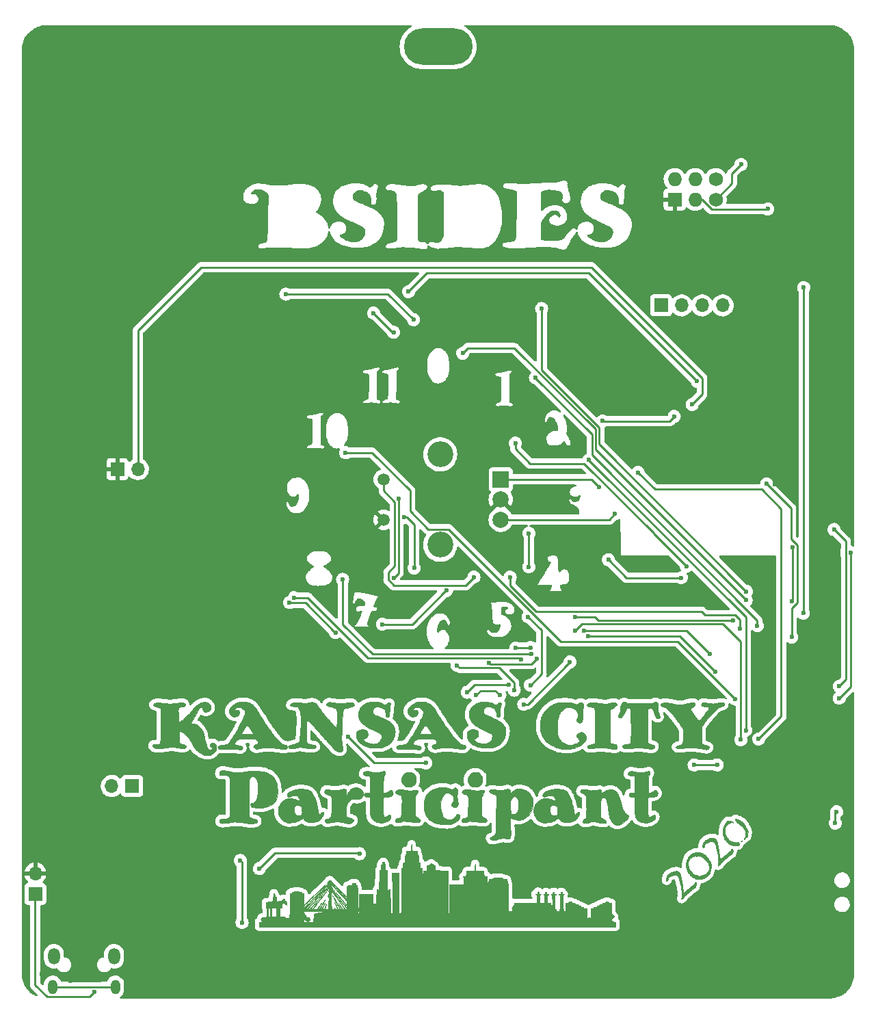
<source format=gbr>
G04 #@! TF.GenerationSoftware,KiCad,Pcbnew,(6.0.0)*
G04 #@! TF.CreationDate,2022-09-03T23:48:33-05:00*
G04 #@! TF.ProjectId,BsidesKC-2022-Safe-Badge,42736964-6573-44b4-932d-323032322d53,0-c*
G04 #@! TF.SameCoordinates,Original*
G04 #@! TF.FileFunction,Copper,L1,Top*
G04 #@! TF.FilePolarity,Positive*
%FSLAX46Y46*%
G04 Gerber Fmt 4.6, Leading zero omitted, Abs format (unit mm)*
G04 Created by KiCad (PCBNEW (6.0.0)) date 2022-09-03 23:48:33*
%MOMM*%
%LPD*%
G01*
G04 APERTURE LIST*
G04 #@! TA.AperFunction,EtchedComponent*
%ADD10C,0.010000*%
G04 #@! TD*
G04 #@! TA.AperFunction,ComponentPad*
%ADD11O,1.727200X1.727200*%
G04 #@! TD*
G04 #@! TA.AperFunction,ComponentPad*
%ADD12R,1.727200X1.727200*%
G04 #@! TD*
G04 #@! TA.AperFunction,ComponentPad*
%ADD13C,1.727200*%
G04 #@! TD*
G04 #@! TA.AperFunction,ComponentPad*
%ADD14O,8.500000X4.500000*%
G04 #@! TD*
G04 #@! TA.AperFunction,ComponentPad*
%ADD15R,1.700000X1.700000*%
G04 #@! TD*
G04 #@! TA.AperFunction,ComponentPad*
%ADD16O,1.700000X1.700000*%
G04 #@! TD*
G04 #@! TA.AperFunction,ComponentPad*
%ADD17O,1.450000X2.000000*%
G04 #@! TD*
G04 #@! TA.AperFunction,ComponentPad*
%ADD18O,1.150000X1.800000*%
G04 #@! TD*
G04 #@! TA.AperFunction,ComponentPad*
%ADD19R,2.000000X2.000000*%
G04 #@! TD*
G04 #@! TA.AperFunction,ComponentPad*
%ADD20C,2.000000*%
G04 #@! TD*
G04 #@! TA.AperFunction,ComponentPad*
%ADD21C,3.200000*%
G04 #@! TD*
G04 #@! TA.AperFunction,ComponentPad*
%ADD22C,1.500000*%
G04 #@! TD*
G04 #@! TA.AperFunction,ViaPad*
%ADD23C,0.600000*%
G04 #@! TD*
G04 #@! TA.AperFunction,Conductor*
%ADD24C,0.250000*%
G04 #@! TD*
G04 APERTURE END LIST*
D10*
G04 #@! TO.C,e*
X182184794Y-128649727D02*
X182273217Y-128680865D01*
X182273217Y-128680865D02*
X182360670Y-128738388D01*
X182360670Y-128738388D02*
X182396490Y-128768026D01*
X182396490Y-128768026D02*
X182454115Y-128819073D01*
X182454115Y-128819073D02*
X182496850Y-128859395D01*
X182496850Y-128859395D02*
X182516551Y-128881258D01*
X182516551Y-128881258D02*
X182517010Y-128882429D01*
X182517010Y-128882429D02*
X182519649Y-128910165D01*
X182519649Y-128910165D02*
X182523079Y-128954271D01*
X182523079Y-128954271D02*
X182543361Y-129013286D01*
X182543361Y-129013286D02*
X182574798Y-129050005D01*
X182574798Y-129050005D02*
X182594418Y-129069836D01*
X182594418Y-129069836D02*
X182611094Y-129101038D01*
X182611094Y-129101038D02*
X182626738Y-129150347D01*
X182626738Y-129150347D02*
X182643256Y-129224497D01*
X182643256Y-129224497D02*
X182662561Y-129330223D01*
X182662561Y-129330223D02*
X182674804Y-129402751D01*
X182674804Y-129402751D02*
X182696860Y-129529823D01*
X182696860Y-129529823D02*
X182720618Y-129657122D01*
X182720618Y-129657122D02*
X182743569Y-129771762D01*
X182743569Y-129771762D02*
X182763201Y-129860860D01*
X182763201Y-129860860D02*
X182767519Y-129878517D01*
X182767519Y-129878517D02*
X182786830Y-129958743D01*
X182786830Y-129958743D02*
X182801162Y-130025377D01*
X182801162Y-130025377D02*
X182807826Y-130065779D01*
X182807826Y-130065779D02*
X182808003Y-130069017D01*
X182808003Y-130069017D02*
X182811320Y-130104201D01*
X182811320Y-130104201D02*
X182820102Y-130173325D01*
X182820102Y-130173325D02*
X182833194Y-130268518D01*
X182833194Y-130268518D02*
X182849442Y-130381908D01*
X182849442Y-130381908D02*
X182867690Y-130505623D01*
X182867690Y-130505623D02*
X182886783Y-130631791D01*
X182886783Y-130631791D02*
X182905565Y-130752540D01*
X182905565Y-130752540D02*
X182922883Y-130859999D01*
X182922883Y-130859999D02*
X182932238Y-130915684D01*
X182932238Y-130915684D02*
X182948663Y-131015216D01*
X182948663Y-131015216D02*
X182963161Y-131109960D01*
X182963161Y-131109960D02*
X182973448Y-131184710D01*
X182973448Y-131184710D02*
X182975987Y-131206725D01*
X182975987Y-131206725D02*
X182987170Y-131263086D01*
X182987170Y-131263086D02*
X183004181Y-131294126D01*
X183004181Y-131294126D02*
X183010686Y-131296684D01*
X183010686Y-131296684D02*
X183039144Y-131282453D01*
X183039144Y-131282453D02*
X183083120Y-131246219D01*
X183083120Y-131246219D02*
X183109097Y-131220710D01*
X183109097Y-131220710D02*
X183175631Y-131162431D01*
X183175631Y-131162431D02*
X183253560Y-131108814D01*
X183253560Y-131108814D02*
X183277291Y-131095539D01*
X183277291Y-131095539D02*
X183349621Y-131049806D01*
X183349621Y-131049806D02*
X183424913Y-130989671D01*
X183424913Y-130989671D02*
X183456211Y-130959846D01*
X183456211Y-130959846D02*
X183505738Y-130912537D01*
X183505738Y-130912537D02*
X183545841Y-130881120D01*
X183545841Y-130881120D02*
X183562840Y-130873350D01*
X183562840Y-130873350D02*
X183588025Y-130859130D01*
X183588025Y-130859130D02*
X183632613Y-130821729D01*
X183632613Y-130821729D02*
X183687254Y-130769036D01*
X183687254Y-130769036D02*
X183690836Y-130765366D01*
X183690836Y-130765366D02*
X183758101Y-130700963D01*
X183758101Y-130700963D02*
X183828174Y-130641285D01*
X183828174Y-130641285D02*
X183878640Y-130604210D01*
X183878640Y-130604210D02*
X183943113Y-130556336D01*
X183943113Y-130556336D02*
X184000981Y-130503109D01*
X184000981Y-130503109D02*
X184012813Y-130489944D01*
X184012813Y-130489944D02*
X184052423Y-130449889D01*
X184052423Y-130449889D02*
X184084476Y-130429113D01*
X184084476Y-130429113D02*
X184088797Y-130428328D01*
X184088797Y-130428328D02*
X184114484Y-130414373D01*
X184114484Y-130414373D02*
X184161728Y-130377615D01*
X184161728Y-130377615D02*
X184221914Y-130324944D01*
X184221914Y-130324944D02*
X184245666Y-130302870D01*
X184245666Y-130302870D02*
X184312235Y-130237467D01*
X184312235Y-130237467D02*
X184352332Y-130189738D01*
X184352332Y-130189738D02*
X184372159Y-130150441D01*
X184372159Y-130150441D02*
X184377916Y-130110331D01*
X184377916Y-130110331D02*
X184377957Y-130105707D01*
X184377957Y-130105707D02*
X184386210Y-130048966D01*
X184386210Y-130048966D02*
X184416558Y-130016557D01*
X184416558Y-130016557D02*
X184428842Y-130010294D01*
X184428842Y-130010294D02*
X184474553Y-130001407D01*
X184474553Y-130001407D02*
X184511876Y-130023668D01*
X184511876Y-130023668D02*
X184544028Y-130080781D01*
X184544028Y-130080781D02*
X184574224Y-130176448D01*
X184574224Y-130176448D02*
X184574674Y-130178178D01*
X184574674Y-130178178D02*
X184591185Y-130247924D01*
X184591185Y-130247924D02*
X184594886Y-130292296D01*
X184594886Y-130292296D02*
X184585135Y-130326467D01*
X184585135Y-130326467D02*
X184567119Y-130356806D01*
X184567119Y-130356806D02*
X184537804Y-130417873D01*
X184537804Y-130417873D02*
X184516248Y-130490926D01*
X184516248Y-130490926D02*
X184514267Y-130501645D01*
X184514267Y-130501645D02*
X184497605Y-130577923D01*
X184497605Y-130577923D02*
X184471690Y-130631163D01*
X184471690Y-130631163D02*
X184427147Y-130672767D01*
X184427147Y-130672767D02*
X184354604Y-130714132D01*
X184354604Y-130714132D02*
X184329289Y-130726598D01*
X184329289Y-130726598D02*
X184245279Y-130773571D01*
X184245279Y-130773571D02*
X184162937Y-130829706D01*
X184162937Y-130829706D02*
X184113454Y-130870774D01*
X184113454Y-130870774D02*
X184051439Y-130926310D01*
X184051439Y-130926310D02*
X183973035Y-130991810D01*
X183973035Y-130991810D02*
X183901707Y-131048074D01*
X183901707Y-131048074D02*
X183818425Y-131115910D01*
X183818425Y-131115910D02*
X183727992Y-131196366D01*
X183727992Y-131196366D02*
X183659014Y-131263024D01*
X183659014Y-131263024D02*
X183600026Y-131319409D01*
X183600026Y-131319409D02*
X183548761Y-131361396D01*
X183548761Y-131361396D02*
X183514726Y-131381349D01*
X183514726Y-131381349D02*
X183510847Y-131382023D01*
X183510847Y-131382023D02*
X183467255Y-131394631D01*
X183467255Y-131394631D02*
X183431014Y-131422344D01*
X183431014Y-131422344D02*
X183417745Y-131452608D01*
X183417745Y-131452608D02*
X183418558Y-131456185D01*
X183418558Y-131456185D02*
X183408642Y-131481785D01*
X183408642Y-131481785D02*
X183375303Y-131524925D01*
X183375303Y-131524925D02*
X183340544Y-131561508D01*
X183340544Y-131561508D02*
X183290058Y-131608270D01*
X183290058Y-131608270D02*
X183257129Y-131628719D01*
X183257129Y-131628719D02*
X183230575Y-131627626D01*
X183230575Y-131627626D02*
X183210457Y-131617014D01*
X183210457Y-131617014D02*
X183173764Y-131599917D01*
X183173764Y-131599917D02*
X183152676Y-131610859D01*
X183152676Y-131610859D02*
X183148665Y-131616814D01*
X183148665Y-131616814D02*
X183145517Y-131655220D01*
X183145517Y-131655220D02*
X183154728Y-131672447D01*
X183154728Y-131672447D02*
X183163076Y-131700762D01*
X183163076Y-131700762D02*
X183141418Y-131739100D01*
X183141418Y-131739100D02*
X183125136Y-131757824D01*
X183125136Y-131757824D02*
X183078942Y-131814947D01*
X183078942Y-131814947D02*
X183032388Y-131882503D01*
X183032388Y-131882503D02*
X183024525Y-131895302D01*
X183024525Y-131895302D02*
X182977267Y-131959133D01*
X182977267Y-131959133D02*
X182917110Y-132019514D01*
X182917110Y-132019514D02*
X182852597Y-132070316D01*
X182852597Y-132070316D02*
X182792271Y-132105409D01*
X182792271Y-132105409D02*
X182744672Y-132118665D01*
X182744672Y-132118665D02*
X182723280Y-132111451D01*
X182723280Y-132111451D02*
X182718735Y-132083769D01*
X182718735Y-132083769D02*
X182723293Y-132031471D01*
X182723293Y-132031471D02*
X182734129Y-131970554D01*
X182734129Y-131970554D02*
X182748415Y-131917019D01*
X182748415Y-131917019D02*
X182762879Y-131887295D01*
X182762879Y-131887295D02*
X182773150Y-131847568D01*
X182773150Y-131847568D02*
X182761953Y-131783429D01*
X182761953Y-131783429D02*
X182750410Y-131724291D01*
X182750410Y-131724291D02*
X182757497Y-131686147D01*
X182757497Y-131686147D02*
X182775750Y-131661074D01*
X182775750Y-131661074D02*
X182802846Y-131612390D01*
X182802846Y-131612390D02*
X182810432Y-131558261D01*
X182810432Y-131558261D02*
X182797983Y-131514984D01*
X182797983Y-131514984D02*
X182780884Y-131501083D01*
X182780884Y-131501083D02*
X182766928Y-131486950D01*
X182766928Y-131486950D02*
X182757641Y-131452882D01*
X182757641Y-131452882D02*
X182752200Y-131392309D01*
X182752200Y-131392309D02*
X182749783Y-131298661D01*
X182749783Y-131298661D02*
X182749478Y-131250110D01*
X182749478Y-131250110D02*
X182747271Y-131145468D01*
X182747271Y-131145468D02*
X182741821Y-131049132D01*
X182741821Y-131049132D02*
X182734012Y-130973387D01*
X182734012Y-130973387D02*
X182726954Y-130936850D01*
X182726954Y-130936850D02*
X182715437Y-130875207D01*
X182715437Y-130875207D02*
X182708142Y-130791949D01*
X182708142Y-130791949D02*
X182706659Y-130725184D01*
X182706659Y-130725184D02*
X182694090Y-130564094D01*
X182694090Y-130564094D02*
X182651010Y-130397318D01*
X182651010Y-130397318D02*
X182603671Y-130276564D01*
X182603671Y-130276564D02*
X182584159Y-130219646D01*
X182584159Y-130219646D02*
X182560460Y-130131554D01*
X182560460Y-130131554D02*
X182535158Y-130022905D01*
X182535158Y-130022905D02*
X182510833Y-129904314D01*
X182510833Y-129904314D02*
X182503280Y-129863814D01*
X182503280Y-129863814D02*
X182477532Y-129726721D01*
X182477532Y-129726721D02*
X182454761Y-129622325D01*
X182454761Y-129622325D02*
X182431505Y-129541481D01*
X182431505Y-129541481D02*
X182404301Y-129475045D01*
X182404301Y-129475045D02*
X182369689Y-129413874D01*
X182369689Y-129413874D02*
X182324206Y-129348824D01*
X182324206Y-129348824D02*
X182292485Y-129307017D01*
X182292485Y-129307017D02*
X182218138Y-129224695D01*
X182218138Y-129224695D02*
X182139312Y-129171669D01*
X182139312Y-129171669D02*
X182043830Y-129142096D01*
X182043830Y-129142096D02*
X181924179Y-129130309D01*
X181924179Y-129130309D02*
X181853591Y-129123063D01*
X181853591Y-129123063D02*
X181809704Y-129109238D01*
X181809704Y-129109238D02*
X181800707Y-129100016D01*
X181800707Y-129100016D02*
X181775448Y-129080305D01*
X181775448Y-129080305D02*
X181739517Y-129074184D01*
X181739517Y-129074184D02*
X181701831Y-129080957D01*
X181701831Y-129080957D02*
X181697195Y-129106003D01*
X181697195Y-129106003D02*
X181698733Y-129111347D01*
X181698733Y-129111347D02*
X181697633Y-129130520D01*
X181697633Y-129130520D02*
X181677773Y-129150587D01*
X181677773Y-129150587D02*
X181633256Y-129175044D01*
X181633256Y-129175044D02*
X181558185Y-129207389D01*
X181558185Y-129207389D02*
X181493784Y-129232910D01*
X181493784Y-129232910D02*
X181343344Y-129298515D01*
X181343344Y-129298515D02*
X181229939Y-129365660D01*
X181229939Y-129365660D02*
X181148403Y-129439233D01*
X181148403Y-129439233D02*
X181093570Y-129524120D01*
X181093570Y-129524120D02*
X181060274Y-129625208D01*
X181060274Y-129625208D02*
X181055866Y-129647142D01*
X181055866Y-129647142D02*
X181038584Y-129734662D01*
X181038584Y-129734662D02*
X181022099Y-129789455D01*
X181022099Y-129789455D02*
X181000430Y-129820581D01*
X181000430Y-129820581D02*
X180967596Y-129837103D01*
X180967596Y-129837103D02*
X180924015Y-129846886D01*
X180924015Y-129846886D02*
X180873501Y-129853826D01*
X180873501Y-129853826D02*
X180847200Y-129842869D01*
X180847200Y-129842869D02*
X180830563Y-129804326D01*
X180830563Y-129804326D02*
X180823640Y-129780037D01*
X180823640Y-129780037D02*
X180805206Y-129700978D01*
X180805206Y-129700978D02*
X180803691Y-129649732D01*
X180803691Y-129649732D02*
X180819258Y-129615239D01*
X180819258Y-129615239D02*
X180826191Y-129607584D01*
X180826191Y-129607584D02*
X180840595Y-129586228D01*
X180840595Y-129586228D02*
X180836490Y-129582184D01*
X180836490Y-129582184D02*
X180834347Y-129565084D01*
X180834347Y-129565084D02*
X180847073Y-129522218D01*
X180847073Y-129522218D02*
X180854777Y-129502809D01*
X180854777Y-129502809D02*
X180879892Y-129430852D01*
X180879892Y-129430852D02*
X180902343Y-129346832D01*
X180902343Y-129346832D02*
X180907818Y-129320849D01*
X180907818Y-129320849D02*
X180950509Y-129203397D01*
X180950509Y-129203397D02*
X181033202Y-129090824D01*
X181033202Y-129090824D02*
X181157013Y-128981630D01*
X181157013Y-128981630D02*
X181164794Y-128975873D01*
X181164794Y-128975873D02*
X181253897Y-128920435D01*
X181253897Y-128920435D02*
X181321859Y-128900645D01*
X181321859Y-128900645D02*
X181331788Y-128900824D01*
X181331788Y-128900824D02*
X181376663Y-128896557D01*
X181376663Y-128896557D02*
X181395268Y-128868378D01*
X181395268Y-128868378D02*
X181397248Y-128857447D01*
X181397248Y-128857447D02*
X181410690Y-128823567D01*
X181410690Y-128823567D02*
X181446361Y-128810705D01*
X181446361Y-128810705D02*
X181473969Y-128809600D01*
X181473969Y-128809600D02*
X181545471Y-128793062D01*
X181545471Y-128793062D02*
X181579802Y-128762970D01*
X181579802Y-128762970D02*
X181610247Y-128735448D01*
X181610247Y-128735448D02*
X181659092Y-128712218D01*
X181659092Y-128712218D02*
X181732530Y-128691470D01*
X181732530Y-128691470D02*
X181836752Y-128671394D01*
X181836752Y-128671394D02*
X181954374Y-128653477D01*
X181954374Y-128653477D02*
X182082735Y-128641691D01*
X182082735Y-128641691D02*
X182184794Y-128649727D01*
X182184794Y-128649727D02*
X182184794Y-128649727D01*
G36*
X182184794Y-128649727D02*
G01*
X182273217Y-128680865D01*
X182360670Y-128738388D01*
X182396490Y-128768026D01*
X182454115Y-128819073D01*
X182496850Y-128859395D01*
X182516551Y-128881258D01*
X182517010Y-128882429D01*
X182519649Y-128910165D01*
X182523079Y-128954271D01*
X182543361Y-129013286D01*
X182574798Y-129050005D01*
X182594418Y-129069836D01*
X182611094Y-129101038D01*
X182626738Y-129150347D01*
X182643256Y-129224497D01*
X182662561Y-129330223D01*
X182674804Y-129402751D01*
X182696860Y-129529823D01*
X182720618Y-129657122D01*
X182743569Y-129771762D01*
X182763201Y-129860860D01*
X182767519Y-129878517D01*
X182786830Y-129958743D01*
X182801162Y-130025377D01*
X182807826Y-130065779D01*
X182808003Y-130069017D01*
X182811320Y-130104201D01*
X182820102Y-130173325D01*
X182833194Y-130268518D01*
X182849442Y-130381908D01*
X182867690Y-130505623D01*
X182886783Y-130631791D01*
X182905565Y-130752540D01*
X182922883Y-130859999D01*
X182932238Y-130915684D01*
X182948663Y-131015216D01*
X182963161Y-131109960D01*
X182973448Y-131184710D01*
X182975987Y-131206725D01*
X182987170Y-131263086D01*
X183004181Y-131294126D01*
X183010686Y-131296684D01*
X183039144Y-131282453D01*
X183083120Y-131246219D01*
X183109097Y-131220710D01*
X183175631Y-131162431D01*
X183253560Y-131108814D01*
X183277291Y-131095539D01*
X183349621Y-131049806D01*
X183424913Y-130989671D01*
X183456211Y-130959846D01*
X183505738Y-130912537D01*
X183545841Y-130881120D01*
X183562840Y-130873350D01*
X183588025Y-130859130D01*
X183632613Y-130821729D01*
X183687254Y-130769036D01*
X183690836Y-130765366D01*
X183758101Y-130700963D01*
X183828174Y-130641285D01*
X183878640Y-130604210D01*
X183943113Y-130556336D01*
X184000981Y-130503109D01*
X184012813Y-130489944D01*
X184052423Y-130449889D01*
X184084476Y-130429113D01*
X184088797Y-130428328D01*
X184114484Y-130414373D01*
X184161728Y-130377615D01*
X184221914Y-130324944D01*
X184245666Y-130302870D01*
X184312235Y-130237467D01*
X184352332Y-130189738D01*
X184372159Y-130150441D01*
X184377916Y-130110331D01*
X184377957Y-130105707D01*
X184386210Y-130048966D01*
X184416558Y-130016557D01*
X184428842Y-130010294D01*
X184474553Y-130001407D01*
X184511876Y-130023668D01*
X184544028Y-130080781D01*
X184574224Y-130176448D01*
X184574674Y-130178178D01*
X184591185Y-130247924D01*
X184594886Y-130292296D01*
X184585135Y-130326467D01*
X184567119Y-130356806D01*
X184537804Y-130417873D01*
X184516248Y-130490926D01*
X184514267Y-130501645D01*
X184497605Y-130577923D01*
X184471690Y-130631163D01*
X184427147Y-130672767D01*
X184354604Y-130714132D01*
X184329289Y-130726598D01*
X184245279Y-130773571D01*
X184162937Y-130829706D01*
X184113454Y-130870774D01*
X184051439Y-130926310D01*
X183973035Y-130991810D01*
X183901707Y-131048074D01*
X183818425Y-131115910D01*
X183727992Y-131196366D01*
X183659014Y-131263024D01*
X183600026Y-131319409D01*
X183548761Y-131361396D01*
X183514726Y-131381349D01*
X183510847Y-131382023D01*
X183467255Y-131394631D01*
X183431014Y-131422344D01*
X183417745Y-131452608D01*
X183418558Y-131456185D01*
X183408642Y-131481785D01*
X183375303Y-131524925D01*
X183340544Y-131561508D01*
X183290058Y-131608270D01*
X183257129Y-131628719D01*
X183230575Y-131627626D01*
X183210457Y-131617014D01*
X183173764Y-131599917D01*
X183152676Y-131610859D01*
X183148665Y-131616814D01*
X183145517Y-131655220D01*
X183154728Y-131672447D01*
X183163076Y-131700762D01*
X183141418Y-131739100D01*
X183125136Y-131757824D01*
X183078942Y-131814947D01*
X183032388Y-131882503D01*
X183024525Y-131895302D01*
X182977267Y-131959133D01*
X182917110Y-132019514D01*
X182852597Y-132070316D01*
X182792271Y-132105409D01*
X182744672Y-132118665D01*
X182723280Y-132111451D01*
X182718735Y-132083769D01*
X182723293Y-132031471D01*
X182734129Y-131970554D01*
X182748415Y-131917019D01*
X182762879Y-131887295D01*
X182773150Y-131847568D01*
X182761953Y-131783429D01*
X182750410Y-131724291D01*
X182757497Y-131686147D01*
X182775750Y-131661074D01*
X182802846Y-131612390D01*
X182810432Y-131558261D01*
X182797983Y-131514984D01*
X182780884Y-131501083D01*
X182766928Y-131486950D01*
X182757641Y-131452882D01*
X182752200Y-131392309D01*
X182749783Y-131298661D01*
X182749478Y-131250110D01*
X182747271Y-131145468D01*
X182741821Y-131049132D01*
X182734012Y-130973387D01*
X182726954Y-130936850D01*
X182715437Y-130875207D01*
X182708142Y-130791949D01*
X182706659Y-130725184D01*
X182694090Y-130564094D01*
X182651010Y-130397318D01*
X182603671Y-130276564D01*
X182584159Y-130219646D01*
X182560460Y-130131554D01*
X182535158Y-130022905D01*
X182510833Y-129904314D01*
X182503280Y-129863814D01*
X182477532Y-129726721D01*
X182454761Y-129622325D01*
X182431505Y-129541481D01*
X182404301Y-129475045D01*
X182369689Y-129413874D01*
X182324206Y-129348824D01*
X182292485Y-129307017D01*
X182218138Y-129224695D01*
X182139312Y-129171669D01*
X182043830Y-129142096D01*
X181924179Y-129130309D01*
X181853591Y-129123063D01*
X181809704Y-129109238D01*
X181800707Y-129100016D01*
X181775448Y-129080305D01*
X181739517Y-129074184D01*
X181701831Y-129080957D01*
X181697195Y-129106003D01*
X181698733Y-129111347D01*
X181697633Y-129130520D01*
X181677773Y-129150587D01*
X181633256Y-129175044D01*
X181558185Y-129207389D01*
X181493784Y-129232910D01*
X181343344Y-129298515D01*
X181229939Y-129365660D01*
X181148403Y-129439233D01*
X181093570Y-129524120D01*
X181060274Y-129625208D01*
X181055866Y-129647142D01*
X181038584Y-129734662D01*
X181022099Y-129789455D01*
X181000430Y-129820581D01*
X180967596Y-129837103D01*
X180924015Y-129846886D01*
X180873501Y-129853826D01*
X180847200Y-129842869D01*
X180830563Y-129804326D01*
X180823640Y-129780037D01*
X180805206Y-129700978D01*
X180803691Y-129649732D01*
X180819258Y-129615239D01*
X180826191Y-129607584D01*
X180840595Y-129586228D01*
X180836490Y-129582184D01*
X180834347Y-129565084D01*
X180847073Y-129522218D01*
X180854777Y-129502809D01*
X180879892Y-129430852D01*
X180902343Y-129346832D01*
X180907818Y-129320849D01*
X180950509Y-129203397D01*
X181033202Y-129090824D01*
X181157013Y-128981630D01*
X181164794Y-128975873D01*
X181253897Y-128920435D01*
X181321859Y-128900645D01*
X181331788Y-128900824D01*
X181376663Y-128896557D01*
X181395268Y-128868378D01*
X181397248Y-128857447D01*
X181410690Y-128823567D01*
X181446361Y-128810705D01*
X181473969Y-128809600D01*
X181545471Y-128793062D01*
X181579802Y-128762970D01*
X181610247Y-128735448D01*
X181659092Y-128712218D01*
X181732530Y-128691470D01*
X181836752Y-128671394D01*
X181954374Y-128653477D01*
X182082735Y-128641691D01*
X182184794Y-128649727D01*
G37*
X182184794Y-128649727D02*
X182273217Y-128680865D01*
X182360670Y-128738388D01*
X182396490Y-128768026D01*
X182454115Y-128819073D01*
X182496850Y-128859395D01*
X182516551Y-128881258D01*
X182517010Y-128882429D01*
X182519649Y-128910165D01*
X182523079Y-128954271D01*
X182543361Y-129013286D01*
X182574798Y-129050005D01*
X182594418Y-129069836D01*
X182611094Y-129101038D01*
X182626738Y-129150347D01*
X182643256Y-129224497D01*
X182662561Y-129330223D01*
X182674804Y-129402751D01*
X182696860Y-129529823D01*
X182720618Y-129657122D01*
X182743569Y-129771762D01*
X182763201Y-129860860D01*
X182767519Y-129878517D01*
X182786830Y-129958743D01*
X182801162Y-130025377D01*
X182807826Y-130065779D01*
X182808003Y-130069017D01*
X182811320Y-130104201D01*
X182820102Y-130173325D01*
X182833194Y-130268518D01*
X182849442Y-130381908D01*
X182867690Y-130505623D01*
X182886783Y-130631791D01*
X182905565Y-130752540D01*
X182922883Y-130859999D01*
X182932238Y-130915684D01*
X182948663Y-131015216D01*
X182963161Y-131109960D01*
X182973448Y-131184710D01*
X182975987Y-131206725D01*
X182987170Y-131263086D01*
X183004181Y-131294126D01*
X183010686Y-131296684D01*
X183039144Y-131282453D01*
X183083120Y-131246219D01*
X183109097Y-131220710D01*
X183175631Y-131162431D01*
X183253560Y-131108814D01*
X183277291Y-131095539D01*
X183349621Y-131049806D01*
X183424913Y-130989671D01*
X183456211Y-130959846D01*
X183505738Y-130912537D01*
X183545841Y-130881120D01*
X183562840Y-130873350D01*
X183588025Y-130859130D01*
X183632613Y-130821729D01*
X183687254Y-130769036D01*
X183690836Y-130765366D01*
X183758101Y-130700963D01*
X183828174Y-130641285D01*
X183878640Y-130604210D01*
X183943113Y-130556336D01*
X184000981Y-130503109D01*
X184012813Y-130489944D01*
X184052423Y-130449889D01*
X184084476Y-130429113D01*
X184088797Y-130428328D01*
X184114484Y-130414373D01*
X184161728Y-130377615D01*
X184221914Y-130324944D01*
X184245666Y-130302870D01*
X184312235Y-130237467D01*
X184352332Y-130189738D01*
X184372159Y-130150441D01*
X184377916Y-130110331D01*
X184377957Y-130105707D01*
X184386210Y-130048966D01*
X184416558Y-130016557D01*
X184428842Y-130010294D01*
X184474553Y-130001407D01*
X184511876Y-130023668D01*
X184544028Y-130080781D01*
X184574224Y-130176448D01*
X184574674Y-130178178D01*
X184591185Y-130247924D01*
X184594886Y-130292296D01*
X184585135Y-130326467D01*
X184567119Y-130356806D01*
X184537804Y-130417873D01*
X184516248Y-130490926D01*
X184514267Y-130501645D01*
X184497605Y-130577923D01*
X184471690Y-130631163D01*
X184427147Y-130672767D01*
X184354604Y-130714132D01*
X184329289Y-130726598D01*
X184245279Y-130773571D01*
X184162937Y-130829706D01*
X184113454Y-130870774D01*
X184051439Y-130926310D01*
X183973035Y-130991810D01*
X183901707Y-131048074D01*
X183818425Y-131115910D01*
X183727992Y-131196366D01*
X183659014Y-131263024D01*
X183600026Y-131319409D01*
X183548761Y-131361396D01*
X183514726Y-131381349D01*
X183510847Y-131382023D01*
X183467255Y-131394631D01*
X183431014Y-131422344D01*
X183417745Y-131452608D01*
X183418558Y-131456185D01*
X183408642Y-131481785D01*
X183375303Y-131524925D01*
X183340544Y-131561508D01*
X183290058Y-131608270D01*
X183257129Y-131628719D01*
X183230575Y-131627626D01*
X183210457Y-131617014D01*
X183173764Y-131599917D01*
X183152676Y-131610859D01*
X183148665Y-131616814D01*
X183145517Y-131655220D01*
X183154728Y-131672447D01*
X183163076Y-131700762D01*
X183141418Y-131739100D01*
X183125136Y-131757824D01*
X183078942Y-131814947D01*
X183032388Y-131882503D01*
X183024525Y-131895302D01*
X182977267Y-131959133D01*
X182917110Y-132019514D01*
X182852597Y-132070316D01*
X182792271Y-132105409D01*
X182744672Y-132118665D01*
X182723280Y-132111451D01*
X182718735Y-132083769D01*
X182723293Y-132031471D01*
X182734129Y-131970554D01*
X182748415Y-131917019D01*
X182762879Y-131887295D01*
X182773150Y-131847568D01*
X182761953Y-131783429D01*
X182750410Y-131724291D01*
X182757497Y-131686147D01*
X182775750Y-131661074D01*
X182802846Y-131612390D01*
X182810432Y-131558261D01*
X182797983Y-131514984D01*
X182780884Y-131501083D01*
X182766928Y-131486950D01*
X182757641Y-131452882D01*
X182752200Y-131392309D01*
X182749783Y-131298661D01*
X182749478Y-131250110D01*
X182747271Y-131145468D01*
X182741821Y-131049132D01*
X182734012Y-130973387D01*
X182726954Y-130936850D01*
X182715437Y-130875207D01*
X182708142Y-130791949D01*
X182706659Y-130725184D01*
X182694090Y-130564094D01*
X182651010Y-130397318D01*
X182603671Y-130276564D01*
X182584159Y-130219646D01*
X182560460Y-130131554D01*
X182535158Y-130022905D01*
X182510833Y-129904314D01*
X182503280Y-129863814D01*
X182477532Y-129726721D01*
X182454761Y-129622325D01*
X182431505Y-129541481D01*
X182404301Y-129475045D01*
X182369689Y-129413874D01*
X182324206Y-129348824D01*
X182292485Y-129307017D01*
X182218138Y-129224695D01*
X182139312Y-129171669D01*
X182043830Y-129142096D01*
X181924179Y-129130309D01*
X181853591Y-129123063D01*
X181809704Y-129109238D01*
X181800707Y-129100016D01*
X181775448Y-129080305D01*
X181739517Y-129074184D01*
X181701831Y-129080957D01*
X181697195Y-129106003D01*
X181698733Y-129111347D01*
X181697633Y-129130520D01*
X181677773Y-129150587D01*
X181633256Y-129175044D01*
X181558185Y-129207389D01*
X181493784Y-129232910D01*
X181343344Y-129298515D01*
X181229939Y-129365660D01*
X181148403Y-129439233D01*
X181093570Y-129524120D01*
X181060274Y-129625208D01*
X181055866Y-129647142D01*
X181038584Y-129734662D01*
X181022099Y-129789455D01*
X181000430Y-129820581D01*
X180967596Y-129837103D01*
X180924015Y-129846886D01*
X180873501Y-129853826D01*
X180847200Y-129842869D01*
X180830563Y-129804326D01*
X180823640Y-129780037D01*
X180805206Y-129700978D01*
X180803691Y-129649732D01*
X180819258Y-129615239D01*
X180826191Y-129607584D01*
X180840595Y-129586228D01*
X180836490Y-129582184D01*
X180834347Y-129565084D01*
X180847073Y-129522218D01*
X180854777Y-129502809D01*
X180879892Y-129430852D01*
X180902343Y-129346832D01*
X180907818Y-129320849D01*
X180950509Y-129203397D01*
X181033202Y-129090824D01*
X181157013Y-128981630D01*
X181164794Y-128975873D01*
X181253897Y-128920435D01*
X181321859Y-128900645D01*
X181331788Y-128900824D01*
X181376663Y-128896557D01*
X181395268Y-128868378D01*
X181397248Y-128857447D01*
X181410690Y-128823567D01*
X181446361Y-128810705D01*
X181473969Y-128809600D01*
X181545471Y-128793062D01*
X181579802Y-128762970D01*
X181610247Y-128735448D01*
X181659092Y-128712218D01*
X181732530Y-128691470D01*
X181836752Y-128671394D01*
X181954374Y-128653477D01*
X182082735Y-128641691D01*
X182184794Y-128649727D01*
X177709812Y-132798968D02*
X177793321Y-132841125D01*
X177793321Y-132841125D02*
X177884063Y-132914094D01*
X177884063Y-132914094D02*
X177896414Y-132925470D01*
X177896414Y-132925470D02*
X177955918Y-132983826D01*
X177955918Y-132983826D02*
X177987910Y-133024996D01*
X177987910Y-133024996D02*
X177998114Y-133058012D01*
X177998114Y-133058012D02*
X177995269Y-133081469D01*
X177995269Y-133081469D02*
X177995277Y-133127871D01*
X177995277Y-133127871D02*
X178025677Y-133172932D01*
X178025677Y-133172932D02*
X178039839Y-133186741D01*
X178039839Y-133186741D02*
X178062024Y-133210435D01*
X178062024Y-133210435D02*
X178080056Y-133239878D01*
X178080056Y-133239878D02*
X178095955Y-133281977D01*
X178095955Y-133281977D02*
X178111746Y-133343639D01*
X178111746Y-133343639D02*
X178129448Y-133431773D01*
X178129448Y-133431773D02*
X178151084Y-133553285D01*
X178151084Y-133553285D02*
X178156720Y-133586037D01*
X178156720Y-133586037D02*
X178178241Y-133708046D01*
X178178241Y-133708046D02*
X178199231Y-133820726D01*
X178199231Y-133820726D02*
X178217937Y-133915102D01*
X178217937Y-133915102D02*
X178232602Y-133982199D01*
X178232602Y-133982199D02*
X178238851Y-134006017D01*
X178238851Y-134006017D02*
X178250454Y-134048441D01*
X178250454Y-134048441D02*
X178262278Y-134102832D01*
X178262278Y-134102832D02*
X178275155Y-134174429D01*
X178275155Y-134174429D02*
X178289922Y-134268473D01*
X178289922Y-134268473D02*
X178307413Y-134390202D01*
X178307413Y-134390202D02*
X178328463Y-134544857D01*
X178328463Y-134544857D02*
X178346792Y-134683350D01*
X178346792Y-134683350D02*
X178364301Y-134810990D01*
X178364301Y-134810990D02*
X178382942Y-134937236D01*
X178382942Y-134937236D02*
X178400840Y-135049979D01*
X178400840Y-135049979D02*
X178416118Y-135137111D01*
X178416118Y-135137111D02*
X178420559Y-135159600D01*
X178420559Y-135159600D02*
X178436129Y-135242665D01*
X178436129Y-135242665D02*
X178447182Y-135316724D01*
X178447182Y-135316724D02*
X178451273Y-135364726D01*
X178451273Y-135364726D02*
X178459050Y-135416345D01*
X178459050Y-135416345D02*
X178483698Y-135432871D01*
X178483698Y-135432871D02*
X178527256Y-135414181D01*
X178527256Y-135414181D02*
X178591764Y-135360152D01*
X178591764Y-135360152D02*
X178596191Y-135355931D01*
X178596191Y-135355931D02*
X178668232Y-135293566D01*
X178668232Y-135293566D02*
X178748005Y-135234282D01*
X178748005Y-135234282D02*
X178794891Y-135204581D01*
X178794891Y-135204581D02*
X178865970Y-135156285D01*
X178865970Y-135156285D02*
X178931083Y-135099264D01*
X178931083Y-135099264D02*
X178953641Y-135074251D01*
X178953641Y-135074251D02*
X178994499Y-135029523D01*
X178994499Y-135029523D02*
X179028252Y-135003521D01*
X179028252Y-135003521D02*
X179036998Y-135000851D01*
X179036998Y-135000851D02*
X179062760Y-134987542D01*
X179062760Y-134987542D02*
X179111305Y-134951841D01*
X179111305Y-134951841D02*
X179174322Y-134900086D01*
X179174322Y-134900086D02*
X179210471Y-134868559D01*
X179210471Y-134868559D02*
X179289899Y-134798943D01*
X179289899Y-134798943D02*
X179388040Y-134714477D01*
X179388040Y-134714477D02*
X179490877Y-134627161D01*
X179490877Y-134627161D02*
X179562762Y-134566934D01*
X179562762Y-134566934D02*
X179668522Y-134477590D01*
X179668522Y-134477590D02*
X179745084Y-134408779D01*
X179745084Y-134408779D02*
X179796895Y-134355338D01*
X179796895Y-134355338D02*
X179828402Y-134312108D01*
X179828402Y-134312108D02*
X179844052Y-134273927D01*
X179844052Y-134273927D02*
X179848290Y-134235634D01*
X179848290Y-134235634D02*
X179848291Y-134235542D01*
X179848291Y-134235542D02*
X179861267Y-134181255D01*
X179861267Y-134181255D02*
X179901989Y-134149976D01*
X179901989Y-134149976D02*
X179947265Y-134138622D01*
X179947265Y-134138622D02*
X179982661Y-134154644D01*
X179982661Y-134154644D02*
X180012308Y-134202644D01*
X180012308Y-134202644D02*
X180040339Y-134287224D01*
X180040339Y-134287224D02*
X180046696Y-134311188D01*
X180046696Y-134311188D02*
X180063659Y-134382284D01*
X180063659Y-134382284D02*
X180068332Y-134426880D01*
X180068332Y-134426880D02*
X180060211Y-134459137D01*
X180060211Y-134459137D02*
X180040288Y-134491104D01*
X180040288Y-134491104D02*
X180012421Y-134547031D01*
X180012421Y-134547031D02*
X179990333Y-134619478D01*
X179990333Y-134619478D02*
X179986150Y-134641017D01*
X179986150Y-134641017D02*
X179965728Y-134720972D01*
X179965728Y-134720972D02*
X179929029Y-134779672D01*
X179929029Y-134779672D02*
X179867099Y-134827397D01*
X179867099Y-134827397D02*
X179790232Y-134865990D01*
X179790232Y-134865990D02*
X179718683Y-134904078D01*
X179718683Y-134904078D02*
X179656689Y-134947503D01*
X179656689Y-134947503D02*
X179631482Y-134971391D01*
X179631482Y-134971391D02*
X179589037Y-135013523D01*
X179589037Y-135013523D02*
X179526465Y-135067163D01*
X179526465Y-135067163D02*
X179467291Y-135113176D01*
X179467291Y-135113176D02*
X179402451Y-135163888D01*
X179402451Y-135163888D02*
X179318888Y-135233292D01*
X179318888Y-135233292D02*
X179228764Y-135311128D01*
X179228764Y-135311128D02*
X179165373Y-135367787D01*
X179165373Y-135367787D02*
X179092296Y-135432312D01*
X179092296Y-135432312D02*
X179030538Y-135483216D01*
X179030538Y-135483216D02*
X178986617Y-135515374D01*
X178986617Y-135515374D02*
X178967061Y-135523676D01*
X178967061Y-135523676D02*
X178944876Y-135525336D01*
X178944876Y-135525336D02*
X178917519Y-135548429D01*
X178917519Y-135548429D02*
X178901986Y-135578324D01*
X178901986Y-135578324D02*
X178901815Y-135579845D01*
X178901815Y-135579845D02*
X178887203Y-135603461D01*
X178887203Y-135603461D02*
X178850790Y-135646549D01*
X178850790Y-135646549D02*
X178809538Y-135690383D01*
X178809538Y-135690383D02*
X178754231Y-135742433D01*
X178754231Y-135742433D02*
X178717705Y-135764779D01*
X178717705Y-135764779D02*
X178693133Y-135761426D01*
X178693133Y-135761426D02*
X178691146Y-135759895D01*
X178691146Y-135759895D02*
X178649334Y-135746355D01*
X178649334Y-135746355D02*
X178630564Y-135749585D01*
X178630564Y-135749585D02*
X178609087Y-135768764D01*
X178609087Y-135768764D02*
X178619266Y-135802647D01*
X178619266Y-135802647D02*
X178628404Y-135843239D01*
X178628404Y-135843239D02*
X178608200Y-135870211D01*
X178608200Y-135870211D02*
X178575287Y-135908156D01*
X178575287Y-135908156D02*
X178543350Y-135959521D01*
X178543350Y-135959521D02*
X178500900Y-136024443D01*
X178500900Y-136024443D02*
X178439646Y-136098220D01*
X178439646Y-136098220D02*
X178371347Y-136168350D01*
X178371347Y-136168350D02*
X178307763Y-136222326D01*
X178307763Y-136222326D02*
X178278965Y-136240648D01*
X178278965Y-136240648D02*
X178234234Y-136258630D01*
X178234234Y-136258630D02*
X178210029Y-136251603D01*
X178210029Y-136251603D02*
X178204563Y-136244327D01*
X178204563Y-136244327D02*
X178193392Y-136195721D01*
X178193392Y-136195721D02*
X178199117Y-136129277D01*
X178199117Y-136129277D02*
X178219247Y-136064790D01*
X178219247Y-136064790D02*
X178229534Y-136045875D01*
X178229534Y-136045875D02*
X178246981Y-136001852D01*
X178246981Y-136001852D02*
X178241535Y-135947665D01*
X178241535Y-135947665D02*
X178235235Y-135925327D01*
X178235235Y-135925327D02*
X178222902Y-135865933D01*
X178222902Y-135865933D02*
X178232837Y-135820988D01*
X178232837Y-135820988D02*
X178247012Y-135796506D01*
X178247012Y-135796506D02*
X178273475Y-135739502D01*
X178273475Y-135739502D02*
X178281484Y-135685569D01*
X178281484Y-135685569D02*
X178270907Y-135647121D01*
X178270907Y-135647121D02*
X178248717Y-135635850D01*
X178248717Y-135635850D02*
X178230925Y-135628785D01*
X178230925Y-135628785D02*
X178221678Y-135601942D01*
X178221678Y-135601942D02*
X178219309Y-135546851D01*
X178219309Y-135546851D02*
X178220630Y-135492975D01*
X178220630Y-135492975D02*
X178221704Y-135256312D01*
X178221704Y-135256312D02*
X178208513Y-135026453D01*
X178208513Y-135026453D02*
X178182125Y-134811305D01*
X178182125Y-134811305D02*
X178143609Y-134618773D01*
X178143609Y-134618773D02*
X178094032Y-134456763D01*
X178094032Y-134456763D02*
X178074019Y-134408184D01*
X178074019Y-134408184D02*
X178054979Y-134353093D01*
X178054979Y-134353093D02*
X178031700Y-134266557D01*
X178031700Y-134266557D02*
X178006688Y-134158923D01*
X178006688Y-134158923D02*
X177982450Y-134040540D01*
X177982450Y-134040540D02*
X177974062Y-133995434D01*
X177974062Y-133995434D02*
X177949538Y-133862619D01*
X177949538Y-133862619D02*
X177928710Y-133762630D01*
X177928710Y-133762630D02*
X177908285Y-133686541D01*
X177908285Y-133686541D02*
X177884970Y-133625427D01*
X177884970Y-133625427D02*
X177855472Y-133570359D01*
X177855472Y-133570359D02*
X177816499Y-133512413D01*
X177816499Y-133512413D02*
X177775336Y-133456722D01*
X177775336Y-133456722D02*
X177676635Y-133355020D01*
X177676635Y-133355020D02*
X177561231Y-133291910D01*
X177561231Y-133291910D02*
X177426422Y-133266032D01*
X177426422Y-133266032D02*
X177394624Y-133265201D01*
X177394624Y-133265201D02*
X177318285Y-133256330D01*
X177318285Y-133256330D02*
X177265214Y-133232675D01*
X177265214Y-133232675D02*
X177263121Y-133230866D01*
X177263121Y-133230866D02*
X177223445Y-133210510D01*
X177223445Y-133210510D02*
X177186009Y-133212268D01*
X177186009Y-133212268D02*
X177165345Y-133232773D01*
X177165345Y-133232773D02*
X177167196Y-133253083D01*
X177167196Y-133253083D02*
X177159953Y-133273128D01*
X177159953Y-133273128D02*
X177122035Y-133299134D01*
X177122035Y-133299134D02*
X177049652Y-133333319D01*
X177049652Y-133333319D02*
X176984184Y-133360239D01*
X176984184Y-133360239D02*
X176838273Y-133422690D01*
X176838273Y-133422690D02*
X176727836Y-133482318D01*
X176727836Y-133482318D02*
X176646918Y-133544994D01*
X176646918Y-133544994D02*
X176589561Y-133616585D01*
X176589561Y-133616585D02*
X176549808Y-133702962D01*
X176549808Y-133702962D02*
X176521703Y-133809994D01*
X176521703Y-133809994D02*
X176520220Y-133817388D01*
X176520220Y-133817388D02*
X176504070Y-133891322D01*
X176504070Y-133891322D02*
X176487646Y-133934760D01*
X176487646Y-133934760D02*
X176463830Y-133958984D01*
X176463830Y-133958984D02*
X176425502Y-133975272D01*
X176425502Y-133975272D02*
X176419291Y-133977327D01*
X176419291Y-133977327D02*
X176357862Y-133989806D01*
X176357862Y-133989806D02*
X176321390Y-133982219D01*
X176321390Y-133982219D02*
X176300407Y-133945338D01*
X176300407Y-133945338D02*
X176285698Y-133884715D01*
X176285698Y-133884715D02*
X176279915Y-133818785D01*
X176279915Y-133818785D02*
X176285707Y-133765984D01*
X176285707Y-133765984D02*
X176289072Y-133757399D01*
X176289072Y-133757399D02*
X176312990Y-133699475D01*
X176312990Y-133699475D02*
X176338255Y-133623759D01*
X176338255Y-133623759D02*
X176360228Y-133546102D01*
X176360228Y-133546102D02*
X176374269Y-133482358D01*
X176374269Y-133482358D02*
X176376957Y-133457083D01*
X176376957Y-133457083D02*
X176396831Y-133376722D01*
X176396831Y-133376722D02*
X176456728Y-133286092D01*
X176456728Y-133286092D02*
X176528718Y-133210454D01*
X176528718Y-133210454D02*
X176619532Y-133128371D01*
X176619532Y-133128371D02*
X176689749Y-133074271D01*
X176689749Y-133074271D02*
X176746109Y-133043811D01*
X176746109Y-133043811D02*
X176795349Y-133032649D01*
X176795349Y-133032649D02*
X176805127Y-133032350D01*
X176805127Y-133032350D02*
X176856775Y-133021980D01*
X176856775Y-133021980D02*
X176878824Y-132990017D01*
X176878824Y-132990017D02*
X176898763Y-132959446D01*
X176898763Y-132959446D02*
X176944332Y-132948177D01*
X176944332Y-132948177D02*
X176963491Y-132947684D01*
X176963491Y-132947684D02*
X177019910Y-132940066D01*
X177019910Y-132940066D02*
X177045526Y-132914374D01*
X177045526Y-132914374D02*
X177047207Y-132908986D01*
X177047207Y-132908986D02*
X177073549Y-132878259D01*
X177073549Y-132878259D02*
X177128797Y-132847148D01*
X177128797Y-132847148D02*
X177199891Y-132820816D01*
X177199891Y-132820816D02*
X177273769Y-132804426D01*
X177273769Y-132804426D02*
X177318874Y-132801592D01*
X177318874Y-132801592D02*
X177374999Y-132800087D01*
X177374999Y-132800087D02*
X177453003Y-132794290D01*
X177453003Y-132794290D02*
X177511580Y-132788223D01*
X177511580Y-132788223D02*
X177620307Y-132782906D01*
X177620307Y-132782906D02*
X177709812Y-132798968D01*
X177709812Y-132798968D02*
X177709812Y-132798968D01*
G36*
X177709812Y-132798968D02*
G01*
X177793321Y-132841125D01*
X177884063Y-132914094D01*
X177896414Y-132925470D01*
X177955918Y-132983826D01*
X177987910Y-133024996D01*
X177998114Y-133058012D01*
X177995269Y-133081469D01*
X177995277Y-133127871D01*
X178025677Y-133172932D01*
X178039839Y-133186741D01*
X178062024Y-133210435D01*
X178080056Y-133239878D01*
X178095955Y-133281977D01*
X178111746Y-133343639D01*
X178129448Y-133431773D01*
X178151084Y-133553285D01*
X178156720Y-133586037D01*
X178178241Y-133708046D01*
X178199231Y-133820726D01*
X178217937Y-133915102D01*
X178232602Y-133982199D01*
X178238851Y-134006017D01*
X178250454Y-134048441D01*
X178262278Y-134102832D01*
X178275155Y-134174429D01*
X178289922Y-134268473D01*
X178307413Y-134390202D01*
X178328463Y-134544857D01*
X178346792Y-134683350D01*
X178364301Y-134810990D01*
X178382942Y-134937236D01*
X178400840Y-135049979D01*
X178416118Y-135137111D01*
X178420559Y-135159600D01*
X178436129Y-135242665D01*
X178447182Y-135316724D01*
X178451273Y-135364726D01*
X178459050Y-135416345D01*
X178483698Y-135432871D01*
X178527256Y-135414181D01*
X178591764Y-135360152D01*
X178596191Y-135355931D01*
X178668232Y-135293566D01*
X178748005Y-135234282D01*
X178794891Y-135204581D01*
X178865970Y-135156285D01*
X178931083Y-135099264D01*
X178953641Y-135074251D01*
X178994499Y-135029523D01*
X179028252Y-135003521D01*
X179036998Y-135000851D01*
X179062760Y-134987542D01*
X179111305Y-134951841D01*
X179174322Y-134900086D01*
X179210471Y-134868559D01*
X179289899Y-134798943D01*
X179388040Y-134714477D01*
X179490877Y-134627161D01*
X179562762Y-134566934D01*
X179668522Y-134477590D01*
X179745084Y-134408779D01*
X179796895Y-134355338D01*
X179828402Y-134312108D01*
X179844052Y-134273927D01*
X179848290Y-134235634D01*
X179848291Y-134235542D01*
X179861267Y-134181255D01*
X179901989Y-134149976D01*
X179947265Y-134138622D01*
X179982661Y-134154644D01*
X180012308Y-134202644D01*
X180040339Y-134287224D01*
X180046696Y-134311188D01*
X180063659Y-134382284D01*
X180068332Y-134426880D01*
X180060211Y-134459137D01*
X180040288Y-134491104D01*
X180012421Y-134547031D01*
X179990333Y-134619478D01*
X179986150Y-134641017D01*
X179965728Y-134720972D01*
X179929029Y-134779672D01*
X179867099Y-134827397D01*
X179790232Y-134865990D01*
X179718683Y-134904078D01*
X179656689Y-134947503D01*
X179631482Y-134971391D01*
X179589037Y-135013523D01*
X179526465Y-135067163D01*
X179467291Y-135113176D01*
X179402451Y-135163888D01*
X179318888Y-135233292D01*
X179228764Y-135311128D01*
X179165373Y-135367787D01*
X179092296Y-135432312D01*
X179030538Y-135483216D01*
X178986617Y-135515374D01*
X178967061Y-135523676D01*
X178944876Y-135525336D01*
X178917519Y-135548429D01*
X178901986Y-135578324D01*
X178901815Y-135579845D01*
X178887203Y-135603461D01*
X178850790Y-135646549D01*
X178809538Y-135690383D01*
X178754231Y-135742433D01*
X178717705Y-135764779D01*
X178693133Y-135761426D01*
X178691146Y-135759895D01*
X178649334Y-135746355D01*
X178630564Y-135749585D01*
X178609087Y-135768764D01*
X178619266Y-135802647D01*
X178628404Y-135843239D01*
X178608200Y-135870211D01*
X178575287Y-135908156D01*
X178543350Y-135959521D01*
X178500900Y-136024443D01*
X178439646Y-136098220D01*
X178371347Y-136168350D01*
X178307763Y-136222326D01*
X178278965Y-136240648D01*
X178234234Y-136258630D01*
X178210029Y-136251603D01*
X178204563Y-136244327D01*
X178193392Y-136195721D01*
X178199117Y-136129277D01*
X178219247Y-136064790D01*
X178229534Y-136045875D01*
X178246981Y-136001852D01*
X178241535Y-135947665D01*
X178235235Y-135925327D01*
X178222902Y-135865933D01*
X178232837Y-135820988D01*
X178247012Y-135796506D01*
X178273475Y-135739502D01*
X178281484Y-135685569D01*
X178270907Y-135647121D01*
X178248717Y-135635850D01*
X178230925Y-135628785D01*
X178221678Y-135601942D01*
X178219309Y-135546851D01*
X178220630Y-135492975D01*
X178221704Y-135256312D01*
X178208513Y-135026453D01*
X178182125Y-134811305D01*
X178143609Y-134618773D01*
X178094032Y-134456763D01*
X178074019Y-134408184D01*
X178054979Y-134353093D01*
X178031700Y-134266557D01*
X178006688Y-134158923D01*
X177982450Y-134040540D01*
X177974062Y-133995434D01*
X177949538Y-133862619D01*
X177928710Y-133762630D01*
X177908285Y-133686541D01*
X177884970Y-133625427D01*
X177855472Y-133570359D01*
X177816499Y-133512413D01*
X177775336Y-133456722D01*
X177676635Y-133355020D01*
X177561231Y-133291910D01*
X177426422Y-133266032D01*
X177394624Y-133265201D01*
X177318285Y-133256330D01*
X177265214Y-133232675D01*
X177263121Y-133230866D01*
X177223445Y-133210510D01*
X177186009Y-133212268D01*
X177165345Y-133232773D01*
X177167196Y-133253083D01*
X177159953Y-133273128D01*
X177122035Y-133299134D01*
X177049652Y-133333319D01*
X176984184Y-133360239D01*
X176838273Y-133422690D01*
X176727836Y-133482318D01*
X176646918Y-133544994D01*
X176589561Y-133616585D01*
X176549808Y-133702962D01*
X176521703Y-133809994D01*
X176520220Y-133817388D01*
X176504070Y-133891322D01*
X176487646Y-133934760D01*
X176463830Y-133958984D01*
X176425502Y-133975272D01*
X176419291Y-133977327D01*
X176357862Y-133989806D01*
X176321390Y-133982219D01*
X176300407Y-133945338D01*
X176285698Y-133884715D01*
X176279915Y-133818785D01*
X176285707Y-133765984D01*
X176289072Y-133757399D01*
X176312990Y-133699475D01*
X176338255Y-133623759D01*
X176360228Y-133546102D01*
X176374269Y-133482358D01*
X176376957Y-133457083D01*
X176396831Y-133376722D01*
X176456728Y-133286092D01*
X176528718Y-133210454D01*
X176619532Y-133128371D01*
X176689749Y-133074271D01*
X176746109Y-133043811D01*
X176795349Y-133032649D01*
X176805127Y-133032350D01*
X176856775Y-133021980D01*
X176878824Y-132990017D01*
X176898763Y-132959446D01*
X176944332Y-132948177D01*
X176963491Y-132947684D01*
X177019910Y-132940066D01*
X177045526Y-132914374D01*
X177047207Y-132908986D01*
X177073549Y-132878259D01*
X177128797Y-132847148D01*
X177199891Y-132820816D01*
X177273769Y-132804426D01*
X177318874Y-132801592D01*
X177374999Y-132800087D01*
X177453003Y-132794290D01*
X177511580Y-132788223D01*
X177620307Y-132782906D01*
X177709812Y-132798968D01*
G37*
X177709812Y-132798968D02*
X177793321Y-132841125D01*
X177884063Y-132914094D01*
X177896414Y-132925470D01*
X177955918Y-132983826D01*
X177987910Y-133024996D01*
X177998114Y-133058012D01*
X177995269Y-133081469D01*
X177995277Y-133127871D01*
X178025677Y-133172932D01*
X178039839Y-133186741D01*
X178062024Y-133210435D01*
X178080056Y-133239878D01*
X178095955Y-133281977D01*
X178111746Y-133343639D01*
X178129448Y-133431773D01*
X178151084Y-133553285D01*
X178156720Y-133586037D01*
X178178241Y-133708046D01*
X178199231Y-133820726D01*
X178217937Y-133915102D01*
X178232602Y-133982199D01*
X178238851Y-134006017D01*
X178250454Y-134048441D01*
X178262278Y-134102832D01*
X178275155Y-134174429D01*
X178289922Y-134268473D01*
X178307413Y-134390202D01*
X178328463Y-134544857D01*
X178346792Y-134683350D01*
X178364301Y-134810990D01*
X178382942Y-134937236D01*
X178400840Y-135049979D01*
X178416118Y-135137111D01*
X178420559Y-135159600D01*
X178436129Y-135242665D01*
X178447182Y-135316724D01*
X178451273Y-135364726D01*
X178459050Y-135416345D01*
X178483698Y-135432871D01*
X178527256Y-135414181D01*
X178591764Y-135360152D01*
X178596191Y-135355931D01*
X178668232Y-135293566D01*
X178748005Y-135234282D01*
X178794891Y-135204581D01*
X178865970Y-135156285D01*
X178931083Y-135099264D01*
X178953641Y-135074251D01*
X178994499Y-135029523D01*
X179028252Y-135003521D01*
X179036998Y-135000851D01*
X179062760Y-134987542D01*
X179111305Y-134951841D01*
X179174322Y-134900086D01*
X179210471Y-134868559D01*
X179289899Y-134798943D01*
X179388040Y-134714477D01*
X179490877Y-134627161D01*
X179562762Y-134566934D01*
X179668522Y-134477590D01*
X179745084Y-134408779D01*
X179796895Y-134355338D01*
X179828402Y-134312108D01*
X179844052Y-134273927D01*
X179848290Y-134235634D01*
X179848291Y-134235542D01*
X179861267Y-134181255D01*
X179901989Y-134149976D01*
X179947265Y-134138622D01*
X179982661Y-134154644D01*
X180012308Y-134202644D01*
X180040339Y-134287224D01*
X180046696Y-134311188D01*
X180063659Y-134382284D01*
X180068332Y-134426880D01*
X180060211Y-134459137D01*
X180040288Y-134491104D01*
X180012421Y-134547031D01*
X179990333Y-134619478D01*
X179986150Y-134641017D01*
X179965728Y-134720972D01*
X179929029Y-134779672D01*
X179867099Y-134827397D01*
X179790232Y-134865990D01*
X179718683Y-134904078D01*
X179656689Y-134947503D01*
X179631482Y-134971391D01*
X179589037Y-135013523D01*
X179526465Y-135067163D01*
X179467291Y-135113176D01*
X179402451Y-135163888D01*
X179318888Y-135233292D01*
X179228764Y-135311128D01*
X179165373Y-135367787D01*
X179092296Y-135432312D01*
X179030538Y-135483216D01*
X178986617Y-135515374D01*
X178967061Y-135523676D01*
X178944876Y-135525336D01*
X178917519Y-135548429D01*
X178901986Y-135578324D01*
X178901815Y-135579845D01*
X178887203Y-135603461D01*
X178850790Y-135646549D01*
X178809538Y-135690383D01*
X178754231Y-135742433D01*
X178717705Y-135764779D01*
X178693133Y-135761426D01*
X178691146Y-135759895D01*
X178649334Y-135746355D01*
X178630564Y-135749585D01*
X178609087Y-135768764D01*
X178619266Y-135802647D01*
X178628404Y-135843239D01*
X178608200Y-135870211D01*
X178575287Y-135908156D01*
X178543350Y-135959521D01*
X178500900Y-136024443D01*
X178439646Y-136098220D01*
X178371347Y-136168350D01*
X178307763Y-136222326D01*
X178278965Y-136240648D01*
X178234234Y-136258630D01*
X178210029Y-136251603D01*
X178204563Y-136244327D01*
X178193392Y-136195721D01*
X178199117Y-136129277D01*
X178219247Y-136064790D01*
X178229534Y-136045875D01*
X178246981Y-136001852D01*
X178241535Y-135947665D01*
X178235235Y-135925327D01*
X178222902Y-135865933D01*
X178232837Y-135820988D01*
X178247012Y-135796506D01*
X178273475Y-135739502D01*
X178281484Y-135685569D01*
X178270907Y-135647121D01*
X178248717Y-135635850D01*
X178230925Y-135628785D01*
X178221678Y-135601942D01*
X178219309Y-135546851D01*
X178220630Y-135492975D01*
X178221704Y-135256312D01*
X178208513Y-135026453D01*
X178182125Y-134811305D01*
X178143609Y-134618773D01*
X178094032Y-134456763D01*
X178074019Y-134408184D01*
X178054979Y-134353093D01*
X178031700Y-134266557D01*
X178006688Y-134158923D01*
X177982450Y-134040540D01*
X177974062Y-133995434D01*
X177949538Y-133862619D01*
X177928710Y-133762630D01*
X177908285Y-133686541D01*
X177884970Y-133625427D01*
X177855472Y-133570359D01*
X177816499Y-133512413D01*
X177775336Y-133456722D01*
X177676635Y-133355020D01*
X177561231Y-133291910D01*
X177426422Y-133266032D01*
X177394624Y-133265201D01*
X177318285Y-133256330D01*
X177265214Y-133232675D01*
X177263121Y-133230866D01*
X177223445Y-133210510D01*
X177186009Y-133212268D01*
X177165345Y-133232773D01*
X177167196Y-133253083D01*
X177159953Y-133273128D01*
X177122035Y-133299134D01*
X177049652Y-133333319D01*
X176984184Y-133360239D01*
X176838273Y-133422690D01*
X176727836Y-133482318D01*
X176646918Y-133544994D01*
X176589561Y-133616585D01*
X176549808Y-133702962D01*
X176521703Y-133809994D01*
X176520220Y-133817388D01*
X176504070Y-133891322D01*
X176487646Y-133934760D01*
X176463830Y-133958984D01*
X176425502Y-133975272D01*
X176419291Y-133977327D01*
X176357862Y-133989806D01*
X176321390Y-133982219D01*
X176300407Y-133945338D01*
X176285698Y-133884715D01*
X176279915Y-133818785D01*
X176285707Y-133765984D01*
X176289072Y-133757399D01*
X176312990Y-133699475D01*
X176338255Y-133623759D01*
X176360228Y-133546102D01*
X176374269Y-133482358D01*
X176376957Y-133457083D01*
X176396831Y-133376722D01*
X176456728Y-133286092D01*
X176528718Y-133210454D01*
X176619532Y-133128371D01*
X176689749Y-133074271D01*
X176746109Y-133043811D01*
X176795349Y-133032649D01*
X176805127Y-133032350D01*
X176856775Y-133021980D01*
X176878824Y-132990017D01*
X176898763Y-132959446D01*
X176944332Y-132948177D01*
X176963491Y-132947684D01*
X177019910Y-132940066D01*
X177045526Y-132914374D01*
X177047207Y-132908986D01*
X177073549Y-132878259D01*
X177128797Y-132847148D01*
X177199891Y-132820816D01*
X177273769Y-132804426D01*
X177318874Y-132801592D01*
X177374999Y-132800087D01*
X177453003Y-132794290D01*
X177511580Y-132788223D01*
X177620307Y-132782906D01*
X177709812Y-132798968D01*
X144813320Y-129466002D02*
X144822538Y-129507085D01*
X144822538Y-129507085D02*
X144829352Y-129578438D01*
X144829352Y-129578438D02*
X144834305Y-129683989D01*
X144834305Y-129683989D02*
X144837940Y-129827662D01*
X144837940Y-129827662D02*
X144838162Y-129839416D01*
X144838162Y-129839416D02*
X144841874Y-129971556D01*
X144841874Y-129971556D02*
X144847482Y-130082646D01*
X144847482Y-130082646D02*
X144854539Y-130166676D01*
X144854539Y-130166676D02*
X144862597Y-130217635D01*
X144862597Y-130217635D02*
X144867212Y-130229292D01*
X144867212Y-130229292D02*
X144891829Y-130241205D01*
X144891829Y-130241205D02*
X144945416Y-130249411D01*
X144945416Y-130249411D02*
X145032147Y-130254266D01*
X145032147Y-130254266D02*
X145156195Y-130256123D01*
X145156195Y-130256123D02*
X145183258Y-130256167D01*
X145183258Y-130256167D02*
X145477000Y-130256167D01*
X145477000Y-130256167D02*
X145477929Y-130388459D01*
X145477929Y-130388459D02*
X145483578Y-130475946D01*
X145483578Y-130475946D02*
X145497131Y-130560670D01*
X145497131Y-130560670D02*
X145509360Y-130605417D01*
X145509360Y-130605417D02*
X145530050Y-130663100D01*
X145530050Y-130663100D02*
X145537308Y-130691168D01*
X145537308Y-130691168D02*
X145531067Y-130700176D01*
X145531067Y-130700176D02*
X145511258Y-130700678D01*
X145511258Y-130700678D02*
X145508750Y-130700667D01*
X145508750Y-130700667D02*
X145477849Y-130712285D01*
X145477849Y-130712285D02*
X145477273Y-130742047D01*
X145477273Y-130742047D02*
X145503770Y-130782313D01*
X145503770Y-130782313D02*
X145554089Y-130825442D01*
X145554089Y-130825442D02*
X145564887Y-130832578D01*
X145564887Y-130832578D02*
X145621024Y-130868262D01*
X145621024Y-130868262D02*
X145628387Y-131246906D01*
X145628387Y-131246906D02*
X145631885Y-131395597D01*
X145631885Y-131395597D02*
X145636968Y-131507243D01*
X145636968Y-131507243D02*
X145645375Y-131587135D01*
X145645375Y-131587135D02*
X145658845Y-131640560D01*
X145658845Y-131640560D02*
X145679119Y-131672809D01*
X145679119Y-131672809D02*
X145707935Y-131689169D01*
X145707935Y-131689169D02*
X145747033Y-131694931D01*
X145747033Y-131694931D02*
X145775925Y-131695500D01*
X145775925Y-131695500D02*
X145858000Y-131695500D01*
X145858000Y-131695500D02*
X145858000Y-132415167D01*
X145858000Y-132415167D02*
X146065201Y-132415167D01*
X146065201Y-132415167D02*
X146074478Y-134600625D01*
X146074478Y-134600625D02*
X146076012Y-134953798D01*
X146076012Y-134953798D02*
X146077472Y-135267108D01*
X146077472Y-135267108D02*
X146078910Y-135543027D01*
X146078910Y-135543027D02*
X146080378Y-135784026D01*
X146080378Y-135784026D02*
X146081926Y-135992574D01*
X146081926Y-135992574D02*
X146083605Y-136171144D01*
X146083605Y-136171144D02*
X146085468Y-136322205D01*
X146085468Y-136322205D02*
X146087565Y-136448230D01*
X146087565Y-136448230D02*
X146089947Y-136551688D01*
X146089947Y-136551688D02*
X146092666Y-136635050D01*
X146092666Y-136635050D02*
X146095772Y-136700788D01*
X146095772Y-136700788D02*
X146099318Y-136751372D01*
X146099318Y-136751372D02*
X146103355Y-136789273D01*
X146103355Y-136789273D02*
X146107932Y-136816962D01*
X146107932Y-136816962D02*
X146113103Y-136836909D01*
X146113103Y-136836909D02*
X146118918Y-136851586D01*
X146118918Y-136851586D02*
X146121253Y-136856194D01*
X146121253Y-136856194D02*
X146148311Y-136897856D01*
X146148311Y-136897856D02*
X146168897Y-136914160D01*
X146168897Y-136914160D02*
X146172166Y-136912890D01*
X146172166Y-136912890D02*
X146174168Y-136890277D01*
X146174168Y-136890277D02*
X146176297Y-136828222D01*
X146176297Y-136828222D02*
X146178520Y-136729612D01*
X146178520Y-136729612D02*
X146180803Y-136597338D01*
X146180803Y-136597338D02*
X146183112Y-136434290D01*
X146183112Y-136434290D02*
X146185414Y-136243356D01*
X146185414Y-136243356D02*
X146187674Y-136027428D01*
X146187674Y-136027428D02*
X146189860Y-135789393D01*
X146189860Y-135789393D02*
X146191938Y-135532142D01*
X146191938Y-135532142D02*
X146193875Y-135258565D01*
X146193875Y-135258565D02*
X146195635Y-134971550D01*
X146195635Y-134971550D02*
X146196416Y-134828409D01*
X146196416Y-134828409D02*
X146198079Y-134535920D01*
X146198079Y-134535920D02*
X146199934Y-134255468D01*
X146199934Y-134255468D02*
X146201946Y-133989942D01*
X146201946Y-133989942D02*
X146204083Y-133742231D01*
X146204083Y-133742231D02*
X146206310Y-133515225D01*
X146206310Y-133515225D02*
X146208593Y-133311815D01*
X146208593Y-133311815D02*
X146210901Y-133134888D01*
X146210901Y-133134888D02*
X146213198Y-132987335D01*
X146213198Y-132987335D02*
X146215451Y-132872045D01*
X146215451Y-132872045D02*
X146217627Y-132791908D01*
X146217627Y-132791908D02*
X146219692Y-132749813D01*
X146219692Y-132749813D02*
X146220643Y-132743959D01*
X146220643Y-132743959D02*
X146246098Y-132737331D01*
X146246098Y-132737331D02*
X146304458Y-132729873D01*
X146304458Y-132729873D02*
X146386334Y-132722613D01*
X146386334Y-132722613D02*
X146458768Y-132717848D01*
X146458768Y-132717848D02*
X146683500Y-132705122D01*
X146683500Y-132705122D02*
X146683500Y-132097667D01*
X146683500Y-132097667D02*
X146738509Y-132097667D01*
X146738509Y-132097667D02*
X146806128Y-132086551D01*
X146806128Y-132086551D02*
X146883511Y-132051042D01*
X146883511Y-132051042D02*
X146976502Y-131987898D01*
X146976502Y-131987898D02*
X147063517Y-131917476D01*
X147063517Y-131917476D02*
X147127648Y-131864528D01*
X147127648Y-131864528D02*
X147179990Y-131824230D01*
X147179990Y-131824230D02*
X147212016Y-131803040D01*
X147212016Y-131803040D02*
X147216887Y-131801334D01*
X147216887Y-131801334D02*
X147238811Y-131814783D01*
X147238811Y-131814783D02*
X147283836Y-131850889D01*
X147283836Y-131850889D02*
X147344241Y-131903291D01*
X147344241Y-131903291D02*
X147381072Y-131936615D01*
X147381072Y-131936615D02*
X147486045Y-132024533D01*
X147486045Y-132024533D02*
X147570702Y-132077126D01*
X147570702Y-132077126D02*
X147608462Y-132090811D01*
X147608462Y-132090811D02*
X147661536Y-132107980D01*
X147661536Y-132107980D02*
X147688267Y-132136137D01*
X147688267Y-132136137D02*
X147702786Y-132190601D01*
X147702786Y-132190601D02*
X147703332Y-132193654D01*
X147703332Y-132193654D02*
X147710119Y-132252709D01*
X147710119Y-132252709D02*
X147715586Y-132339154D01*
X147715586Y-132339154D02*
X147718896Y-132438048D01*
X147718896Y-132438048D02*
X147719447Y-132480634D01*
X147719447Y-132480634D02*
X147720667Y-132683685D01*
X147720667Y-132683685D02*
X148073297Y-132697593D01*
X148073297Y-132697593D02*
X148216457Y-132702270D01*
X148216457Y-132702270D02*
X148385994Y-132706276D01*
X148385994Y-132706276D02*
X148565956Y-132709326D01*
X148565956Y-132709326D02*
X148740389Y-132711130D01*
X148740389Y-132711130D02*
X148845880Y-132711500D01*
X148845880Y-132711500D02*
X149265833Y-132711500D01*
X149265833Y-132711500D02*
X149265833Y-135378500D01*
X149265833Y-135378500D02*
X149265966Y-135710783D01*
X149265966Y-135710783D02*
X149266352Y-136031134D01*
X149266352Y-136031134D02*
X149266976Y-136337029D01*
X149266976Y-136337029D02*
X149267822Y-136625942D01*
X149267822Y-136625942D02*
X149268874Y-136895350D01*
X149268874Y-136895350D02*
X149270115Y-137142727D01*
X149270115Y-137142727D02*
X149271529Y-137365550D01*
X149271529Y-137365550D02*
X149273101Y-137561294D01*
X149273101Y-137561294D02*
X149274814Y-137727433D01*
X149274814Y-137727433D02*
X149276652Y-137861445D01*
X149276652Y-137861445D02*
X149278600Y-137960803D01*
X149278600Y-137960803D02*
X149280640Y-138022984D01*
X149280640Y-138022984D02*
X149282757Y-138045462D01*
X149282757Y-138045462D02*
X149282848Y-138045500D01*
X149282848Y-138045500D02*
X149306566Y-138031533D01*
X149306566Y-138031533D02*
X149346869Y-137996223D01*
X149346869Y-137996223D02*
X149367514Y-137975701D01*
X149367514Y-137975701D02*
X149435167Y-137905901D01*
X149435167Y-137905901D02*
X149435167Y-134419661D01*
X149435167Y-134419661D02*
X149628918Y-134433414D01*
X149628918Y-134433414D02*
X149700122Y-134436927D01*
X149700122Y-134436927D02*
X149806330Y-134440108D01*
X149806330Y-134440108D02*
X149940212Y-134442839D01*
X149940212Y-134442839D02*
X150094439Y-134445001D01*
X150094439Y-134445001D02*
X150261682Y-134446474D01*
X150261682Y-134446474D02*
X150434612Y-134447140D01*
X150434612Y-134447140D02*
X150475585Y-134447167D01*
X150475585Y-134447167D02*
X151128500Y-134447167D01*
X151128500Y-134447167D02*
X151128500Y-136987167D01*
X151128500Y-136987167D02*
X151234333Y-136987167D01*
X151234333Y-136987167D02*
X151294705Y-136983359D01*
X151294705Y-136983359D02*
X151333024Y-136973625D01*
X151333024Y-136973625D02*
X151340167Y-136966000D01*
X151340167Y-136966000D02*
X151323198Y-136946830D01*
X151323198Y-136946830D02*
X151310772Y-136944834D01*
X151310772Y-136944834D02*
X151287068Y-136926097D01*
X151287068Y-136926097D02*
X151270027Y-136879512D01*
X151270027Y-136879512D02*
X151269388Y-136876042D01*
X151269388Y-136876042D02*
X151267265Y-136844045D01*
X151267265Y-136844045D02*
X151264911Y-136773206D01*
X151264911Y-136773206D02*
X151262379Y-136667014D01*
X151262379Y-136667014D02*
X151259722Y-136528959D01*
X151259722Y-136528959D02*
X151256995Y-136362531D01*
X151256995Y-136362531D02*
X151254250Y-136171219D01*
X151254250Y-136171219D02*
X151251542Y-135958513D01*
X151251542Y-135958513D02*
X151248923Y-135727903D01*
X151248923Y-135727903D02*
X151246448Y-135482879D01*
X151246448Y-135482879D02*
X151244287Y-135240917D01*
X151244287Y-135240917D02*
X151241887Y-134984005D01*
X151241887Y-134984005D02*
X151239097Y-134737115D01*
X151239097Y-134737115D02*
X151235990Y-134503870D01*
X151235990Y-134503870D02*
X151232634Y-134287897D01*
X151232634Y-134287897D02*
X151229101Y-134092820D01*
X151229101Y-134092820D02*
X151225462Y-133922266D01*
X151225462Y-133922266D02*
X151221787Y-133779858D01*
X151221787Y-133779858D02*
X151218146Y-133669223D01*
X151218146Y-133669223D02*
X151214610Y-133593985D01*
X151214610Y-133593985D02*
X151211534Y-133559279D01*
X151211534Y-133559279D02*
X151203510Y-133492698D01*
X151203510Y-133492698D02*
X151203676Y-133443524D01*
X151203676Y-133443524D02*
X151208783Y-133427083D01*
X151208783Y-133427083D02*
X151236711Y-133417341D01*
X151236711Y-133417341D02*
X151295239Y-133406929D01*
X151295239Y-133406929D02*
X151372719Y-133397833D01*
X151372719Y-133397833D02*
X151388385Y-133396438D01*
X151388385Y-133396438D02*
X151470052Y-133388902D01*
X151470052Y-133388902D02*
X151517564Y-133381115D01*
X151517564Y-133381115D02*
X151538974Y-133369592D01*
X151538974Y-133369592D02*
X151542336Y-133350844D01*
X151542336Y-133350844D02*
X151538261Y-133331546D01*
X151538261Y-133331546D02*
X151536522Y-133290128D01*
X151536522Y-133290128D02*
X151564716Y-133270245D01*
X151564716Y-133270245D02*
X151570380Y-133268652D01*
X151570380Y-133268652D02*
X151591927Y-133261671D01*
X151591927Y-133261671D02*
X151606424Y-133249280D01*
X151606424Y-133249280D02*
X151615004Y-133224333D01*
X151615004Y-133224333D02*
X151618805Y-133179690D01*
X151618805Y-133179690D02*
X151618962Y-133108204D01*
X151618962Y-133108204D02*
X151616611Y-133002735D01*
X151616611Y-133002735D02*
X151616056Y-132981375D01*
X151616056Y-132981375D02*
X151610670Y-132775000D01*
X151610670Y-132775000D02*
X152625271Y-132775000D01*
X152625271Y-132775000D02*
X152636050Y-132343650D01*
X152636050Y-132343650D02*
X152640077Y-132211655D01*
X152640077Y-132211655D02*
X152645065Y-132093398D01*
X152645065Y-132093398D02*
X152650615Y-131995671D01*
X152650615Y-131995671D02*
X152656329Y-131925262D01*
X152656329Y-131925262D02*
X152661809Y-131888963D01*
X152661809Y-131888963D02*
X152662893Y-131886307D01*
X152662893Y-131886307D02*
X152679372Y-131870421D01*
X152679372Y-131870421D02*
X152692389Y-131883623D01*
X152692389Y-131883623D02*
X152702226Y-131928367D01*
X152702226Y-131928367D02*
X152709166Y-132007103D01*
X152709166Y-132007103D02*
X152713488Y-132122283D01*
X152713488Y-132122283D02*
X152715474Y-132276358D01*
X152715474Y-132276358D02*
X152715676Y-132346375D01*
X152715676Y-132346375D02*
X152716000Y-132775000D01*
X152716000Y-132775000D02*
X153208125Y-132775324D01*
X153208125Y-132775324D02*
X153349245Y-132776103D01*
X153349245Y-132776103D02*
X153476815Y-132778111D01*
X153476815Y-132778111D02*
X153584535Y-132781142D01*
X153584535Y-132781142D02*
X153666107Y-132784993D01*
X153666107Y-132784993D02*
X153715233Y-132789457D01*
X153715233Y-132789457D02*
X153726298Y-132792195D01*
X153726298Y-132792195D02*
X153739962Y-132813622D01*
X153739962Y-132813622D02*
X153741607Y-132858554D01*
X153741607Y-132858554D02*
X153731712Y-132934746D01*
X153731712Y-132934746D02*
X153719922Y-133024430D01*
X153719922Y-133024430D02*
X153712395Y-133115626D01*
X153712395Y-133115626D02*
X153710956Y-133159886D01*
X153710956Y-133159886D02*
X153712957Y-133220463D01*
X153712957Y-133220463D02*
X153723557Y-133250782D01*
X153723557Y-133250782D02*
X153749358Y-133262867D01*
X153749358Y-133262867D02*
X153769042Y-133265719D01*
X153769042Y-133265719D02*
X153810893Y-133277181D01*
X153810893Y-133277181D02*
X153822535Y-133307457D01*
X153822535Y-133307457D02*
X153821157Y-133330625D01*
X153821157Y-133330625D02*
X153819804Y-133363955D01*
X153819804Y-133363955D02*
X153831350Y-133381274D01*
X153831350Y-133381274D02*
X153865672Y-133387820D01*
X153865672Y-133387820D02*
X153930904Y-133388834D01*
X153930904Y-133388834D02*
X154006113Y-133392205D01*
X154006113Y-133392205D02*
X154070730Y-133400820D01*
X154070730Y-133400820D02*
X154095747Y-133407428D01*
X154095747Y-133407428D02*
X154144750Y-133426022D01*
X154144750Y-133426022D02*
X154131185Y-133857219D01*
X154131185Y-133857219D02*
X154128545Y-133961957D01*
X154128545Y-133961957D02*
X154125981Y-134103261D01*
X154125981Y-134103261D02*
X154123551Y-134275360D01*
X154123551Y-134275360D02*
X154121310Y-134472489D01*
X154121310Y-134472489D02*
X154119315Y-134688877D01*
X154119315Y-134688877D02*
X154117622Y-134918757D01*
X154117622Y-134918757D02*
X154116289Y-135156361D01*
X154116289Y-135156361D02*
X154115372Y-135395919D01*
X154115372Y-135395919D02*
X154115126Y-135494917D01*
X154115126Y-135494917D02*
X154114428Y-135776611D01*
X154114428Y-135776611D02*
X154113491Y-136018952D01*
X154113491Y-136018952D02*
X154112173Y-136224918D01*
X154112173Y-136224918D02*
X154110330Y-136397489D01*
X154110330Y-136397489D02*
X154107822Y-136539644D01*
X154107822Y-136539644D02*
X154104505Y-136654362D01*
X154104505Y-136654362D02*
X154100239Y-136744622D01*
X154100239Y-136744622D02*
X154094880Y-136813405D01*
X154094880Y-136813405D02*
X154088287Y-136863689D01*
X154088287Y-136863689D02*
X154080317Y-136898453D01*
X154080317Y-136898453D02*
X154070828Y-136920677D01*
X154070828Y-136920677D02*
X154059679Y-136933341D01*
X154059679Y-136933341D02*
X154046727Y-136939423D01*
X154046727Y-136939423D02*
X154046215Y-136939559D01*
X154046215Y-136939559D02*
X154009689Y-136955051D01*
X154009689Y-136955051D02*
X154011024Y-136969939D01*
X154011024Y-136969939D02*
X154045801Y-136981503D01*
X154045801Y-136981503D02*
X154109601Y-136987025D01*
X154109601Y-136987025D02*
X154123583Y-136987167D01*
X154123583Y-136987167D02*
X154240000Y-136987167D01*
X154240000Y-136987167D02*
X154241220Y-135616625D01*
X154241220Y-135616625D02*
X154241658Y-135377153D01*
X154241658Y-135377153D02*
X154242510Y-135148386D01*
X154242510Y-135148386D02*
X154243734Y-134934140D01*
X154243734Y-134934140D02*
X154245287Y-134738234D01*
X154245287Y-134738234D02*
X154247129Y-134564485D01*
X154247129Y-134564485D02*
X154249216Y-134416711D01*
X154249216Y-134416711D02*
X154251507Y-134298729D01*
X154251507Y-134298729D02*
X154253959Y-134214356D01*
X154253959Y-134214356D02*
X154256530Y-134167411D01*
X154256530Y-134167411D02*
X154257279Y-134161417D01*
X154257279Y-134161417D02*
X154281151Y-134090093D01*
X154281151Y-134090093D02*
X154317763Y-134056630D01*
X154317763Y-134056630D02*
X154358836Y-134015675D01*
X154358836Y-134015675D02*
X154382393Y-133937878D01*
X154382393Y-133937878D02*
X154388167Y-133851854D01*
X154388167Y-133851854D02*
X154390724Y-133815759D01*
X154390724Y-133815759D02*
X154405685Y-133797796D01*
X154405685Y-133797796D02*
X154443983Y-133791652D01*
X154443983Y-133791652D02*
X154493517Y-133791000D01*
X154493517Y-133791000D02*
X154600258Y-133777822D01*
X154600258Y-133777822D02*
X154731165Y-133740101D01*
X154731165Y-133740101D02*
X154878017Y-133680554D01*
X154878017Y-133680554D02*
X154981583Y-133629617D01*
X154981583Y-133629617D02*
X155023213Y-133608243D01*
X155023213Y-133608243D02*
X155059828Y-133592569D01*
X155059828Y-133592569D02*
X155098796Y-133581712D01*
X155098796Y-133581712D02*
X155147488Y-133574787D01*
X155147488Y-133574787D02*
X155213274Y-133570910D01*
X155213274Y-133570910D02*
X155303522Y-133569197D01*
X155303522Y-133569197D02*
X155425602Y-133568763D01*
X155425602Y-133568763D02*
X155488912Y-133568750D01*
X155488912Y-133568750D02*
X155880574Y-133568750D01*
X155880574Y-133568750D02*
X156084351Y-133671243D01*
X156084351Y-133671243D02*
X156189905Y-133721900D01*
X156189905Y-133721900D02*
X156273493Y-133754958D01*
X156273493Y-133754958D02*
X156349216Y-133774985D01*
X156349216Y-133774985D02*
X156431175Y-133786549D01*
X156431175Y-133786549D02*
X156444105Y-133787766D01*
X156444105Y-133787766D02*
X156523795Y-133795707D01*
X156523795Y-133795707D02*
X156569854Y-133804204D01*
X156569854Y-133804204D02*
X156590860Y-133817082D01*
X156590860Y-133817082D02*
X156595388Y-133838166D01*
X156595388Y-133838166D02*
X156593966Y-133854607D01*
X156593966Y-133854607D02*
X156600157Y-133952246D01*
X156600157Y-133952246D02*
X156643926Y-134030848D01*
X156643926Y-134030848D02*
X156657842Y-134044968D01*
X156657842Y-134044968D02*
X156674533Y-134063003D01*
X156674533Y-134063003D02*
X156687106Y-134085861D01*
X156687106Y-134085861D02*
X156696477Y-134119939D01*
X156696477Y-134119939D02*
X156703565Y-134171633D01*
X156703565Y-134171633D02*
X156709288Y-134247337D01*
X156709288Y-134247337D02*
X156714565Y-134353449D01*
X156714565Y-134353449D02*
X156719456Y-134474179D01*
X156719456Y-134474179D02*
X156722083Y-134563181D01*
X156722083Y-134563181D02*
X156724612Y-134689724D01*
X156724612Y-134689724D02*
X156727001Y-134849016D01*
X156727001Y-134849016D02*
X156729206Y-135036265D01*
X156729206Y-135036265D02*
X156731183Y-135246679D01*
X156731183Y-135246679D02*
X156732889Y-135475466D01*
X156732889Y-135475466D02*
X156734280Y-135717834D01*
X156734280Y-135717834D02*
X156735311Y-135968990D01*
X156735311Y-135968990D02*
X156735941Y-136224143D01*
X156735941Y-136224143D02*
X156736037Y-136293959D01*
X156736037Y-136293959D02*
X156737667Y-137728000D01*
X156737667Y-137728000D02*
X157245667Y-137728000D01*
X157245667Y-137728000D02*
X157248858Y-137627459D01*
X157248858Y-137627459D02*
X157249159Y-137506016D01*
X157249159Y-137506016D02*
X157240937Y-137424459D01*
X157240937Y-137424459D02*
X157224021Y-137381172D01*
X157224021Y-137381172D02*
X157222776Y-137379809D01*
X157222776Y-137379809D02*
X157203978Y-137337959D01*
X157203978Y-137337959D02*
X157220991Y-137301196D01*
X157220991Y-137301196D02*
X157240375Y-137290265D01*
X157240375Y-137290265D02*
X157300396Y-137255650D01*
X157300396Y-137255650D02*
X157348540Y-137204812D01*
X157348540Y-137204812D02*
X157372039Y-137151935D01*
X157372039Y-137151935D02*
X157372667Y-137143318D01*
X157372667Y-137143318D02*
X157386634Y-137095747D01*
X157386634Y-137095747D02*
X157420746Y-137043504D01*
X157420746Y-137043504D02*
X157425583Y-137038083D01*
X157425583Y-137038083D02*
X157454651Y-137000827D01*
X157454651Y-137000827D02*
X157470727Y-136959180D01*
X157470727Y-136959180D02*
X157477435Y-136899296D01*
X157477435Y-136899296D02*
X157478500Y-136835909D01*
X157478500Y-136835909D02*
X157478500Y-136690834D01*
X157478500Y-136690834D02*
X160287444Y-136690834D01*
X160287444Y-136690834D02*
X160299133Y-136241042D01*
X160299133Y-136241042D02*
X160303244Y-136105564D01*
X160303244Y-136105564D02*
X160308075Y-135983146D01*
X160308075Y-135983146D02*
X160313267Y-135880576D01*
X160313267Y-135880576D02*
X160318463Y-135804644D01*
X160318463Y-135804644D02*
X160323304Y-135762139D01*
X160323304Y-135762139D02*
X160324680Y-135756802D01*
X160324680Y-135756802D02*
X160324548Y-135730988D01*
X160324548Y-135730988D02*
X160292892Y-135714694D01*
X160292892Y-135714694D02*
X160266863Y-135708908D01*
X160266863Y-135708908D02*
X160204039Y-135690553D01*
X160204039Y-135690553D02*
X160154532Y-135664637D01*
X160154532Y-135664637D02*
X160128137Y-135637617D01*
X160128137Y-135637617D02*
X160130666Y-135619112D01*
X160130666Y-135619112D02*
X160159802Y-135609716D01*
X160159802Y-135609716D02*
X160216647Y-135603600D01*
X160216647Y-135603600D02*
X160262924Y-135602262D01*
X160262924Y-135602262D02*
X160378333Y-135602262D01*
X160378333Y-135602262D02*
X160378333Y-135491893D01*
X160378333Y-135491893D02*
X160386356Y-135403205D01*
X160386356Y-135403205D02*
X160409816Y-135350129D01*
X160409816Y-135350129D02*
X160411595Y-135348262D01*
X160411595Y-135348262D02*
X160443174Y-135320856D01*
X160443174Y-135320856D02*
X160470181Y-135319402D01*
X160470181Y-135319402D02*
X160506725Y-135336912D01*
X160506725Y-135336912D02*
X160531836Y-135359632D01*
X160531836Y-135359632D02*
X160544295Y-135400726D01*
X160544295Y-135400726D02*
X160547666Y-135471976D01*
X160547666Y-135471976D02*
X160547667Y-135472230D01*
X160547667Y-135472230D02*
X160551400Y-135544808D01*
X160551400Y-135544808D02*
X160568584Y-135586619D01*
X160568584Y-135586619D02*
X160608191Y-135605988D01*
X160608191Y-135605988D02*
X160679195Y-135611243D01*
X160679195Y-135611243D02*
X160697564Y-135611334D01*
X160697564Y-135611334D02*
X160757493Y-135617434D01*
X160757493Y-135617434D02*
X160776885Y-135635491D01*
X160776885Y-135635491D02*
X160755702Y-135665141D01*
X160755702Y-135665141D02*
X160706417Y-135698805D01*
X160706417Y-135698805D02*
X160632333Y-135742515D01*
X160632333Y-135742515D02*
X160632333Y-136690834D01*
X160632333Y-136690834D02*
X161249126Y-136690834D01*
X161249126Y-136690834D02*
X161242355Y-136226513D01*
X161242355Y-136226513D02*
X161235583Y-135762192D01*
X161235583Y-135762192D02*
X161177375Y-135701480D01*
X161177375Y-135701480D02*
X161140379Y-135659516D01*
X161140379Y-135659516D02*
X161120341Y-135630215D01*
X161120341Y-135630215D02*
X161119166Y-135626050D01*
X161119166Y-135626050D02*
X161138033Y-135616991D01*
X161138033Y-135616991D02*
X161185475Y-135611614D01*
X161185475Y-135611614D02*
X161209125Y-135611009D01*
X161209125Y-135611009D02*
X161271168Y-135607240D01*
X161271168Y-135607240D02*
X161316463Y-135598223D01*
X161316463Y-135598223D02*
X161324268Y-135594672D01*
X161324268Y-135594672D02*
X161339391Y-135566045D01*
X161339391Y-135566045D02*
X161351406Y-135509524D01*
X161351406Y-135509524D02*
X161356018Y-135462705D01*
X161356018Y-135462705D02*
X161361389Y-135396073D01*
X161361389Y-135396073D02*
X161371252Y-135361439D01*
X161371252Y-135361439D02*
X161390849Y-135348471D01*
X161390849Y-135348471D02*
X161414875Y-135346750D01*
X161414875Y-135346750D02*
X161467638Y-135364598D01*
X161467638Y-135364598D02*
X161497992Y-135415963D01*
X161497992Y-135415963D02*
X161504476Y-135497576D01*
X161504476Y-135497576D02*
X161500113Y-135537605D01*
X161500113Y-135537605D02*
X161493274Y-135595827D01*
X161493274Y-135595827D02*
X161497598Y-135621807D01*
X161497598Y-135621807D02*
X161515121Y-135624641D01*
X161515121Y-135624641D02*
X161519340Y-135623538D01*
X161519340Y-135623538D02*
X161572794Y-135614413D01*
X161572794Y-135614413D02*
X161645513Y-135608986D01*
X161645513Y-135608986D02*
X161714476Y-135608939D01*
X161714476Y-135608939D02*
X161717125Y-135609091D01*
X161717125Y-135609091D02*
X161749814Y-135620922D01*
X161749814Y-135620922D02*
X161746678Y-135646443D01*
X161746678Y-135646443D02*
X161709544Y-135679993D01*
X161709544Y-135679993D02*
X161690440Y-135691693D01*
X161690440Y-135691693D02*
X161654135Y-135718551D01*
X161654135Y-135718551D02*
X161626118Y-135756187D01*
X161626118Y-135756187D02*
X161605822Y-135809169D01*
X161605822Y-135809169D02*
X161592681Y-135882070D01*
X161592681Y-135882070D02*
X161586129Y-135979459D01*
X161586129Y-135979459D02*
X161585600Y-136105906D01*
X161585600Y-136105906D02*
X161590527Y-136265983D01*
X161590527Y-136265983D02*
X161598630Y-136432783D01*
X161598630Y-136432783D02*
X161612427Y-136689378D01*
X161612427Y-136689378D02*
X161815589Y-136695397D01*
X161815589Y-136695397D02*
X162018750Y-136701417D01*
X162018750Y-136701417D02*
X162025185Y-136838853D01*
X162025185Y-136838853D02*
X162034555Y-136932477D01*
X162034555Y-136932477D02*
X162053634Y-136993479D01*
X162053634Y-136993479D02*
X162071241Y-137018770D01*
X162071241Y-137018770D02*
X162105808Y-137071682D01*
X162105808Y-137071682D02*
X162125933Y-137124750D01*
X162125933Y-137124750D02*
X162144371Y-137180438D01*
X162144371Y-137180438D02*
X162164520Y-137217934D01*
X162164520Y-137217934D02*
X162181133Y-137229007D01*
X162181133Y-137229007D02*
X162193457Y-137207779D01*
X162193457Y-137207779D02*
X162202715Y-137165017D01*
X162202715Y-137165017D02*
X162208082Y-137111313D01*
X162208082Y-137111313D02*
X162212178Y-137022827D01*
X162212178Y-137022827D02*
X162215013Y-136907094D01*
X162215013Y-136907094D02*
X162216598Y-136771644D01*
X162216598Y-136771644D02*
X162216946Y-136624012D01*
X162216946Y-136624012D02*
X162216066Y-136471730D01*
X162216066Y-136471730D02*
X162213970Y-136322331D01*
X162213970Y-136322331D02*
X162210670Y-136183348D01*
X162210670Y-136183348D02*
X162206176Y-136062313D01*
X162206176Y-136062313D02*
X162200946Y-135972617D01*
X162200946Y-135972617D02*
X162192940Y-135873252D01*
X162192940Y-135873252D02*
X162184774Y-135806565D01*
X162184774Y-135806565D02*
X162173562Y-135762993D01*
X162173562Y-135762993D02*
X162156420Y-135732970D01*
X162156420Y-135732970D02*
X162130460Y-135706929D01*
X162130460Y-135706929D02*
X162117469Y-135695909D01*
X162117469Y-135695909D02*
X162075652Y-135658084D01*
X162075652Y-135658084D02*
X162052279Y-135631284D01*
X162052279Y-135631284D02*
X162050500Y-135626773D01*
X162050500Y-135626773D02*
X162069596Y-135618282D01*
X162069596Y-135618282D02*
X162118647Y-135610658D01*
X162118647Y-135610658D02*
X162161625Y-135607148D01*
X162161625Y-135607148D02*
X162226493Y-135601854D01*
X162226493Y-135601854D02*
X162260249Y-135591190D01*
X162260249Y-135591190D02*
X162274093Y-135568450D01*
X162274093Y-135568450D02*
X162278339Y-135537250D01*
X162278339Y-135537250D02*
X162287781Y-135443872D01*
X162287781Y-135443872D02*
X162298810Y-135384919D01*
X162298810Y-135384919D02*
X162315375Y-135352546D01*
X162315375Y-135352546D02*
X162341421Y-135338910D01*
X162341421Y-135338910D02*
X162379542Y-135336167D01*
X162379542Y-135336167D02*
X162452667Y-135336167D01*
X162452667Y-135336167D02*
X162452667Y-135611334D01*
X162452667Y-135611334D02*
X162581430Y-135611334D01*
X162581430Y-135611334D02*
X162659755Y-135615190D01*
X162659755Y-135615190D02*
X162697005Y-135628241D01*
X162697005Y-135628241D02*
X162693860Y-135652708D01*
X162693860Y-135652708D02*
X162651001Y-135690815D01*
X162651001Y-135690815D02*
X162613629Y-135716507D01*
X162613629Y-135716507D02*
X162533980Y-135768763D01*
X162533980Y-135768763D02*
X162540948Y-136602102D01*
X162540948Y-136602102D02*
X162547917Y-137435440D01*
X162547917Y-137435440D02*
X162600055Y-137477643D01*
X162600055Y-137477643D02*
X162641179Y-137529569D01*
X162641179Y-137529569D02*
X162662298Y-137607824D01*
X162662298Y-137607824D02*
X162663555Y-137617819D01*
X162663555Y-137617819D02*
X162673456Y-137678740D01*
X162673456Y-137678740D02*
X162690483Y-137710276D01*
X162690483Y-137710276D02*
X162723427Y-137725343D01*
X162723427Y-137725343D02*
X162739129Y-137728870D01*
X162739129Y-137728870D02*
X162795833Y-137734511D01*
X162795833Y-137734511D02*
X162874321Y-137735271D01*
X162874321Y-137735271D02*
X162932435Y-137732609D01*
X162932435Y-137732609D02*
X163061527Y-137723272D01*
X163061527Y-137723272D02*
X163072145Y-137629068D01*
X163072145Y-137629068D02*
X163093067Y-137546150D01*
X163093067Y-137546150D02*
X163129839Y-137484754D01*
X163129839Y-137484754D02*
X163141625Y-137471360D01*
X163141625Y-137471360D02*
X163151322Y-137455948D01*
X163151322Y-137455948D02*
X163159198Y-137434413D01*
X163159198Y-137434413D02*
X163165522Y-137402652D01*
X163165522Y-137402652D02*
X163170562Y-137356560D01*
X163170562Y-137356560D02*
X163174588Y-137292033D01*
X163174588Y-137292033D02*
X163177867Y-137204966D01*
X163177867Y-137204966D02*
X163180669Y-137091256D01*
X163180669Y-137091256D02*
X163183262Y-136946798D01*
X163183262Y-136946798D02*
X163185914Y-136767488D01*
X163185914Y-136767488D02*
X163188328Y-136591111D01*
X163188328Y-136591111D02*
X163199740Y-135747577D01*
X163199740Y-135747577D02*
X163111953Y-135707991D01*
X163111953Y-135707991D02*
X163046022Y-135671913D01*
X163046022Y-135671913D02*
X163021189Y-135643067D01*
X163021189Y-135643067D02*
X163036580Y-135623154D01*
X163036580Y-135623154D02*
X163091324Y-135613870D01*
X163091324Y-135613870D02*
X163159702Y-135615032D01*
X163159702Y-135615032D02*
X163295237Y-135623662D01*
X163295237Y-135623662D02*
X163283271Y-135548706D01*
X163283271Y-135548706D02*
X163272172Y-135454942D01*
X163272172Y-135454942D02*
X163275651Y-135394315D01*
X163275651Y-135394315D02*
X163294903Y-135359803D01*
X163294903Y-135359803D02*
X163317518Y-135347697D01*
X163317518Y-135347697D02*
X163374106Y-135339324D01*
X163374106Y-135339324D02*
X163408317Y-135360259D01*
X163408317Y-135360259D02*
X163422901Y-135414181D01*
X163422901Y-135414181D02*
X163422007Y-135487487D01*
X163422007Y-135487487D02*
X163413049Y-135611334D01*
X163413049Y-135611334D02*
X163536108Y-135611334D01*
X163536108Y-135611334D02*
X163615477Y-135616726D01*
X163615477Y-135616726D02*
X163654928Y-135632142D01*
X163654928Y-135632142D02*
X163653882Y-135656435D01*
X163653882Y-135656435D02*
X163611761Y-135688461D01*
X163611761Y-135688461D02*
X163582622Y-135703494D01*
X163582622Y-135703494D02*
X163506078Y-135739996D01*
X163506078Y-135739996D02*
X163514281Y-136584606D01*
X163514281Y-136584606D02*
X163516376Y-136795759D01*
X163516376Y-136795759D02*
X163518329Y-136968681D01*
X163518329Y-136968681D02*
X163520395Y-137107473D01*
X163520395Y-137107473D02*
X163522826Y-137216238D01*
X163522826Y-137216238D02*
X163525878Y-137299076D01*
X163525878Y-137299076D02*
X163529803Y-137360088D01*
X163529803Y-137360088D02*
X163534856Y-137403376D01*
X163534856Y-137403376D02*
X163541291Y-137433040D01*
X163541291Y-137433040D02*
X163549360Y-137453183D01*
X163549360Y-137453183D02*
X163559319Y-137467904D01*
X163559319Y-137467904D02*
X163569659Y-137479431D01*
X163569659Y-137479431D02*
X163600861Y-137525547D01*
X163600861Y-137525547D02*
X163614781Y-137586505D01*
X163614781Y-137586505D02*
X163616833Y-137639406D01*
X163616833Y-137639406D02*
X163616833Y-137749167D01*
X163616833Y-137749167D02*
X163892000Y-137749167D01*
X163892000Y-137749167D02*
X163892000Y-136692482D01*
X163892000Y-136692482D02*
X164077208Y-136686366D01*
X164077208Y-136686366D02*
X164166284Y-136682691D01*
X164166284Y-136682691D02*
X164221565Y-136677260D01*
X164221565Y-136677260D02*
X164251587Y-136667685D01*
X164251587Y-136667685D02*
X164264884Y-136651579D01*
X164264884Y-136651579D02*
X164269176Y-136632660D01*
X164269176Y-136632660D02*
X164285615Y-136595908D01*
X164285615Y-136595908D02*
X164326160Y-136574232D01*
X164326160Y-136574232D02*
X164396775Y-136565846D01*
X164396775Y-136565846D02*
X164485621Y-136567875D01*
X164485621Y-136567875D02*
X164554534Y-136574307D01*
X164554534Y-136574307D02*
X164594444Y-136587641D01*
X164594444Y-136587641D02*
X164618675Y-136613913D01*
X164618675Y-136613913D02*
X164628520Y-136632625D01*
X164628520Y-136632625D02*
X164651714Y-136669094D01*
X164651714Y-136669094D02*
X164685180Y-136686852D01*
X164685180Y-136686852D02*
X164743758Y-136692982D01*
X164743758Y-136692982D02*
X164755696Y-136693338D01*
X164755696Y-136693338D02*
X164861765Y-136699789D01*
X164861765Y-136699789D02*
X164932346Y-136714272D01*
X164932346Y-136714272D02*
X164973883Y-136739004D01*
X164973883Y-136739004D02*
X164992495Y-136774773D01*
X164992495Y-136774773D02*
X165014245Y-136815321D01*
X165014245Y-136815321D02*
X165060768Y-136841183D01*
X165060768Y-136841183D02*
X165138487Y-136854892D01*
X165138487Y-136854892D02*
X165204333Y-136858381D01*
X165204333Y-136858381D02*
X165283638Y-136865225D01*
X165283638Y-136865225D02*
X165331873Y-136884987D01*
X165331873Y-136884987D02*
X165359799Y-136924059D01*
X165359799Y-136924059D02*
X165370699Y-136957221D01*
X165370699Y-136957221D02*
X165383596Y-136993065D01*
X165383596Y-136993065D02*
X165405761Y-137012278D01*
X165405761Y-137012278D02*
X165449273Y-137021035D01*
X165449273Y-137021035D02*
X165502093Y-137024404D01*
X165502093Y-137024404D02*
X165597233Y-137030337D01*
X165597233Y-137030337D02*
X165658133Y-137039829D01*
X165658133Y-137039829D02*
X165692885Y-137056871D01*
X165692885Y-137056871D02*
X165709579Y-137085456D01*
X165709579Y-137085456D02*
X165716306Y-137129576D01*
X165716306Y-137129576D02*
X165716352Y-137130126D01*
X165716352Y-137130126D02*
X165722917Y-137209417D01*
X165722917Y-137209417D02*
X165880721Y-137215724D01*
X165880721Y-137215724D02*
X165977118Y-137222237D01*
X165977118Y-137222237D02*
X166039212Y-137235338D01*
X166039212Y-137235338D02*
X166074973Y-137259297D01*
X166074973Y-137259297D02*
X166092367Y-137298385D01*
X166092367Y-137298385D02*
X166097401Y-137331870D01*
X166097401Y-137331870D02*
X166108274Y-137374680D01*
X166108274Y-137374680D02*
X166135659Y-137402912D01*
X166135659Y-137402912D02*
X166186747Y-137419567D01*
X166186747Y-137419567D02*
X166268733Y-137427647D01*
X166268733Y-137427647D02*
X166331458Y-137429557D01*
X166331458Y-137429557D02*
X166453167Y-137431667D01*
X166453167Y-137431667D02*
X166453167Y-138045500D01*
X166453167Y-138045500D02*
X166453534Y-138201790D01*
X166453534Y-138201790D02*
X166454572Y-138343410D01*
X166454572Y-138343410D02*
X166456186Y-138465098D01*
X166456186Y-138465098D02*
X166458281Y-138561592D01*
X166458281Y-138561592D02*
X166460761Y-138627630D01*
X166460761Y-138627630D02*
X166463531Y-138657950D01*
X166463531Y-138657950D02*
X166464278Y-138659334D01*
X166464278Y-138659334D02*
X166487094Y-138650453D01*
X166487094Y-138650453D02*
X166537822Y-138626867D01*
X166537822Y-138626867D02*
X166606689Y-138593162D01*
X166606689Y-138593162D02*
X166627277Y-138582844D01*
X166627277Y-138582844D02*
X166779164Y-138506355D01*
X166779164Y-138506355D02*
X166880749Y-138549273D01*
X166880749Y-138549273D02*
X166982333Y-138592192D01*
X166982333Y-138592192D02*
X166982333Y-137431667D01*
X166982333Y-137431667D02*
X167085521Y-137431667D01*
X167085521Y-137431667D02*
X167188855Y-137428857D01*
X167188855Y-137428857D02*
X167257784Y-137418288D01*
X167257784Y-137418288D02*
X167299988Y-137396753D01*
X167299988Y-137396753D02*
X167323150Y-137361043D01*
X167323150Y-137361043D02*
X167331594Y-137328914D01*
X167331594Y-137328914D02*
X167347318Y-137274030D01*
X167347318Y-137274030D02*
X167367247Y-137238940D01*
X167367247Y-137238940D02*
X167370568Y-137236248D01*
X167370568Y-137236248D02*
X167402761Y-137228503D01*
X167402761Y-137228503D02*
X167464372Y-137222817D01*
X167464372Y-137222817D02*
X167542498Y-137220347D01*
X167542498Y-137220347D02*
X167548138Y-137220324D01*
X167548138Y-137220324D02*
X167628995Y-137219511D01*
X167628995Y-137219511D02*
X167677509Y-137212396D01*
X167677509Y-137212396D02*
X167703650Y-137191327D01*
X167703650Y-137191327D02*
X167717385Y-137148655D01*
X167717385Y-137148655D02*
X167727834Y-137082417D01*
X167727834Y-137082417D02*
X167736249Y-137060196D01*
X167736249Y-137060196D02*
X167759382Y-137045972D01*
X167759382Y-137045972D02*
X167806229Y-137036858D01*
X167806229Y-137036858D02*
X167885786Y-137029966D01*
X167885786Y-137029966D02*
X167892699Y-137029500D01*
X167892699Y-137029500D02*
X167973706Y-137023164D01*
X167973706Y-137023164D02*
X168021724Y-137015209D01*
X168021724Y-137015209D02*
X168046056Y-137002069D01*
X168046056Y-137002069D02*
X168056003Y-136980178D01*
X168056003Y-136980178D02*
X168058334Y-136966000D01*
X168058334Y-136966000D02*
X168068816Y-136921772D01*
X168068816Y-136921772D02*
X168091537Y-136892970D01*
X168091537Y-136892970D02*
X168134827Y-136875411D01*
X168134827Y-136875411D02*
X168207017Y-136864911D01*
X168207017Y-136864911D02*
X168269067Y-136860167D01*
X168269067Y-136860167D02*
X168351161Y-136854199D01*
X168351161Y-136854199D02*
X168400380Y-136846836D01*
X168400380Y-136846836D02*
X168426103Y-136834081D01*
X168426103Y-136834081D02*
X168437710Y-136811938D01*
X168437710Y-136811938D02*
X168442909Y-136786084D01*
X168442909Y-136786084D02*
X168450229Y-136754381D01*
X168450229Y-136754381D02*
X168464942Y-136734086D01*
X168464942Y-136734086D02*
X168496178Y-136720901D01*
X168496178Y-136720901D02*
X168553068Y-136710526D01*
X168553068Y-136710526D02*
X168622745Y-136701417D01*
X168622745Y-136701417D02*
X168708764Y-136689161D01*
X168708764Y-136689161D02*
X168761139Y-136676826D01*
X168761139Y-136676826D02*
X168788453Y-136661331D01*
X168788453Y-136661331D02*
X168799289Y-136639595D01*
X168799289Y-136639595D02*
X168799622Y-136637917D01*
X168799622Y-136637917D02*
X168814437Y-136598623D01*
X168814437Y-136598623D02*
X168846614Y-136575980D01*
X168846614Y-136575980D02*
X168905319Y-136565908D01*
X168905319Y-136565908D02*
X168965330Y-136564158D01*
X168965330Y-136564158D02*
X169076566Y-136572017D01*
X169076566Y-136572017D02*
X169149978Y-136596667D01*
X169149978Y-136596667D02*
X169186795Y-136638556D01*
X169186795Y-136638556D02*
X169189132Y-136645946D01*
X169189132Y-136645946D02*
X169199581Y-136667933D01*
X169199581Y-136667933D02*
X169222919Y-136681634D01*
X169222919Y-136681634D02*
X169268294Y-136689589D01*
X169268294Y-136689589D02*
X169344854Y-136694335D01*
X169344854Y-136694335D02*
X169366650Y-136695195D01*
X169366650Y-136695195D02*
X169532917Y-136701417D01*
X169532917Y-136701417D02*
X169554083Y-137995177D01*
X169554083Y-137995177D02*
X169623651Y-138078547D01*
X169623651Y-138078547D02*
X169675856Y-138142349D01*
X169675856Y-138142349D02*
X169737730Y-138219697D01*
X169737730Y-138219697D02*
X169779886Y-138273352D01*
X169779886Y-138273352D02*
X169866554Y-138384786D01*
X169866554Y-138384786D02*
X169816152Y-138480177D01*
X169816152Y-138480177D02*
X169739656Y-138599814D01*
X169739656Y-138599814D02*
X169658693Y-138677768D01*
X169658693Y-138677768D02*
X169604225Y-138705806D01*
X169604225Y-138705806D02*
X169561150Y-138728695D01*
X169561150Y-138728695D02*
X169545021Y-138766770D01*
X169545021Y-138766770D02*
X169543500Y-138797610D01*
X169543500Y-138797610D02*
X169553815Y-138894181D01*
X169553815Y-138894181D02*
X169584778Y-138953823D01*
X169584778Y-138953823D02*
X169636410Y-138976579D01*
X169636410Y-138976579D02*
X169643831Y-138976834D01*
X169643831Y-138976834D02*
X169699443Y-138987092D01*
X169699443Y-138987092D02*
X169766674Y-139012724D01*
X169766674Y-139012724D02*
X169787230Y-139023180D01*
X169787230Y-139023180D02*
X169865386Y-139056277D01*
X169865386Y-139056277D02*
X169950926Y-139078968D01*
X169950926Y-139078968D02*
X169966833Y-139081388D01*
X169966833Y-139081388D02*
X170062083Y-139093250D01*
X170062083Y-139093250D02*
X170067989Y-139373709D01*
X170067989Y-139373709D02*
X170073895Y-139654167D01*
X170073895Y-139654167D02*
X125897833Y-139654167D01*
X125897833Y-139654167D02*
X125897833Y-139082667D01*
X125897833Y-139082667D02*
X126055205Y-139082667D01*
X126055205Y-139082667D02*
X126174950Y-139078290D01*
X126174950Y-139078290D02*
X126256489Y-139064408D01*
X126256489Y-139064408D02*
X126303111Y-139039894D01*
X126303111Y-139039894D02*
X126318106Y-139003622D01*
X126318106Y-139003622D02*
X126317343Y-138992891D01*
X126317343Y-138992891D02*
X126294511Y-138950763D01*
X126294511Y-138950763D02*
X126268250Y-138937823D01*
X126268250Y-138937823D02*
X126202584Y-138907376D01*
X126202584Y-138907376D02*
X126159907Y-138850242D01*
X126159907Y-138850242D02*
X126144542Y-138789529D01*
X126144542Y-138789529D02*
X131410049Y-138789529D01*
X131410049Y-138789529D02*
X131413433Y-138811288D01*
X131413433Y-138811288D02*
X131421988Y-138817870D01*
X131421988Y-138817870D02*
X131433500Y-138844639D01*
X131433500Y-138844639D02*
X131441306Y-138900401D01*
X131441306Y-138900401D02*
X131443500Y-138956916D01*
X131443500Y-138956916D02*
X131443500Y-139082667D01*
X131443500Y-139082667D02*
X131649875Y-139082343D01*
X131649875Y-139082343D02*
X131741565Y-139080428D01*
X131741565Y-139080428D02*
X131818767Y-139075550D01*
X131818767Y-139075550D02*
X131870658Y-139068557D01*
X131870658Y-139068557D02*
X131884791Y-139063931D01*
X131884791Y-139063931D02*
X131910099Y-139031091D01*
X131910099Y-139031091D02*
X131899708Y-138994831D01*
X131899708Y-138994831D02*
X131858639Y-138963315D01*
X131858639Y-138963315D02*
X131813692Y-138948312D01*
X131813692Y-138948312D02*
X131735811Y-138928527D01*
X131735811Y-138928527D02*
X131688863Y-138904420D01*
X131688863Y-138904420D02*
X131661705Y-138867006D01*
X131661705Y-138867006D02*
X131644275Y-138811721D01*
X131644275Y-138811721D02*
X131627556Y-138757816D01*
X131627556Y-138757816D02*
X131610123Y-138738922D01*
X131610123Y-138738922D02*
X131591359Y-138744638D01*
X131591359Y-138744638D02*
X131548421Y-138758954D01*
X131548421Y-138758954D02*
X131492374Y-138764843D01*
X131492374Y-138764843D02*
X131438913Y-138772126D01*
X131438913Y-138772126D02*
X131410049Y-138789529D01*
X131410049Y-138789529D02*
X126144542Y-138789529D01*
X126144542Y-138789529D02*
X126141070Y-138775814D01*
X126141070Y-138775814D02*
X126146926Y-138693490D01*
X126146926Y-138693490D02*
X126178324Y-138612663D01*
X126178324Y-138612663D02*
X126232720Y-138545705D01*
X126232720Y-138545705D02*
X126297887Y-138510994D01*
X126297887Y-138510994D02*
X126383709Y-138494913D01*
X126383709Y-138494913D02*
X126472040Y-138499157D01*
X126472040Y-138499157D02*
X126531307Y-138517816D01*
X126531307Y-138517816D02*
X126578059Y-138537781D01*
X126578059Y-138537781D02*
X126608579Y-138534222D01*
X126608579Y-138534222D02*
X126643528Y-138504378D01*
X126643528Y-138504378D02*
X126645325Y-138502584D01*
X126645325Y-138502584D02*
X126697847Y-138467978D01*
X126697847Y-138467978D02*
X126766932Y-138443285D01*
X126766932Y-138443285D02*
X126782468Y-138440237D01*
X126782468Y-138440237D02*
X126842989Y-138424046D01*
X126842989Y-138424046D02*
X126870609Y-138401796D01*
X126870609Y-138401796D02*
X126871500Y-138396795D01*
X126871500Y-138396795D02*
X126870497Y-138362063D01*
X126870497Y-138362063D02*
X126867677Y-138291059D01*
X126867677Y-138291059D02*
X126863324Y-138189792D01*
X126863324Y-138189792D02*
X126857722Y-138064270D01*
X126857722Y-138064270D02*
X126853073Y-137962463D01*
X126853073Y-137962463D02*
X127039901Y-137962463D01*
X127039901Y-137962463D02*
X127041380Y-138092167D01*
X127041380Y-138092167D02*
X127044721Y-138209894D01*
X127044721Y-138209894D02*
X127049829Y-138308506D01*
X127049829Y-138308506D02*
X127056611Y-138380867D01*
X127056611Y-138380867D02*
X127064969Y-138419839D01*
X127064969Y-138419839D02*
X127067292Y-138423526D01*
X127067292Y-138423526D02*
X127104114Y-138436820D01*
X127104114Y-138436820D02*
X127162356Y-138437345D01*
X127162356Y-138437345D02*
X127222538Y-138426500D01*
X127222538Y-138426500D02*
X127436352Y-138426500D01*
X127436352Y-138426500D02*
X128014500Y-138426500D01*
X128014500Y-138426500D02*
X128014500Y-138039121D01*
X128014500Y-138039121D02*
X128206538Y-138039121D01*
X128206538Y-138039121D02*
X128207445Y-138159585D01*
X128207445Y-138159585D02*
X128209378Y-138262682D01*
X128209378Y-138262682D02*
X128212385Y-138340952D01*
X128212385Y-138340952D02*
X128216513Y-138386932D01*
X128216513Y-138386932D02*
X128218191Y-138393914D01*
X128218191Y-138393914D02*
X128240734Y-138419247D01*
X128240734Y-138419247D02*
X128255233Y-138420102D01*
X128255233Y-138420102D02*
X128264650Y-138400195D01*
X128264650Y-138400195D02*
X128271192Y-138346398D01*
X128271192Y-138346398D02*
X128274980Y-138256379D01*
X128274980Y-138256379D02*
X128276137Y-138127806D01*
X128276137Y-138127806D02*
X128275636Y-138032916D01*
X128275636Y-138032916D02*
X128272907Y-137852151D01*
X128272907Y-137852151D02*
X128268346Y-137692590D01*
X128268346Y-137692590D02*
X128262202Y-137557650D01*
X128262202Y-137557650D02*
X128254723Y-137450750D01*
X128254723Y-137450750D02*
X128246160Y-137375309D01*
X128246160Y-137375309D02*
X128236761Y-137334746D01*
X128236761Y-137334746D02*
X128226774Y-137332479D01*
X128226774Y-137332479D02*
X128224927Y-137336417D01*
X128224927Y-137336417D02*
X128219982Y-137369512D01*
X128219982Y-137369512D02*
X128215731Y-137437474D01*
X128215731Y-137437474D02*
X128212220Y-137532841D01*
X128212220Y-137532841D02*
X128209498Y-137648151D01*
X128209498Y-137648151D02*
X128207612Y-137775942D01*
X128207612Y-137775942D02*
X128206609Y-137908753D01*
X128206609Y-137908753D02*
X128206538Y-138039121D01*
X128206538Y-138039121D02*
X128014500Y-138039121D01*
X128014500Y-138039121D02*
X128014500Y-137304667D01*
X128014500Y-137304667D02*
X127491412Y-137304667D01*
X127491412Y-137304667D02*
X127478246Y-137447542D01*
X127478246Y-137447542D02*
X127473323Y-137514579D01*
X127473323Y-137514579D02*
X127467619Y-137614305D01*
X127467619Y-137614305D02*
X127461607Y-137737094D01*
X127461607Y-137737094D02*
X127455760Y-137873321D01*
X127455760Y-137873321D02*
X127450716Y-138008459D01*
X127450716Y-138008459D02*
X127436352Y-138426500D01*
X127436352Y-138426500D02*
X127222538Y-138426500D01*
X127222538Y-138426500D02*
X127223482Y-138426330D01*
X127223482Y-138426330D02*
X127260923Y-138410711D01*
X127260923Y-138410711D02*
X127265409Y-138387422D01*
X127265409Y-138387422D02*
X127268247Y-138328856D01*
X127268247Y-138328856D02*
X127269579Y-138242032D01*
X127269579Y-138242032D02*
X127269546Y-138133968D01*
X127269546Y-138133968D02*
X127268292Y-138011683D01*
X127268292Y-138011683D02*
X127265957Y-137882195D01*
X127265957Y-137882195D02*
X127262685Y-137752524D01*
X127262685Y-137752524D02*
X127258616Y-137629687D01*
X127258616Y-137629687D02*
X127253893Y-137520703D01*
X127253893Y-137520703D02*
X127248659Y-137432591D01*
X127248659Y-137432591D02*
X127243055Y-137372369D01*
X127243055Y-137372369D02*
X127239505Y-137352292D01*
X127239505Y-137352292D02*
X127221833Y-137319648D01*
X127221833Y-137319648D02*
X127184305Y-137306322D01*
X127184305Y-137306322D02*
X127147304Y-137304667D01*
X127147304Y-137304667D02*
X127068212Y-137304667D01*
X127068212Y-137304667D02*
X127054522Y-137466610D01*
X127054522Y-137466610D02*
X127047597Y-137572855D01*
X127047597Y-137572855D02*
X127042915Y-137695670D01*
X127042915Y-137695670D02*
X127040381Y-137827918D01*
X127040381Y-137827918D02*
X127039901Y-137962463D01*
X127039901Y-137962463D02*
X126853073Y-137962463D01*
X126853073Y-137962463D02*
X126851156Y-137920503D01*
X126851156Y-137920503D02*
X126843908Y-137764500D01*
X126843908Y-137764500D02*
X126836262Y-137602269D01*
X126836262Y-137602269D02*
X126828504Y-137439820D01*
X126828504Y-137439820D02*
X126820916Y-137283161D01*
X126820916Y-137283161D02*
X126813782Y-137138302D01*
X126813782Y-137138302D02*
X126807387Y-137011251D01*
X126807387Y-137011251D02*
X126802014Y-136908018D01*
X126802014Y-136908018D02*
X126797947Y-136834612D01*
X126797947Y-136834612D02*
X126796797Y-136815696D01*
X126796797Y-136815696D02*
X126783888Y-136612476D01*
X126783888Y-136612476D02*
X127171448Y-136597178D01*
X127171448Y-136597178D02*
X127295151Y-136591758D01*
X127295151Y-136591758D02*
X127403714Y-136585982D01*
X127403714Y-136585982D02*
X127490271Y-136580298D01*
X127490271Y-136580298D02*
X127547958Y-136575153D01*
X127547958Y-136575153D02*
X127569796Y-136571147D01*
X127569796Y-136571147D02*
X127574598Y-136547189D01*
X127574598Y-136547189D02*
X127580248Y-136488986D01*
X127580248Y-136488986D02*
X127586121Y-136404600D01*
X127586121Y-136404600D02*
X127591595Y-136302095D01*
X127591595Y-136302095D02*
X127592917Y-136272502D01*
X127592917Y-136272502D02*
X127598397Y-136156029D01*
X127598397Y-136156029D02*
X127604043Y-136074532D01*
X127604043Y-136074532D02*
X127611198Y-136020674D01*
X127611198Y-136020674D02*
X127621204Y-135987113D01*
X127621204Y-135987113D02*
X127635402Y-135966510D01*
X127635402Y-135966510D02*
X127651125Y-135954129D01*
X127651125Y-135954129D02*
X127674839Y-135933430D01*
X127674839Y-135933430D02*
X127688731Y-135903397D01*
X127688731Y-135903397D02*
X127695353Y-135853417D01*
X127695353Y-135853417D02*
X127697258Y-135772876D01*
X127697258Y-135772876D02*
X127697289Y-135762210D01*
X127697289Y-135762210D02*
X127699071Y-135677139D01*
X127699071Y-135677139D02*
X127703497Y-135603478D01*
X127703497Y-135603478D02*
X127709650Y-135555935D01*
X127709650Y-135555935D02*
X127710341Y-135553125D01*
X127710341Y-135553125D02*
X127731321Y-135512690D01*
X127731321Y-135512690D02*
X127758485Y-135510841D01*
X127758485Y-135510841D02*
X127786780Y-135545347D01*
X127786780Y-135545347D02*
X127806211Y-135595459D01*
X127806211Y-135595459D02*
X127828220Y-135654407D01*
X127828220Y-135654407D02*
X127852185Y-135695157D01*
X127852185Y-135695157D02*
X127859978Y-135702344D01*
X127859978Y-135702344D02*
X127877695Y-135732799D01*
X127877695Y-135732799D02*
X127887060Y-135787037D01*
X127887060Y-135787037D02*
X127887500Y-135802051D01*
X127887500Y-135802051D02*
X127891786Y-135859475D01*
X127891786Y-135859475D02*
X127910793Y-135899974D01*
X127910793Y-135899974D02*
X127953746Y-135938889D01*
X127953746Y-135938889D02*
X127981801Y-135958905D01*
X127981801Y-135958905D02*
X127998377Y-135974385D01*
X127998377Y-135974385D02*
X128010456Y-135998931D01*
X128010456Y-135998931D02*
X128019151Y-136039546D01*
X128019151Y-136039546D02*
X128025577Y-136103229D01*
X128025577Y-136103229D02*
X128030848Y-136196983D01*
X128030848Y-136196983D02*
X128034718Y-136291328D01*
X128034718Y-136291328D02*
X128039916Y-136412365D01*
X128039916Y-136412365D02*
X128045425Y-136497357D01*
X128045425Y-136497357D02*
X128052187Y-136552589D01*
X128052187Y-136552589D02*
X128061147Y-136584345D01*
X128061147Y-136584345D02*
X128073250Y-136598909D01*
X128073250Y-136598909D02*
X128081366Y-136601826D01*
X128081366Y-136601826D02*
X128119859Y-136592332D01*
X128119859Y-136592332D02*
X128160238Y-136561564D01*
X128160238Y-136561564D02*
X128184901Y-136539997D01*
X128184901Y-136539997D02*
X128217108Y-136525362D01*
X128217108Y-136525362D02*
X128265964Y-136515723D01*
X128265964Y-136515723D02*
X128340572Y-136509141D01*
X128340572Y-136509141D02*
X128427505Y-136504658D01*
X128427505Y-136504658D02*
X128530926Y-136498936D01*
X128530926Y-136498936D02*
X128599729Y-136491745D01*
X128599729Y-136491745D02*
X128641626Y-136481596D01*
X128641626Y-136481596D02*
X128664333Y-136466997D01*
X128664333Y-136466997D02*
X128670851Y-136457655D01*
X128670851Y-136457655D02*
X128704118Y-136428569D01*
X128704118Y-136428569D02*
X128758141Y-136408004D01*
X128758141Y-136408004D02*
X128762677Y-136407088D01*
X128762677Y-136407088D02*
X128805938Y-136395845D01*
X128805938Y-136395845D02*
X128829458Y-136374928D01*
X128829458Y-136374928D02*
X128842177Y-136331972D01*
X128842177Y-136331972D02*
X128848646Y-136288208D01*
X128848646Y-136288208D02*
X128864470Y-136218836D01*
X128864470Y-136218836D02*
X128885987Y-136185770D01*
X128885987Y-136185770D02*
X128908892Y-136190561D01*
X128908892Y-136190561D02*
X128928881Y-136234756D01*
X128928881Y-136234756D02*
X128933964Y-136257505D01*
X128933964Y-136257505D02*
X128950983Y-136306589D01*
X128950983Y-136306589D02*
X128970900Y-136317292D01*
X128970900Y-136317292D02*
X128985447Y-136289702D01*
X128985447Y-136289702D02*
X128988167Y-136256917D01*
X128988167Y-136256917D02*
X128995284Y-136213208D01*
X128995284Y-136213208D02*
X129007115Y-136194788D01*
X129007115Y-136194788D02*
X129028993Y-136199784D01*
X129028993Y-136199784D02*
X129044558Y-136240797D01*
X129044558Y-136240797D02*
X129051745Y-136311725D01*
X129051745Y-136311725D02*
X129051991Y-136327440D01*
X129051991Y-136327440D02*
X129057450Y-136395784D01*
X129057450Y-136395784D02*
X129079838Y-136437548D01*
X129079838Y-136437548D02*
X129129257Y-136467929D01*
X129129257Y-136467929D02*
X129151691Y-136477430D01*
X129151691Y-136477430D02*
X129205577Y-136511214D01*
X129205577Y-136511214D02*
X129230958Y-136564637D01*
X129230958Y-136564637D02*
X129232944Y-136574229D01*
X129232944Y-136574229D02*
X129261742Y-136639614D01*
X129261742Y-136639614D02*
X129296962Y-136666672D01*
X129296962Y-136666672D02*
X129326873Y-136685534D01*
X129326873Y-136685534D02*
X129342190Y-136715254D01*
X129342190Y-136715254D02*
X129347575Y-136768515D01*
X129347575Y-136768515D02*
X129348000Y-136805547D01*
X129348000Y-136805547D02*
X129344203Y-136872135D01*
X129344203Y-136872135D02*
X129334440Y-136920150D01*
X129334440Y-136920150D02*
X129325630Y-136934994D01*
X129325630Y-136934994D02*
X129286877Y-136941943D01*
X129286877Y-136941943D02*
X129240880Y-136931395D01*
X129240880Y-136931395D02*
X129206716Y-136909597D01*
X129206716Y-136909597D02*
X129199833Y-136893778D01*
X129199833Y-136893778D02*
X129180706Y-136861120D01*
X129180706Y-136861120D02*
X129129671Y-136841999D01*
X129129671Y-136841999D02*
X129091745Y-136839000D01*
X129091745Y-136839000D02*
X129051851Y-136819956D01*
X129051851Y-136819956D02*
X129030294Y-136785541D01*
X129030294Y-136785541D02*
X128997379Y-136732502D01*
X128997379Y-136732502D02*
X128955340Y-136720729D01*
X128955340Y-136720729D02*
X128905271Y-136750407D01*
X128905271Y-136750407D02*
X128893362Y-136762435D01*
X128893362Y-136762435D02*
X128831360Y-136807159D01*
X128831360Y-136807159D02*
X128766927Y-136817834D01*
X128766927Y-136817834D02*
X128691833Y-136817834D01*
X128691833Y-136817834D02*
X128691833Y-137304667D01*
X128691833Y-137304667D02*
X128598848Y-137304667D01*
X128598848Y-137304667D02*
X128531593Y-137310609D01*
X128531593Y-137310609D02*
X128497574Y-137330091D01*
X128497574Y-137330091D02*
X128492573Y-137339299D01*
X128492573Y-137339299D02*
X128488368Y-137369389D01*
X128488368Y-137369389D02*
X128483599Y-137435593D01*
X128483599Y-137435593D02*
X128478563Y-137531700D01*
X128478563Y-137531700D02*
X128473559Y-137651498D01*
X128473559Y-137651498D02*
X128468883Y-137788776D01*
X128468883Y-137788776D02*
X128465828Y-137897238D01*
X128465828Y-137897238D02*
X128452373Y-138420546D01*
X128452373Y-138420546D02*
X128525265Y-138434220D01*
X128525265Y-138434220D02*
X128588019Y-138438019D01*
X128588019Y-138438019D02*
X128669243Y-138432843D01*
X128669243Y-138432843D02*
X128718686Y-138425614D01*
X128718686Y-138425614D02*
X128788199Y-138415020D01*
X128788199Y-138415020D02*
X128841979Y-138415684D01*
X128841979Y-138415684D02*
X128898180Y-138430009D01*
X128898180Y-138430009D02*
X128971898Y-138459109D01*
X128971898Y-138459109D02*
X129135346Y-138525314D01*
X129135346Y-138525314D02*
X129268081Y-138573093D01*
X129268081Y-138573093D02*
X129376511Y-138604371D01*
X129376511Y-138604371D02*
X129467042Y-138621075D01*
X129467042Y-138621075D02*
X129524256Y-138625150D01*
X129524256Y-138625150D02*
X129602493Y-138623136D01*
X129602493Y-138623136D02*
X129649630Y-138611649D01*
X129649630Y-138611649D02*
X129674251Y-138591233D01*
X129674251Y-138591233D02*
X129680305Y-138562375D01*
X129680305Y-138562375D02*
X129686318Y-138494552D01*
X129686318Y-138494552D02*
X129692216Y-138391131D01*
X129692216Y-138391131D02*
X129697926Y-138255482D01*
X129697926Y-138255482D02*
X129703377Y-138090972D01*
X129703377Y-138090972D02*
X129708495Y-137900969D01*
X129708495Y-137900969D02*
X129710017Y-137832456D01*
X129710017Y-137832456D02*
X131443500Y-137832456D01*
X131443500Y-137832456D02*
X131447040Y-137908352D01*
X131447040Y-137908352D02*
X131460796Y-137973066D01*
X131460796Y-137973066D02*
X131489465Y-138037040D01*
X131489465Y-138037040D02*
X131537750Y-138110721D01*
X131537750Y-138110721D02*
X131610350Y-138204554D01*
X131610350Y-138204554D02*
X131611682Y-138206210D01*
X131611682Y-138206210D02*
X131668450Y-138279859D01*
X131668450Y-138279859D02*
X131715350Y-138346406D01*
X131715350Y-138346406D02*
X131745337Y-138395602D01*
X131745337Y-138395602D02*
X131751572Y-138409771D01*
X131751572Y-138409771D02*
X131770593Y-138451985D01*
X131770593Y-138451985D02*
X131801679Y-138476229D01*
X131801679Y-138476229D02*
X131855285Y-138487221D01*
X131855285Y-138487221D02*
X131928670Y-138489676D01*
X131928670Y-138489676D02*
X131994395Y-138492105D01*
X131994395Y-138492105D02*
X132039979Y-138503902D01*
X132039979Y-138503902D02*
X132081452Y-138532521D01*
X132081452Y-138532521D02*
X132134846Y-138585414D01*
X132134846Y-138585414D02*
X132135045Y-138585622D01*
X132135045Y-138585622D02*
X132188055Y-138648967D01*
X132188055Y-138648967D02*
X132220289Y-138704108D01*
X132220289Y-138704108D02*
X132226667Y-138729828D01*
X132226667Y-138729828D02*
X132208953Y-138781406D01*
X132208953Y-138781406D02*
X132163212Y-138837632D01*
X132163212Y-138837632D02*
X132100537Y-138886985D01*
X132100537Y-138886985D02*
X132051499Y-138911669D01*
X132051499Y-138911669D02*
X131996539Y-138945490D01*
X131996539Y-138945490D02*
X131977133Y-138988241D01*
X131977133Y-138988241D02*
X131993257Y-139029056D01*
X131993257Y-139029056D02*
X132013907Y-139043401D01*
X132013907Y-139043401D02*
X132052571Y-139054631D01*
X132052571Y-139054631D02*
X132114380Y-139063310D01*
X132114380Y-139063310D02*
X132204467Y-139070004D01*
X132204467Y-139070004D02*
X132327962Y-139075276D01*
X132327962Y-139075276D02*
X132443625Y-139078588D01*
X132443625Y-139078588D02*
X132607667Y-139082667D01*
X132607667Y-139082667D02*
X132607667Y-138997320D01*
X132607667Y-138997320D02*
X132615339Y-138921283D01*
X132615339Y-138921283D02*
X132634071Y-138849120D01*
X132634071Y-138849120D02*
X132636672Y-138842554D01*
X132636672Y-138842554D02*
X132649392Y-138791425D01*
X132649392Y-138791425D02*
X132661305Y-138703727D01*
X132661305Y-138703727D02*
X132671800Y-138585227D01*
X132671800Y-138585227D02*
X132680268Y-138441688D01*
X132680268Y-138441688D02*
X132681181Y-138421649D01*
X132681181Y-138421649D02*
X132696685Y-138070164D01*
X132696685Y-138070164D02*
X132752718Y-138056096D01*
X132752718Y-138056096D02*
X132844416Y-138034953D01*
X132844416Y-138034953D02*
X132968533Y-138009032D01*
X132968533Y-138009032D02*
X133115664Y-137980093D01*
X133115664Y-137980093D02*
X133276403Y-137949901D01*
X133276403Y-137949901D02*
X133441346Y-137920216D01*
X133441346Y-137920216D02*
X133601085Y-137892802D01*
X133601085Y-137892802D02*
X133737408Y-137870839D01*
X133737408Y-137870839D02*
X138089833Y-137870839D01*
X138089833Y-137870839D02*
X138093179Y-137930561D01*
X138093179Y-137930561D02*
X138109249Y-137964148D01*
X138109249Y-137964148D02*
X138147092Y-137987637D01*
X138147092Y-137987637D02*
X138158625Y-137992777D01*
X138158625Y-137992777D02*
X138219906Y-138013794D01*
X138219906Y-138013794D02*
X138273407Y-138023461D01*
X138273407Y-138023461D02*
X138275042Y-138023505D01*
X138275042Y-138023505D02*
X138299959Y-138021060D01*
X138299959Y-138021060D02*
X138314226Y-138006557D01*
X138314226Y-138006557D02*
X138320792Y-137970871D01*
X138320792Y-137970871D02*
X138322607Y-137904876D01*
X138322607Y-137904876D02*
X138322667Y-137876167D01*
X138322667Y-137876167D02*
X138322667Y-137728000D01*
X138322667Y-137728000D02*
X138231650Y-137728000D01*
X138231650Y-137728000D02*
X138155306Y-137735587D01*
X138155306Y-137735587D02*
X138111466Y-137763484D01*
X138111466Y-137763484D02*
X138092479Y-137819396D01*
X138092479Y-137819396D02*
X138089833Y-137870839D01*
X138089833Y-137870839D02*
X133737408Y-137870839D01*
X133737408Y-137870839D02*
X133746216Y-137869420D01*
X133746216Y-137869420D02*
X133761384Y-137867094D01*
X133761384Y-137867094D02*
X133893193Y-137846865D01*
X133893193Y-137846865D02*
X134022720Y-137826745D01*
X134022720Y-137826745D02*
X134138945Y-137808462D01*
X134138945Y-137808462D02*
X134230846Y-137793746D01*
X134230846Y-137793746D02*
X134269250Y-137787427D01*
X134269250Y-137787427D02*
X134417417Y-137762594D01*
X134417417Y-137762594D02*
X134332750Y-137746517D01*
X134332750Y-137746517D02*
X134297339Y-137743736D01*
X134297339Y-137743736D02*
X134223362Y-137741071D01*
X134223362Y-137741071D02*
X134114587Y-137738566D01*
X134114587Y-137738566D02*
X133974781Y-137736264D01*
X133974781Y-137736264D02*
X133957212Y-137736048D01*
X133957212Y-137736048D02*
X136243022Y-137736048D01*
X136243022Y-137736048D02*
X136250293Y-137738234D01*
X136250293Y-137738234D02*
X136293311Y-137739861D01*
X136293311Y-137739861D02*
X136368785Y-137740756D01*
X136368785Y-137740756D02*
X136417667Y-137740875D01*
X136417667Y-137740875D02*
X136508134Y-137740410D01*
X136508134Y-137740410D02*
X136567792Y-137739128D01*
X136567792Y-137739128D02*
X136593350Y-137737201D01*
X136593350Y-137737201D02*
X136581513Y-137734797D01*
X136581513Y-137734797D02*
X136560542Y-137733471D01*
X136560542Y-137733471D02*
X136456314Y-137730607D01*
X136456314Y-137730607D02*
X136341539Y-137731180D01*
X136341539Y-137731180D02*
X136274792Y-137733471D01*
X136274792Y-137733471D02*
X136243022Y-137736048D01*
X136243022Y-137736048D02*
X133957212Y-137736048D01*
X133957212Y-137736048D02*
X133807711Y-137734210D01*
X133807711Y-137734210D02*
X133617144Y-137732446D01*
X133617144Y-137732446D02*
X133406848Y-137731018D01*
X133406848Y-137731018D02*
X133180591Y-137729968D01*
X133180591Y-137729968D02*
X132942139Y-137729341D01*
X132942139Y-137729341D02*
X132845792Y-137729220D01*
X132845792Y-137729220D02*
X131443500Y-137728000D01*
X131443500Y-137728000D02*
X131443500Y-137832456D01*
X131443500Y-137832456D02*
X129710017Y-137832456D01*
X129710017Y-137832456D02*
X129713208Y-137688842D01*
X129713208Y-137688842D02*
X129717038Y-137480065D01*
X129717038Y-137480065D02*
X131450003Y-137480065D01*
X131450003Y-137480065D02*
X131452975Y-137493337D01*
X131452975Y-137493337D02*
X131453460Y-137494158D01*
X131453460Y-137494158D02*
X131480238Y-137503439D01*
X131480238Y-137503439D02*
X131530106Y-137480802D01*
X131530106Y-137480802D02*
X131603841Y-137425726D01*
X131603841Y-137425726D02*
X131702216Y-137337689D01*
X131702216Y-137337689D02*
X131740749Y-137300801D01*
X131740749Y-137300801D02*
X131767218Y-137274683D01*
X131767218Y-137274683D02*
X131801738Y-137239799D01*
X131801738Y-137239799D02*
X131845582Y-137194797D01*
X131845582Y-137194797D02*
X131900023Y-137138329D01*
X131900023Y-137138329D02*
X131966335Y-137069046D01*
X131966335Y-137069046D02*
X132045791Y-136985598D01*
X132045791Y-136985598D02*
X132139663Y-136886636D01*
X132139663Y-136886636D02*
X132249227Y-136770811D01*
X132249227Y-136770811D02*
X132375753Y-136636773D01*
X132375753Y-136636773D02*
X132520517Y-136483173D01*
X132520517Y-136483173D02*
X132684791Y-136308661D01*
X132684791Y-136308661D02*
X132869848Y-136111888D01*
X132869848Y-136111888D02*
X133076962Y-135891506D01*
X133076962Y-135891506D02*
X133307406Y-135646164D01*
X133307406Y-135646164D02*
X133562453Y-135374513D01*
X133562453Y-135374513D02*
X133843376Y-135075204D01*
X133843376Y-135075204D02*
X134151450Y-134746888D01*
X134151450Y-134746888D02*
X134283502Y-134606140D01*
X134283502Y-134606140D02*
X134334571Y-134555337D01*
X134334571Y-134555337D02*
X134374675Y-134522131D01*
X134374675Y-134522131D02*
X134395431Y-134513426D01*
X134395431Y-134513426D02*
X134395748Y-134513693D01*
X134395748Y-134513693D02*
X134397904Y-134519074D01*
X134397904Y-134519074D02*
X134395321Y-134528563D01*
X134395321Y-134528563D02*
X134386283Y-134544040D01*
X134386283Y-134544040D02*
X134369075Y-134567388D01*
X134369075Y-134567388D02*
X134341984Y-134600488D01*
X134341984Y-134600488D02*
X134303294Y-134645220D01*
X134303294Y-134645220D02*
X134251290Y-134703466D01*
X134251290Y-134703466D02*
X134184258Y-134777109D01*
X134184258Y-134777109D02*
X134100483Y-134868028D01*
X134100483Y-134868028D02*
X133998251Y-134978105D01*
X133998251Y-134978105D02*
X133875845Y-135109222D01*
X133875845Y-135109222D02*
X133731552Y-135263259D01*
X133731552Y-135263259D02*
X133563657Y-135442099D01*
X133563657Y-135442099D02*
X133370445Y-135647623D01*
X133370445Y-135647623D02*
X133150202Y-135881711D01*
X133150202Y-135881711D02*
X133107326Y-135927269D01*
X133107326Y-135927269D02*
X132869402Y-136180102D01*
X132869402Y-136180102D02*
X132658888Y-136403925D01*
X132658888Y-136403925D02*
X132474158Y-136600531D01*
X132474158Y-136600531D02*
X132313583Y-136771716D01*
X132313583Y-136771716D02*
X132175538Y-136919274D01*
X132175538Y-136919274D02*
X132058395Y-137045000D01*
X132058395Y-137045000D02*
X131960527Y-137150689D01*
X131960527Y-137150689D02*
X131880307Y-137238135D01*
X131880307Y-137238135D02*
X131816109Y-137309133D01*
X131816109Y-137309133D02*
X131766306Y-137365478D01*
X131766306Y-137365478D02*
X131729270Y-137408964D01*
X131729270Y-137408964D02*
X131703375Y-137441386D01*
X131703375Y-137441386D02*
X131686993Y-137464539D01*
X131686993Y-137464539D02*
X131678499Y-137480217D01*
X131678499Y-137480217D02*
X131676264Y-137490215D01*
X131676264Y-137490215D02*
X131678662Y-137496328D01*
X131678662Y-137496328D02*
X131682256Y-137499275D01*
X131682256Y-137499275D02*
X131720053Y-137513724D01*
X131720053Y-137513724D02*
X131762320Y-137506873D01*
X131762320Y-137506873D02*
X131787046Y-137492362D01*
X131787046Y-137492362D02*
X131961872Y-137492362D01*
X131961872Y-137492362D02*
X131963462Y-137497336D01*
X131963462Y-137497336D02*
X131964142Y-137498498D01*
X131964142Y-137498498D02*
X131996549Y-137514734D01*
X131996549Y-137514734D02*
X132051942Y-137512005D01*
X132051942Y-137512005D02*
X132117228Y-137493498D01*
X132117228Y-137493498D02*
X132171055Y-137466538D01*
X132171055Y-137466538D02*
X132311333Y-137466538D01*
X132311333Y-137466538D02*
X132331202Y-137487907D01*
X132331202Y-137487907D02*
X132390495Y-137494949D01*
X132390495Y-137494949D02*
X132390708Y-137494949D01*
X132390708Y-137494949D02*
X132422569Y-137493186D01*
X132422569Y-137493186D02*
X132450833Y-137484818D01*
X132450833Y-137484818D02*
X132481068Y-137464932D01*
X132481068Y-137464932D02*
X132518843Y-137428612D01*
X132518843Y-137428612D02*
X132569727Y-137370947D01*
X132569727Y-137370947D02*
X132639288Y-137287022D01*
X132639288Y-137287022D02*
X132672578Y-137246240D01*
X132672578Y-137246240D02*
X132723348Y-137183143D01*
X132723348Y-137183143D02*
X132796951Y-137090530D01*
X132796951Y-137090530D02*
X132890291Y-136972350D01*
X132890291Y-136972350D02*
X133000270Y-136832550D01*
X133000270Y-136832550D02*
X133123790Y-136675077D01*
X133123790Y-136675077D02*
X133257756Y-136503878D01*
X133257756Y-136503878D02*
X133399068Y-136322899D01*
X133399068Y-136322899D02*
X133544631Y-136136090D01*
X133544631Y-136136090D02*
X133650186Y-136000375D01*
X133650186Y-136000375D02*
X133823076Y-135777962D01*
X133823076Y-135777962D02*
X133971835Y-135586763D01*
X133971835Y-135586763D02*
X134098270Y-135424537D01*
X134098270Y-135424537D02*
X134204193Y-135289044D01*
X134204193Y-135289044D02*
X134291410Y-135178042D01*
X134291410Y-135178042D02*
X134361732Y-135089291D01*
X134361732Y-135089291D02*
X134416966Y-135020551D01*
X134416966Y-135020551D02*
X134458922Y-134969579D01*
X134458922Y-134969579D02*
X134489409Y-134934137D01*
X134489409Y-134934137D02*
X134510236Y-134911982D01*
X134510236Y-134911982D02*
X134523211Y-134900874D01*
X134523211Y-134900874D02*
X134530143Y-134898573D01*
X134530143Y-134898573D02*
X134532841Y-134902837D01*
X134532841Y-134902837D02*
X134533164Y-134906571D01*
X134533164Y-134906571D02*
X134520652Y-134927191D01*
X134520652Y-134927191D02*
X134484281Y-134978491D01*
X134484281Y-134978491D02*
X134426139Y-135057703D01*
X134426139Y-135057703D02*
X134348315Y-135162059D01*
X134348315Y-135162059D02*
X134252898Y-135288791D01*
X134252898Y-135288791D02*
X134141977Y-135435132D01*
X134141977Y-135435132D02*
X134017642Y-135598313D01*
X134017642Y-135598313D02*
X133881982Y-135775566D01*
X133881982Y-135775566D02*
X133737085Y-135964124D01*
X133737085Y-135964124D02*
X133638577Y-136091905D01*
X133638577Y-136091905D02*
X133485998Y-136289658D01*
X133485998Y-136289658D02*
X133339021Y-136480304D01*
X133339021Y-136480304D02*
X133200017Y-136660758D01*
X133200017Y-136660758D02*
X133071357Y-136827935D01*
X133071357Y-136827935D02*
X132955411Y-136978751D01*
X132955411Y-136978751D02*
X132854550Y-137110120D01*
X132854550Y-137110120D02*
X132771144Y-137218960D01*
X132771144Y-137218960D02*
X132707565Y-137302183D01*
X132707565Y-137302183D02*
X132666183Y-137356707D01*
X132666183Y-137356707D02*
X132653659Y-137373459D01*
X132653659Y-137373459D02*
X132563998Y-137495167D01*
X132563998Y-137495167D02*
X132661307Y-137495167D01*
X132661307Y-137495167D02*
X132730753Y-137490152D01*
X132730753Y-137490152D02*
X132788467Y-137477577D01*
X132788467Y-137477577D02*
X132802250Y-137471815D01*
X132802250Y-137471815D02*
X132843700Y-137460205D01*
X132843700Y-137460205D02*
X132859067Y-137468641D01*
X132859067Y-137468641D02*
X132897887Y-137497664D01*
X132897887Y-137497664D02*
X132969798Y-137512329D01*
X132969798Y-137512329D02*
X133015053Y-137514662D01*
X133015053Y-137514662D02*
X133057949Y-137513063D01*
X133057949Y-137513063D02*
X133089503Y-137500866D01*
X133089503Y-137500866D02*
X133119445Y-137470250D01*
X133119445Y-137470250D02*
X133157506Y-137413392D01*
X133157506Y-137413392D02*
X133173803Y-137387054D01*
X133173803Y-137387054D02*
X133235081Y-137288580D01*
X133235081Y-137288580D02*
X133301714Y-137183577D01*
X133301714Y-137183577D02*
X133369722Y-137078078D01*
X133369722Y-137078078D02*
X133435125Y-136978118D01*
X133435125Y-136978118D02*
X133493943Y-136889730D01*
X133493943Y-136889730D02*
X133542196Y-136818949D01*
X133542196Y-136818949D02*
X133575904Y-136771807D01*
X133575904Y-136771807D02*
X133591086Y-136754339D01*
X133591086Y-136754339D02*
X133591163Y-136754334D01*
X133591163Y-136754334D02*
X133599010Y-136755084D01*
X133599010Y-136755084D02*
X133603015Y-136759570D01*
X133603015Y-136759570D02*
X133601269Y-136771147D01*
X133601269Y-136771147D02*
X133591865Y-136793168D01*
X133591865Y-136793168D02*
X133572895Y-136828987D01*
X133572895Y-136828987D02*
X133542452Y-136881957D01*
X133542452Y-136881957D02*
X133498628Y-136955434D01*
X133498628Y-136955434D02*
X133439517Y-137052769D01*
X133439517Y-137052769D02*
X133363211Y-137177318D01*
X133363211Y-137177318D02*
X133267802Y-137332434D01*
X133267802Y-137332434D02*
X133196916Y-137447542D01*
X133196916Y-137447542D02*
X133154547Y-137516334D01*
X133154547Y-137516334D02*
X133380812Y-137516334D01*
X133380812Y-137516334D02*
X133484752Y-137320542D01*
X133484752Y-137320542D02*
X133615714Y-137074994D01*
X133615714Y-137074994D02*
X133729720Y-136863659D01*
X133729720Y-136863659D02*
X133826455Y-136687093D01*
X133826455Y-136687093D02*
X133905606Y-136545851D01*
X133905606Y-136545851D02*
X133966857Y-136440491D01*
X133966857Y-136440491D02*
X134009895Y-136371570D01*
X134009895Y-136371570D02*
X134034406Y-136339643D01*
X134034406Y-136339643D02*
X134039623Y-136337735D01*
X134039623Y-136337735D02*
X134041998Y-136346091D01*
X134041998Y-136346091D02*
X134038021Y-136363855D01*
X134038021Y-136363855D02*
X134025829Y-136394850D01*
X134025829Y-136394850D02*
X134003557Y-136442904D01*
X134003557Y-136442904D02*
X133969340Y-136511842D01*
X133969340Y-136511842D02*
X133921314Y-136605489D01*
X133921314Y-136605489D02*
X133857615Y-136727671D01*
X133857615Y-136727671D02*
X133776378Y-136882214D01*
X133776378Y-136882214D02*
X133748363Y-136935355D01*
X133748363Y-136935355D02*
X133664285Y-137094815D01*
X133664285Y-137094815D02*
X133598396Y-137220720D01*
X133598396Y-137220720D02*
X133549268Y-137317030D01*
X133549268Y-137317030D02*
X133515474Y-137387707D01*
X133515474Y-137387707D02*
X133495588Y-137436709D01*
X133495588Y-137436709D02*
X133488182Y-137467998D01*
X133488182Y-137467998D02*
X133491830Y-137485533D01*
X133491830Y-137485533D02*
X133505105Y-137493274D01*
X133505105Y-137493274D02*
X133526578Y-137495182D01*
X133526578Y-137495182D02*
X133546645Y-137495167D01*
X133546645Y-137495167D02*
X133610908Y-137484299D01*
X133610908Y-137484299D02*
X133657445Y-137458364D01*
X133657445Y-137458364D02*
X133678204Y-137427900D01*
X133678204Y-137427900D02*
X133713183Y-137365982D01*
X133713183Y-137365982D02*
X133758725Y-137279530D01*
X133758725Y-137279530D02*
X133811174Y-137175464D01*
X133811174Y-137175464D02*
X133860422Y-137074218D01*
X133860422Y-137074218D02*
X133913738Y-136964537D01*
X133913738Y-136964537D02*
X133961167Y-136870298D01*
X133961167Y-136870298D02*
X133999665Y-136797279D01*
X133999665Y-136797279D02*
X134026189Y-136751258D01*
X134026189Y-136751258D02*
X134037574Y-136737852D01*
X134037574Y-136737852D02*
X134037434Y-136761410D01*
X134037434Y-136761410D02*
X134020336Y-136816720D01*
X134020336Y-136816720D02*
X133985720Y-136905198D01*
X133985720Y-136905198D02*
X133933026Y-137028256D01*
X133933026Y-137028256D02*
X133861694Y-137187310D01*
X133861694Y-137187310D02*
X133846089Y-137221496D01*
X133846089Y-137221496D02*
X133802945Y-137316460D01*
X133802945Y-137316460D02*
X133767015Y-137396827D01*
X133767015Y-137396827D02*
X133741575Y-137455175D01*
X133741575Y-137455175D02*
X133729897Y-137484085D01*
X133729897Y-137484085D02*
X133729500Y-137485734D01*
X133729500Y-137485734D02*
X133748646Y-137490909D01*
X133748646Y-137490909D02*
X133798016Y-137494336D01*
X133798016Y-137494336D02*
X133845486Y-137495167D01*
X133845486Y-137495167D02*
X133912965Y-137493540D01*
X133912965Y-137493540D02*
X133952335Y-137483831D01*
X133952335Y-137483831D02*
X133977811Y-137458799D01*
X133977811Y-137458799D02*
X134001308Y-137415792D01*
X134001308Y-137415792D02*
X134025577Y-137360501D01*
X134025577Y-137360501D02*
X134057381Y-137278545D01*
X134057381Y-137278545D02*
X134091511Y-137183628D01*
X134091511Y-137183628D02*
X134107906Y-137135334D01*
X134107906Y-137135334D02*
X134151099Y-137010714D01*
X134151099Y-137010714D02*
X134183947Y-136926453D01*
X134183947Y-136926453D02*
X134205859Y-136881715D01*
X134205859Y-136881715D02*
X134216243Y-136875666D01*
X134216243Y-136875666D02*
X134214509Y-136907469D01*
X134214509Y-136907469D02*
X134200064Y-136976289D01*
X134200064Y-136976289D02*
X134172317Y-137081290D01*
X134172317Y-137081290D02*
X134142250Y-137183847D01*
X134142250Y-137183847D02*
X134113368Y-137281625D01*
X134113368Y-137281625D02*
X134089752Y-137366347D01*
X134089752Y-137366347D02*
X134073864Y-137428839D01*
X134073864Y-137428839D02*
X134068167Y-137459710D01*
X134068167Y-137459710D02*
X134087224Y-137482754D01*
X134087224Y-137482754D02*
X134136953Y-137499143D01*
X134136953Y-137499143D02*
X134206184Y-137508681D01*
X134206184Y-137508681D02*
X134283752Y-137511171D01*
X134283752Y-137511171D02*
X134358489Y-137506415D01*
X134358489Y-137506415D02*
X134419228Y-137494218D01*
X134419228Y-137494218D02*
X134454801Y-137474382D01*
X134454801Y-137474382D02*
X134458988Y-137466599D01*
X134458988Y-137466599D02*
X134461880Y-137439987D01*
X134461880Y-137439987D02*
X134466713Y-137376585D01*
X134466713Y-137376585D02*
X134473131Y-137281871D01*
X134473131Y-137281871D02*
X134480780Y-137161327D01*
X134480780Y-137161327D02*
X134489304Y-137020432D01*
X134489304Y-137020432D02*
X134498349Y-136864666D01*
X134498349Y-136864666D02*
X134501000Y-136817834D01*
X134501000Y-136817834D02*
X134510406Y-136653093D01*
X134510406Y-136653093D02*
X134519599Y-136496511D01*
X134519599Y-136496511D02*
X134528174Y-136354670D01*
X134528174Y-136354670D02*
X134535725Y-136234149D01*
X134535725Y-136234149D02*
X134541846Y-136141530D01*
X134541846Y-136141530D02*
X134546131Y-136083395D01*
X134546131Y-136083395D02*
X134546685Y-136077000D01*
X134546685Y-136077000D02*
X134557231Y-135960584D01*
X134557231Y-135960584D02*
X134520060Y-136024084D01*
X134520060Y-136024084D02*
X134494465Y-136062681D01*
X134494465Y-136062681D02*
X134480703Y-136066267D01*
X134480703Y-136066267D02*
X134474901Y-136049721D01*
X134474901Y-136049721D02*
X134476735Y-136007951D01*
X134476735Y-136007951D02*
X134490528Y-135945499D01*
X134490528Y-135945499D02*
X134500373Y-135913659D01*
X134500373Y-135913659D02*
X134520223Y-135846133D01*
X134520223Y-135846133D02*
X134531749Y-135788868D01*
X134531749Y-135788868D02*
X134532986Y-135771605D01*
X134532986Y-135771605D02*
X134529930Y-135746254D01*
X134529930Y-135746254D02*
X134518605Y-135754657D01*
X134518605Y-135754657D02*
X134500560Y-135785959D01*
X134500560Y-135785959D02*
X134472419Y-135825017D01*
X134472419Y-135825017D02*
X134445087Y-135845336D01*
X134445087Y-135845336D02*
X134429044Y-135840157D01*
X134429044Y-135840157D02*
X134428000Y-135832740D01*
X134428000Y-135832740D02*
X134437953Y-135800898D01*
X134437953Y-135800898D02*
X134462178Y-135752887D01*
X134462178Y-135752887D02*
X134492223Y-135702951D01*
X134492223Y-135702951D02*
X134519636Y-135665332D01*
X134519636Y-135665332D02*
X134534263Y-135653667D01*
X134534263Y-135653667D02*
X134543869Y-135633795D01*
X134543869Y-135633795D02*
X134550934Y-135579290D01*
X134550934Y-135579290D02*
X134554640Y-135497816D01*
X134554640Y-135497816D02*
X134555000Y-135458933D01*
X134555000Y-135458933D02*
X134553821Y-135366150D01*
X134553821Y-135366150D02*
X134552703Y-135350798D01*
X134552703Y-135350798D02*
X134786918Y-135350798D01*
X134786918Y-135350798D02*
X134787386Y-135441273D01*
X134787386Y-135441273D02*
X134789701Y-135559630D01*
X134789701Y-135559630D02*
X134793655Y-135701075D01*
X134793655Y-135701075D02*
X134799040Y-135860817D01*
X134799040Y-135860817D02*
X134805647Y-136034061D01*
X134805647Y-136034061D02*
X134813267Y-136216015D01*
X134813267Y-136216015D02*
X134821692Y-136401886D01*
X134821692Y-136401886D02*
X134830714Y-136586880D01*
X134830714Y-136586880D02*
X134840123Y-136766206D01*
X134840123Y-136766206D02*
X134849713Y-136935069D01*
X134849713Y-136935069D02*
X134859274Y-137088676D01*
X134859274Y-137088676D02*
X134868597Y-137222236D01*
X134868597Y-137222236D02*
X134877475Y-137330953D01*
X134877475Y-137330953D02*
X134885105Y-137405209D01*
X134885105Y-137405209D02*
X134898544Y-137516334D01*
X134898544Y-137516334D02*
X135049564Y-137516044D01*
X135049564Y-137516044D02*
X135132584Y-137514095D01*
X135132584Y-137514095D02*
X135204517Y-137509267D01*
X135204517Y-137509267D02*
X135249405Y-137502679D01*
X135249405Y-137502679D02*
X135283874Y-137482737D01*
X135283874Y-137482737D02*
X135287688Y-137462138D01*
X135287688Y-137462138D02*
X135277830Y-137424070D01*
X135277830Y-137424070D02*
X135267094Y-137365590D01*
X135267094Y-137365590D02*
X135265299Y-137353795D01*
X135265299Y-137353795D02*
X135259394Y-137309939D01*
X135259394Y-137309939D02*
X135261019Y-137296718D01*
X135261019Y-137296718D02*
X135273528Y-137316565D01*
X135273528Y-137316565D02*
X135300278Y-137371911D01*
X135300278Y-137371911D02*
X135305484Y-137382912D01*
X135305484Y-137382912D02*
X135340141Y-137448473D01*
X135340141Y-137448473D02*
X135371853Y-137484563D01*
X135371853Y-137484563D02*
X135411216Y-137501818D01*
X135411216Y-137501818D02*
X135427217Y-137505110D01*
X135427217Y-137505110D02*
X135495393Y-137508847D01*
X135495393Y-137508847D02*
X135554345Y-137500948D01*
X135554345Y-137500948D02*
X135611773Y-137484584D01*
X135611773Y-137484584D02*
X135462264Y-137145917D01*
X135462264Y-137145917D02*
X135389625Y-136980658D01*
X135389625Y-136980658D02*
X135333345Y-136850758D01*
X135333345Y-136850758D02*
X135292203Y-136753061D01*
X135292203Y-136753061D02*
X135264978Y-136684415D01*
X135264978Y-136684415D02*
X135250452Y-136641667D01*
X135250452Y-136641667D02*
X135247402Y-136621662D01*
X135247402Y-136621662D02*
X135254611Y-136621248D01*
X135254611Y-136621248D02*
X135261611Y-136627334D01*
X135261611Y-136627334D02*
X135280285Y-136655903D01*
X135280285Y-136655903D02*
X135313094Y-136716452D01*
X135313094Y-136716452D02*
X135356700Y-136802401D01*
X135356700Y-136802401D02*
X135407770Y-136907167D01*
X135407770Y-136907167D02*
X135462967Y-137024169D01*
X135462967Y-137024169D02*
X135465441Y-137029500D01*
X135465441Y-137029500D02*
X135535220Y-137177965D01*
X135535220Y-137177965D02*
X135591636Y-137291793D01*
X135591636Y-137291793D02*
X135637902Y-137375300D01*
X135637902Y-137375300D02*
X135677232Y-137432803D01*
X135677232Y-137432803D02*
X135712840Y-137468616D01*
X135712840Y-137468616D02*
X135747942Y-137487057D01*
X135747942Y-137487057D02*
X135785750Y-137492440D01*
X135785750Y-137492440D02*
X135809394Y-137491352D01*
X135809394Y-137491352D02*
X135885123Y-137484584D01*
X135885123Y-137484584D02*
X135684026Y-137103584D01*
X135684026Y-137103584D02*
X135551664Y-136852669D01*
X135551664Y-136852669D02*
X135437855Y-136636595D01*
X135437855Y-136636595D02*
X135341287Y-136452818D01*
X135341287Y-136452818D02*
X135260646Y-136298797D01*
X135260646Y-136298797D02*
X135194620Y-136171990D01*
X135194620Y-136171990D02*
X135141896Y-136069855D01*
X135141896Y-136069855D02*
X135101160Y-135989850D01*
X135101160Y-135989850D02*
X135071099Y-135929432D01*
X135071099Y-135929432D02*
X135050400Y-135886060D01*
X135050400Y-135886060D02*
X135037750Y-135857191D01*
X135037750Y-135857191D02*
X135032248Y-135841819D01*
X135032248Y-135841819D02*
X135025900Y-135813473D01*
X135025900Y-135813473D02*
X135034306Y-135817762D01*
X135034306Y-135817762D02*
X135060108Y-135854750D01*
X135060108Y-135854750D02*
X135079706Y-135887526D01*
X135079706Y-135887526D02*
X135116953Y-135952903D01*
X135116953Y-135952903D02*
X135169295Y-136046284D01*
X135169295Y-136046284D02*
X135234177Y-136163069D01*
X135234177Y-136163069D02*
X135309043Y-136298659D01*
X135309043Y-136298659D02*
X135391340Y-136448456D01*
X135391340Y-136448456D02*
X135478511Y-136607860D01*
X135478511Y-136607860D02*
X135479602Y-136609859D01*
X135479602Y-136609859D02*
X135568033Y-136771189D01*
X135568033Y-136771189D02*
X135652834Y-136924470D01*
X135652834Y-136924470D02*
X135731242Y-137064812D01*
X135731242Y-137064812D02*
X135800493Y-137187325D01*
X135800493Y-137187325D02*
X135857824Y-137287119D01*
X135857824Y-137287119D02*
X135900472Y-137359303D01*
X135900472Y-137359303D02*
X135925195Y-137398317D01*
X135925195Y-137398317D02*
X135968032Y-137454626D01*
X135968032Y-137454626D02*
X136003117Y-137483576D01*
X136003117Y-137483576D02*
X136044570Y-137494052D01*
X136044570Y-137494052D02*
X136079107Y-137495167D01*
X136079107Y-137495167D02*
X136164754Y-137495167D01*
X136164754Y-137495167D02*
X136129716Y-137426375D01*
X136129716Y-137426375D02*
X136106681Y-137384778D01*
X136106681Y-137384778D02*
X136066141Y-137315195D01*
X136066141Y-137315195D02*
X136012851Y-137225648D01*
X136012851Y-137225648D02*
X135951567Y-137124157D01*
X135951567Y-137124157D02*
X135915979Y-137065831D01*
X135915979Y-137065831D02*
X135856104Y-136965872D01*
X135856104Y-136965872D02*
X135805776Y-136877611D01*
X135805776Y-136877611D02*
X135768565Y-136807661D01*
X135768565Y-136807661D02*
X135748045Y-136762636D01*
X135748045Y-136762636D02*
X135745340Y-136749898D01*
X135745340Y-136749898D02*
X135758535Y-136759186D01*
X135758535Y-136759186D02*
X135790504Y-136799398D01*
X135790504Y-136799398D02*
X135837669Y-136865505D01*
X135837669Y-136865505D02*
X135896452Y-136952478D01*
X135896452Y-136952478D02*
X135963275Y-137055288D01*
X135963275Y-137055288D02*
X135969071Y-137064376D01*
X135969071Y-137064376D02*
X136039904Y-137174041D01*
X136039904Y-137174041D02*
X136106218Y-137273830D01*
X136106218Y-137273830D02*
X136163508Y-137357185D01*
X136163508Y-137357185D02*
X136207268Y-137417548D01*
X136207268Y-137417548D02*
X136232540Y-137447939D01*
X136232540Y-137447939D02*
X136299353Y-137485180D01*
X136299353Y-137485180D02*
X136369592Y-137498109D01*
X136369592Y-137498109D02*
X136398586Y-137501005D01*
X136398586Y-137501005D02*
X136423799Y-137504367D01*
X136423799Y-137504367D02*
X136443724Y-137505582D01*
X136443724Y-137505582D02*
X136456853Y-137502038D01*
X136456853Y-137502038D02*
X136461680Y-137491121D01*
X136461680Y-137491121D02*
X136456697Y-137470219D01*
X136456697Y-137470219D02*
X136440398Y-137436720D01*
X136440398Y-137436720D02*
X136411274Y-137388011D01*
X136411274Y-137388011D02*
X136367819Y-137321480D01*
X136367819Y-137321480D02*
X136308525Y-137234513D01*
X136308525Y-137234513D02*
X136231886Y-137124498D01*
X136231886Y-137124498D02*
X136136393Y-136988823D01*
X136136393Y-136988823D02*
X136020541Y-136824874D01*
X136020541Y-136824874D02*
X135882821Y-136630040D01*
X135882821Y-136630040D02*
X135806190Y-136521500D01*
X135806190Y-136521500D02*
X135634449Y-136278057D01*
X135634449Y-136278057D02*
X135485542Y-136066850D01*
X135485542Y-136066850D02*
X135357862Y-135885555D01*
X135357862Y-135885555D02*
X135249801Y-135731842D01*
X135249801Y-135731842D02*
X135159751Y-135603386D01*
X135159751Y-135603386D02*
X135086106Y-135497859D01*
X135086106Y-135497859D02*
X135027257Y-135412933D01*
X135027257Y-135412933D02*
X134981597Y-135346283D01*
X134981597Y-135346283D02*
X134947517Y-135295581D01*
X134947517Y-135295581D02*
X134923412Y-135258499D01*
X134923412Y-135258499D02*
X134907672Y-135232711D01*
X134907672Y-135232711D02*
X134898691Y-135215889D01*
X134898691Y-135215889D02*
X134894861Y-135205708D01*
X134894861Y-135205708D02*
X134894371Y-135201584D01*
X134894371Y-135201584D02*
X134895966Y-135194796D01*
X134895966Y-135194796D02*
X134901410Y-135194732D01*
X134901410Y-135194732D02*
X134912503Y-135203811D01*
X134912503Y-135203811D02*
X134931047Y-135224454D01*
X134931047Y-135224454D02*
X134958844Y-135259079D01*
X134958844Y-135259079D02*
X134997695Y-135310106D01*
X134997695Y-135310106D02*
X135049403Y-135379956D01*
X135049403Y-135379956D02*
X135115769Y-135471047D01*
X135115769Y-135471047D02*
X135198595Y-135585800D01*
X135198595Y-135585800D02*
X135299682Y-135726634D01*
X135299682Y-135726634D02*
X135420831Y-135895970D01*
X135420831Y-135895970D02*
X135563846Y-136096225D01*
X135563846Y-136096225D02*
X135640759Y-136204000D01*
X135640759Y-136204000D02*
X135811420Y-136442991D01*
X135811420Y-136442991D02*
X135959464Y-136649816D01*
X135959464Y-136649816D02*
X136086714Y-136826874D01*
X136086714Y-136826874D02*
X136194988Y-136976569D01*
X136194988Y-136976569D02*
X136286108Y-137101301D01*
X136286108Y-137101301D02*
X136361895Y-137203471D01*
X136361895Y-137203471D02*
X136424170Y-137285480D01*
X136424170Y-137285480D02*
X136474753Y-137349730D01*
X136474753Y-137349730D02*
X136515466Y-137398622D01*
X136515466Y-137398622D02*
X136548128Y-137434557D01*
X136548128Y-137434557D02*
X136574561Y-137459936D01*
X136574561Y-137459936D02*
X136596586Y-137477160D01*
X136596586Y-137477160D02*
X136614154Y-137487680D01*
X136614154Y-137487680D02*
X136669533Y-137505312D01*
X136669533Y-137505312D02*
X136724596Y-137506611D01*
X136724596Y-137506611D02*
X136765112Y-137492982D01*
X136765112Y-137492982D02*
X136777500Y-137471558D01*
X136777500Y-137471558D02*
X136764430Y-137445902D01*
X136764430Y-137445902D02*
X136729708Y-137397941D01*
X136729708Y-137397941D02*
X136680062Y-137336780D01*
X136680062Y-137336780D02*
X136664381Y-137318503D01*
X136664381Y-137318503D02*
X136628974Y-137275856D01*
X136628974Y-137275856D02*
X136570798Y-137203482D01*
X136570798Y-137203482D02*
X136492871Y-137105229D01*
X136492871Y-137105229D02*
X136398210Y-136984944D01*
X136398210Y-136984944D02*
X136289832Y-136846473D01*
X136289832Y-136846473D02*
X136170756Y-136693664D01*
X136170756Y-136693664D02*
X136043999Y-136530363D01*
X136043999Y-136530363D02*
X135912579Y-136360417D01*
X135912579Y-136360417D02*
X135898045Y-136341584D01*
X135898045Y-136341584D02*
X135701171Y-136086554D01*
X135701171Y-136086554D02*
X135528497Y-135863249D01*
X135528497Y-135863249D02*
X135378496Y-135669778D01*
X135378496Y-135669778D02*
X135249640Y-135504248D01*
X135249640Y-135504248D02*
X135140402Y-135364767D01*
X135140402Y-135364767D02*
X135049253Y-135249443D01*
X135049253Y-135249443D02*
X134974666Y-135156382D01*
X134974666Y-135156382D02*
X134915112Y-135083695D01*
X134915112Y-135083695D02*
X134869065Y-135029487D01*
X134869065Y-135029487D02*
X134834995Y-134991867D01*
X134834995Y-134991867D02*
X134811376Y-134968942D01*
X134811376Y-134968942D02*
X134796680Y-134958821D01*
X134796680Y-134958821D02*
X134789378Y-134959611D01*
X134789378Y-134959611D02*
X134787833Y-134966590D01*
X134787833Y-134966590D02*
X134797755Y-134993004D01*
X134797755Y-134993004D02*
X134823119Y-135042296D01*
X134823119Y-135042296D02*
X134842873Y-135077116D01*
X134842873Y-135077116D02*
X134873878Y-135131558D01*
X134873878Y-135131558D02*
X134884029Y-135157463D01*
X134884029Y-135157463D02*
X134874350Y-135162540D01*
X134874350Y-135162540D02*
X134853456Y-135156924D01*
X134853456Y-135156924D02*
X134818453Y-135157446D01*
X134818453Y-135157446D02*
X134808377Y-135184953D01*
X134808377Y-135184953D02*
X134822342Y-135232879D01*
X134822342Y-135232879D02*
X134859458Y-135294659D01*
X134859458Y-135294659D02*
X134874785Y-135314677D01*
X134874785Y-135314677D02*
X134911247Y-135367391D01*
X134911247Y-135367391D02*
X134930576Y-135410141D01*
X134930576Y-135410141D02*
X134931322Y-135424285D01*
X134931322Y-135424285D02*
X134915821Y-135425408D01*
X134915821Y-135425408D02*
X134885553Y-135394254D01*
X134885553Y-135394254D02*
X134862723Y-135362349D01*
X134862723Y-135362349D02*
X134826928Y-135311247D01*
X134826928Y-135311247D02*
X134800380Y-135278769D01*
X134800380Y-135278769D02*
X134792357Y-135272667D01*
X134792357Y-135272667D02*
X134788506Y-135292999D01*
X134788506Y-135292999D02*
X134786918Y-135350798D01*
X134786918Y-135350798D02*
X134552703Y-135350798D01*
X134552703Y-135350798D02*
X134549763Y-135310432D01*
X134549763Y-135310432D02*
X134542044Y-135286561D01*
X134542044Y-135286561D02*
X134529881Y-135289322D01*
X134529881Y-135289322D02*
X134529600Y-135289600D01*
X134529600Y-135289600D02*
X134496149Y-135314328D01*
X134496149Y-135314328D02*
X134484787Y-135305746D01*
X134484787Y-135305746D02*
X134499768Y-135268935D01*
X134499768Y-135268935D02*
X134505144Y-135260382D01*
X134505144Y-135260382D02*
X134524721Y-135214548D01*
X134524721Y-135214548D02*
X134538670Y-135142127D01*
X134538670Y-135142127D02*
X134548077Y-135036573D01*
X134548077Y-135036573D02*
X134550740Y-134985216D01*
X134550740Y-134985216D02*
X134553724Y-134894421D01*
X134553724Y-134894421D02*
X134554105Y-134821777D01*
X134554105Y-134821777D02*
X134553834Y-134815970D01*
X134553834Y-134815970D02*
X134772151Y-134815970D01*
X134772151Y-134815970D02*
X134781293Y-134832561D01*
X134781293Y-134832561D02*
X134801372Y-134858152D01*
X134801372Y-134858152D02*
X134842513Y-134910446D01*
X134842513Y-134910446D02*
X134899570Y-134982906D01*
X134899570Y-134982906D02*
X134967392Y-135068992D01*
X134967392Y-135068992D02*
X135002799Y-135113917D01*
X135002799Y-135113917D02*
X135097090Y-135233918D01*
X135097090Y-135233918D02*
X135204847Y-135371705D01*
X135204847Y-135371705D02*
X135323589Y-135524057D01*
X135323589Y-135524057D02*
X135450835Y-135687753D01*
X135450835Y-135687753D02*
X135584105Y-135859572D01*
X135584105Y-135859572D02*
X135720917Y-136036294D01*
X135720917Y-136036294D02*
X135858790Y-136214697D01*
X135858790Y-136214697D02*
X135995244Y-136391560D01*
X135995244Y-136391560D02*
X136127797Y-136563663D01*
X136127797Y-136563663D02*
X136253969Y-136727785D01*
X136253969Y-136727785D02*
X136371279Y-136880705D01*
X136371279Y-136880705D02*
X136477245Y-137019202D01*
X136477245Y-137019202D02*
X136569387Y-137140055D01*
X136569387Y-137140055D02*
X136645223Y-137240043D01*
X136645223Y-137240043D02*
X136702274Y-137315945D01*
X136702274Y-137315945D02*
X136738057Y-137364541D01*
X136738057Y-137364541D02*
X136750027Y-137382265D01*
X136750027Y-137382265D02*
X136765664Y-137401496D01*
X136765664Y-137401496D02*
X136778574Y-137387512D01*
X136778574Y-137387512D02*
X138090265Y-137387512D01*
X138090265Y-137387512D02*
X138092943Y-137439892D01*
X138092943Y-137439892D02*
X138102681Y-137482852D01*
X138102681Y-137482852D02*
X138127947Y-137505971D01*
X138127947Y-137505971D02*
X138184935Y-137515702D01*
X138184935Y-137515702D02*
X138212921Y-137516334D01*
X138212921Y-137516334D02*
X138310314Y-137516334D01*
X138310314Y-137516334D02*
X138216833Y-137421084D01*
X138216833Y-137421084D02*
X138165695Y-137371492D01*
X138165695Y-137371492D02*
X138125455Y-137337041D01*
X138125455Y-137337041D02*
X138106593Y-137325834D01*
X138106593Y-137325834D02*
X138094951Y-137343999D01*
X138094951Y-137343999D02*
X138090265Y-137387512D01*
X138090265Y-137387512D02*
X136778574Y-137387512D01*
X136778574Y-137387512D02*
X136780676Y-137385236D01*
X136780676Y-137385236D02*
X136792393Y-137340277D01*
X136792393Y-137340277D02*
X136798146Y-137273413D01*
X136798146Y-137273413D02*
X136798342Y-137259370D01*
X136798342Y-137259370D02*
X136797398Y-137228736D01*
X136797398Y-137228736D02*
X136792867Y-137198645D01*
X136792867Y-137198645D02*
X136782515Y-137165997D01*
X136782515Y-137165997D02*
X136764112Y-137127694D01*
X136764112Y-137127694D02*
X136735424Y-137080635D01*
X136735424Y-137080635D02*
X136694218Y-137021720D01*
X136694218Y-137021720D02*
X136638263Y-136947850D01*
X136638263Y-136947850D02*
X136565326Y-136855926D01*
X136565326Y-136855926D02*
X136473175Y-136742848D01*
X136473175Y-136742848D02*
X136359576Y-136605516D01*
X136359576Y-136605516D02*
X136222299Y-136440831D01*
X136222299Y-136440831D02*
X136124873Y-136324296D01*
X136124873Y-136324296D02*
X135960369Y-136127437D01*
X135960369Y-136127437D02*
X135821360Y-135960601D01*
X135821360Y-135960601D02*
X135706000Y-135821492D01*
X135706000Y-135821492D02*
X135612438Y-135707814D01*
X135612438Y-135707814D02*
X135538827Y-135617274D01*
X135538827Y-135617274D02*
X135483319Y-135547575D01*
X135483319Y-135547575D02*
X135444065Y-135496424D01*
X135444065Y-135496424D02*
X135419217Y-135461523D01*
X135419217Y-135461523D02*
X135406926Y-135440579D01*
X135406926Y-135440579D02*
X135405345Y-135431297D01*
X135405345Y-135431297D02*
X135405545Y-135431066D01*
X135405545Y-135431066D02*
X135422075Y-135444074D01*
X135422075Y-135444074D02*
X135464848Y-135488870D01*
X135464848Y-135488870D02*
X135533135Y-135564611D01*
X135533135Y-135564611D02*
X135626207Y-135670457D01*
X135626207Y-135670457D02*
X135743334Y-135805566D01*
X135743334Y-135805566D02*
X135883787Y-135969096D01*
X135883787Y-135969096D02*
X136046838Y-136160207D01*
X136046838Y-136160207D02*
X136231757Y-136378056D01*
X136231757Y-136378056D02*
X136437814Y-136621803D01*
X136437814Y-136621803D02*
X136450032Y-136636283D01*
X136450032Y-136636283D02*
X136787970Y-137036816D01*
X136787970Y-137036816D02*
X136805148Y-136922033D01*
X136805148Y-136922033D02*
X136812503Y-136833606D01*
X136812503Y-136833606D02*
X136812622Y-136732225D01*
X136812622Y-136732225D02*
X136808888Y-136675670D01*
X136808888Y-136675670D02*
X136801681Y-136617093D01*
X136801681Y-136617093D02*
X136790433Y-136571018D01*
X136790433Y-136571018D02*
X136769859Y-136527848D01*
X136769859Y-136527848D02*
X136734674Y-136477985D01*
X136734674Y-136477985D02*
X136679593Y-136411834D01*
X136679593Y-136411834D02*
X136635986Y-136361692D01*
X136635986Y-136361692D02*
X136589068Y-136309238D01*
X136589068Y-136309238D02*
X136516708Y-136229943D01*
X136516708Y-136229943D02*
X136422549Y-136127730D01*
X136422549Y-136127730D02*
X136310232Y-136006520D01*
X136310232Y-136006520D02*
X136183400Y-135870235D01*
X136183400Y-135870235D02*
X136045694Y-135722796D01*
X136045694Y-135722796D02*
X135900757Y-135568125D01*
X135900757Y-135568125D02*
X135755648Y-135413772D01*
X135755648Y-135413772D02*
X135609353Y-135258412D01*
X135609353Y-135258412D02*
X135468395Y-135108708D01*
X135468395Y-135108708D02*
X135336134Y-134968232D01*
X135336134Y-134968232D02*
X135215932Y-134840555D01*
X135215932Y-134840555D02*
X135111153Y-134729248D01*
X135111153Y-134729248D02*
X135025157Y-134637883D01*
X135025157Y-134637883D02*
X134961308Y-134570031D01*
X134961308Y-134570031D02*
X134922967Y-134529264D01*
X134922967Y-134529264D02*
X134921886Y-134528113D01*
X134921886Y-134528113D02*
X134809000Y-134407976D01*
X134809000Y-134407976D02*
X134809000Y-134510860D01*
X134809000Y-134510860D02*
X134810699Y-134570652D01*
X134810699Y-134570652D02*
X134818368Y-134621538D01*
X134818368Y-134621538D02*
X134835864Y-134671064D01*
X134835864Y-134671064D02*
X134867045Y-134726776D01*
X134867045Y-134726776D02*
X134915767Y-134796218D01*
X134915767Y-134796218D02*
X134985889Y-134886936D01*
X134985889Y-134886936D02*
X135028914Y-134941047D01*
X135028914Y-134941047D02*
X135095030Y-135024488D01*
X135095030Y-135024488D02*
X135150443Y-135095642D01*
X135150443Y-135095642D02*
X135190353Y-135148252D01*
X135190353Y-135148252D02*
X135209961Y-135176060D01*
X135209961Y-135176060D02*
X135211167Y-135178646D01*
X135211167Y-135178646D02*
X135203224Y-135189194D01*
X135203224Y-135189194D02*
X135177898Y-135174368D01*
X135177898Y-135174368D02*
X135132942Y-135132090D01*
X135132942Y-135132090D02*
X135066108Y-135060280D01*
X135066108Y-135060280D02*
X134990279Y-134974307D01*
X134990279Y-134974307D02*
X134905633Y-134879627D01*
X134905633Y-134879627D02*
X134844098Y-134817299D01*
X134844098Y-134817299D02*
X134803743Y-134785544D01*
X134803743Y-134785544D02*
X134782634Y-134782584D01*
X134782634Y-134782584D02*
X134782290Y-134782910D01*
X134782290Y-134782910D02*
X134772151Y-134815970D01*
X134772151Y-134815970D02*
X134553834Y-134815970D01*
X134553834Y-134815970D02*
X134551964Y-134776041D01*
X134551964Y-134776041D02*
X134548732Y-134764667D01*
X134548732Y-134764667D02*
X134536620Y-134774302D01*
X134536620Y-134774302D02*
X134508164Y-134804075D01*
X134508164Y-134804075D02*
X134462254Y-134855289D01*
X134462254Y-134855289D02*
X134397780Y-134929247D01*
X134397780Y-134929247D02*
X134313632Y-135027251D01*
X134313632Y-135027251D02*
X134208701Y-135150603D01*
X134208701Y-135150603D02*
X134081876Y-135300606D01*
X134081876Y-135300606D02*
X133932048Y-135478562D01*
X133932048Y-135478562D02*
X133758108Y-135685775D01*
X133758108Y-135685775D02*
X133558944Y-135923546D01*
X133558944Y-135923546D02*
X133430572Y-136077000D01*
X133430572Y-136077000D02*
X133210765Y-136340268D01*
X133210765Y-136340268D02*
X133017537Y-136572593D01*
X133017537Y-136572593D02*
X132849922Y-136775178D01*
X132849922Y-136775178D02*
X132706951Y-136949223D01*
X132706951Y-136949223D02*
X132587657Y-137095931D01*
X132587657Y-137095931D02*
X132491072Y-137216502D01*
X132491072Y-137216502D02*
X132416227Y-137312139D01*
X132416227Y-137312139D02*
X132362156Y-137384043D01*
X132362156Y-137384043D02*
X132327890Y-137433414D01*
X132327890Y-137433414D02*
X132312462Y-137461456D01*
X132312462Y-137461456D02*
X132311333Y-137466538D01*
X132311333Y-137466538D02*
X132171055Y-137466538D01*
X132171055Y-137466538D02*
X132179319Y-137462399D01*
X132179319Y-137462399D02*
X132209979Y-137438656D01*
X132209979Y-137438656D02*
X132236766Y-137410052D01*
X132236766Y-137410052D02*
X132287592Y-137352664D01*
X132287592Y-137352664D02*
X132359311Y-137270160D01*
X132359311Y-137270160D02*
X132448775Y-137166205D01*
X132448775Y-137166205D02*
X132552835Y-137044465D01*
X132552835Y-137044465D02*
X132668344Y-136908606D01*
X132668344Y-136908606D02*
X132792155Y-136762295D01*
X132792155Y-136762295D02*
X132870252Y-136669667D01*
X132870252Y-136669667D02*
X133121113Y-136371616D01*
X133121113Y-136371616D02*
X133345986Y-136104190D01*
X133345986Y-136104190D02*
X133546243Y-135865709D01*
X133546243Y-135865709D02*
X133723254Y-135654492D01*
X133723254Y-135654492D02*
X133878389Y-135468859D01*
X133878389Y-135468859D02*
X134013019Y-135307128D01*
X134013019Y-135307128D02*
X134128514Y-135167620D01*
X134128514Y-135167620D02*
X134226245Y-135048654D01*
X134226245Y-135048654D02*
X134307582Y-134948548D01*
X134307582Y-134948548D02*
X134373895Y-134865623D01*
X134373895Y-134865623D02*
X134426555Y-134798197D01*
X134426555Y-134798197D02*
X134466933Y-134744591D01*
X134466933Y-134744591D02*
X134496399Y-134703123D01*
X134496399Y-134703123D02*
X134516322Y-134672113D01*
X134516322Y-134672113D02*
X134528075Y-134649880D01*
X134528075Y-134649880D02*
X134533026Y-134634743D01*
X134533026Y-134634743D02*
X134533407Y-134630047D01*
X134533407Y-134630047D02*
X134529933Y-134625532D01*
X134529933Y-134625532D02*
X134518449Y-134631219D01*
X134518449Y-134631219D02*
X134496887Y-134649307D01*
X134496887Y-134649307D02*
X134463181Y-134681994D01*
X134463181Y-134681994D02*
X134415264Y-134731475D01*
X134415264Y-134731475D02*
X134351071Y-134799949D01*
X134351071Y-134799949D02*
X134268533Y-134889614D01*
X134268533Y-134889614D02*
X134165586Y-135002666D01*
X134165586Y-135002666D02*
X134040161Y-135141304D01*
X134040161Y-135141304D02*
X133890193Y-135307724D01*
X133890193Y-135307724D02*
X133761250Y-135451111D01*
X133761250Y-135451111D02*
X133497584Y-135744507D01*
X133497584Y-135744507D02*
X133260793Y-136008051D01*
X133260793Y-136008051D02*
X133049450Y-136243368D01*
X133049450Y-136243368D02*
X132862126Y-136452086D01*
X132862126Y-136452086D02*
X132697394Y-136635832D01*
X132697394Y-136635832D02*
X132553825Y-136796233D01*
X132553825Y-136796233D02*
X132429990Y-136934916D01*
X132429990Y-136934916D02*
X132324463Y-137053507D01*
X132324463Y-137053507D02*
X132235814Y-137153635D01*
X132235814Y-137153635D02*
X132162615Y-137236926D01*
X132162615Y-137236926D02*
X132103439Y-137305006D01*
X132103439Y-137305006D02*
X132056858Y-137359504D01*
X132056858Y-137359504D02*
X132021442Y-137402046D01*
X132021442Y-137402046D02*
X131995765Y-137434259D01*
X131995765Y-137434259D02*
X131978397Y-137457770D01*
X131978397Y-137457770D02*
X131967911Y-137474206D01*
X131967911Y-137474206D02*
X131962879Y-137485194D01*
X131962879Y-137485194D02*
X131961872Y-137492362D01*
X131961872Y-137492362D02*
X131787046Y-137492362D01*
X131787046Y-137492362D02*
X131815791Y-137475493D01*
X131815791Y-137475493D02*
X131887200Y-137416353D01*
X131887200Y-137416353D02*
X131922465Y-137384042D01*
X131922465Y-137384042D02*
X131975469Y-137331897D01*
X131975469Y-137331897D02*
X132053614Y-137251209D01*
X132053614Y-137251209D02*
X132154010Y-137145161D01*
X132154010Y-137145161D02*
X132273771Y-137016935D01*
X132273771Y-137016935D02*
X132410007Y-136869714D01*
X132410007Y-136869714D02*
X132559832Y-136706681D01*
X132559832Y-136706681D02*
X132720356Y-136531018D01*
X132720356Y-136531018D02*
X132888693Y-136345909D01*
X132888693Y-136345909D02*
X133061953Y-136154535D01*
X133061953Y-136154535D02*
X133237249Y-135960080D01*
X133237249Y-135960080D02*
X133411693Y-135765726D01*
X133411693Y-135765726D02*
X133582396Y-135574655D01*
X133582396Y-135574655D02*
X133746471Y-135390052D01*
X133746471Y-135390052D02*
X133901029Y-135215098D01*
X133901029Y-135215098D02*
X134043183Y-135052976D01*
X134043183Y-135052976D02*
X134164895Y-134912834D01*
X134164895Y-134912834D02*
X134296384Y-134759379D01*
X134296384Y-134759379D02*
X134399948Y-134635782D01*
X134399948Y-134635782D02*
X134476423Y-134540836D01*
X134476423Y-134540836D02*
X134526647Y-134473338D01*
X134526647Y-134473338D02*
X134551457Y-134432082D01*
X134551457Y-134432082D02*
X134551692Y-134415865D01*
X134551692Y-134415865D02*
X134528187Y-134423481D01*
X134528187Y-134423481D02*
X134486208Y-134450579D01*
X134486208Y-134450579D02*
X134417417Y-134499207D01*
X134417417Y-134499207D02*
X134454604Y-134446729D01*
X134454604Y-134446729D02*
X134494714Y-134390289D01*
X134494714Y-134390289D02*
X134525386Y-134347303D01*
X134525386Y-134347303D02*
X134547449Y-134303323D01*
X134547449Y-134303323D02*
X134550070Y-134273628D01*
X134550070Y-134273628D02*
X134537236Y-134278951D01*
X134537236Y-134278951D02*
X134502415Y-134307599D01*
X134502415Y-134307599D02*
X134444994Y-134360186D01*
X134444994Y-134360186D02*
X134364361Y-134437326D01*
X134364361Y-134437326D02*
X134259904Y-134539633D01*
X134259904Y-134539633D02*
X134131010Y-134667721D01*
X134131010Y-134667721D02*
X133977067Y-134822205D01*
X133977067Y-134822205D02*
X133797463Y-135003698D01*
X133797463Y-135003698D02*
X133591584Y-135212816D01*
X133591584Y-135212816D02*
X133358819Y-135450172D01*
X133358819Y-135450172D02*
X133098556Y-135716380D01*
X133098556Y-135716380D02*
X132810181Y-136012054D01*
X132810181Y-136012054D02*
X132540886Y-136288667D01*
X132540886Y-136288667D02*
X132330239Y-136505409D01*
X132330239Y-136505409D02*
X132147469Y-136694026D01*
X132147469Y-136694026D02*
X131990746Y-136856547D01*
X131990746Y-136856547D02*
X131858235Y-136995004D01*
X131858235Y-136995004D02*
X131748107Y-137111428D01*
X131748107Y-137111428D02*
X131658528Y-137207850D01*
X131658528Y-137207850D02*
X131587667Y-137286300D01*
X131587667Y-137286300D02*
X131533691Y-137348810D01*
X131533691Y-137348810D02*
X131494769Y-137397411D01*
X131494769Y-137397411D02*
X131469068Y-137434133D01*
X131469068Y-137434133D02*
X131454757Y-137461007D01*
X131454757Y-137461007D02*
X131450003Y-137480065D01*
X131450003Y-137480065D02*
X129717038Y-137480065D01*
X129717038Y-137480065D02*
X129717444Y-137457958D01*
X129717444Y-137457958D02*
X129721130Y-137211686D01*
X129721130Y-137211686D02*
X129724193Y-136953393D01*
X129724193Y-136953393D02*
X129726561Y-136686449D01*
X129726561Y-136686449D02*
X129728161Y-136414221D01*
X129728161Y-136414221D02*
X129728921Y-136140077D01*
X129728921Y-136140077D02*
X129728975Y-136050542D01*
X129728975Y-136050542D02*
X129729000Y-135547834D01*
X129729000Y-135547834D02*
X129908917Y-135547834D01*
X129908917Y-135547834D02*
X130000568Y-135544999D01*
X130000568Y-135544999D02*
X130061861Y-135537250D01*
X130061861Y-135537250D02*
X130089647Y-135525716D01*
X130089647Y-135525716D02*
X130080779Y-135511526D01*
X130080779Y-135511526D02*
X130045039Y-135498985D01*
X130045039Y-135498985D02*
X130014873Y-135481957D01*
X130014873Y-135481957D02*
X130006395Y-135444306D01*
X130006395Y-135444306D02*
X130007998Y-135417142D01*
X130007998Y-135417142D02*
X130014750Y-135346750D01*
X130014750Y-135346750D02*
X130205250Y-135329119D01*
X130205250Y-135329119D02*
X130295541Y-135319227D01*
X130295541Y-135319227D02*
X130373429Y-135307919D01*
X130373429Y-135307919D02*
X130426508Y-135297102D01*
X130426508Y-135297102D02*
X130438083Y-135293310D01*
X130438083Y-135293310D02*
X130551285Y-135261400D01*
X130551285Y-135261400D02*
X130650154Y-135268821D01*
X130650154Y-135268821D02*
X130686608Y-135283372D01*
X130686608Y-135283372D02*
X130741760Y-135302135D01*
X130741760Y-135302135D02*
X130822633Y-135318730D01*
X130822633Y-135318730D02*
X130912631Y-135329823D01*
X130912631Y-135329823D02*
X130921144Y-135330476D01*
X130921144Y-135330476D02*
X131040148Y-135345719D01*
X131040148Y-135345719D02*
X131118951Y-135371277D01*
X131118951Y-135371277D02*
X131157214Y-135406980D01*
X131157214Y-135406980D02*
X131156710Y-135447660D01*
X131156710Y-135447660D02*
X131126465Y-135481419D01*
X131126465Y-135481419D02*
X131091915Y-135497394D01*
X131091915Y-135497394D02*
X131047293Y-135513116D01*
X131047293Y-135513116D02*
X131042380Y-135526896D01*
X131042380Y-135526896D02*
X131074562Y-135537859D01*
X131074562Y-135537859D02*
X131141228Y-135545129D01*
X131141228Y-135545129D02*
X131239766Y-135547832D01*
X131239766Y-135547832D02*
X131242417Y-135547834D01*
X131242417Y-135547834D02*
X131443500Y-135547834D01*
X131443500Y-135547834D02*
X131446232Y-135965875D01*
X131446232Y-135965875D02*
X131447894Y-136122668D01*
X131447894Y-136122668D02*
X131450758Y-136291128D01*
X131450758Y-136291128D02*
X131454507Y-136456741D01*
X131454507Y-136456741D02*
X131458823Y-136604993D01*
X131458823Y-136604993D02*
X131462107Y-136692893D01*
X131462107Y-136692893D02*
X131475250Y-137001868D01*
X131475250Y-137001868D02*
X132724083Y-135787311D01*
X132724083Y-135787311D02*
X132974885Y-135543522D01*
X132974885Y-135543522D02*
X133196942Y-135327974D01*
X133196942Y-135327974D02*
X133391735Y-135139270D01*
X133391735Y-135139270D02*
X133560745Y-134976010D01*
X133560745Y-134976010D02*
X133705452Y-134836797D01*
X133705452Y-134836797D02*
X133827338Y-134720232D01*
X133827338Y-134720232D02*
X133927884Y-134624917D01*
X133927884Y-134624917D02*
X134008569Y-134549452D01*
X134008569Y-134549452D02*
X134070875Y-134492441D01*
X134070875Y-134492441D02*
X134116283Y-134452484D01*
X134116283Y-134452484D02*
X134146274Y-134428183D01*
X134146274Y-134428183D02*
X134162328Y-134418139D01*
X134162328Y-134418139D02*
X134165926Y-134420955D01*
X134165926Y-134420955D02*
X134162121Y-134429312D01*
X134162121Y-134429312D02*
X134142963Y-134451295D01*
X134142963Y-134451295D02*
X134095523Y-134500644D01*
X134095523Y-134500644D02*
X134021923Y-134575267D01*
X134021923Y-134575267D02*
X133924289Y-134673075D01*
X133924289Y-134673075D02*
X133804742Y-134791976D01*
X133804742Y-134791976D02*
X133665407Y-134929880D01*
X133665407Y-134929880D02*
X133508405Y-135084698D01*
X133508405Y-135084698D02*
X133335862Y-135254337D01*
X133335862Y-135254337D02*
X133149899Y-135436708D01*
X133149899Y-135436708D02*
X132952641Y-135629720D01*
X132952641Y-135629720D02*
X132746210Y-135831284D01*
X132746210Y-135831284D02*
X132532730Y-136039307D01*
X132532730Y-136039307D02*
X132314324Y-136251700D01*
X132314324Y-136251700D02*
X132093254Y-136466237D01*
X132093254Y-136466237D02*
X131962994Y-136593261D01*
X131962994Y-136593261D02*
X131840970Y-136713680D01*
X131840970Y-136713680D02*
X131730901Y-136823717D01*
X131730901Y-136823717D02*
X131636505Y-136919595D01*
X131636505Y-136919595D02*
X131561501Y-136997537D01*
X131561501Y-136997537D02*
X131509607Y-137053767D01*
X131509607Y-137053767D02*
X131484541Y-137084507D01*
X131484541Y-137084507D02*
X131484485Y-137084599D01*
X131484485Y-137084599D02*
X131449767Y-137176059D01*
X131449767Y-137176059D02*
X131447537Y-137241541D01*
X131447537Y-137241541D02*
X131454083Y-137328109D01*
X131454083Y-137328109D02*
X131995043Y-136781929D01*
X131995043Y-136781929D02*
X132165951Y-136609013D01*
X132165951Y-136609013D02*
X132346890Y-136425290D01*
X132346890Y-136425290D02*
X132535143Y-136233564D01*
X132535143Y-136233564D02*
X132727990Y-136036640D01*
X132727990Y-136036640D02*
X132922710Y-135837323D01*
X132922710Y-135837323D02*
X133116586Y-135638417D01*
X133116586Y-135638417D02*
X133306898Y-135442727D01*
X133306898Y-135442727D02*
X133490927Y-135253057D01*
X133490927Y-135253057D02*
X133665954Y-135072213D01*
X133665954Y-135072213D02*
X133829259Y-134902998D01*
X133829259Y-134902998D02*
X133978123Y-134748217D01*
X133978123Y-134748217D02*
X134109827Y-134610676D01*
X134109827Y-134610676D02*
X134221652Y-134493178D01*
X134221652Y-134493178D02*
X134310879Y-134398528D01*
X134310879Y-134398528D02*
X134374788Y-134329531D01*
X134374788Y-134329531D02*
X134400195Y-134301219D01*
X134400195Y-134301219D02*
X134474398Y-134213921D01*
X134474398Y-134213921D02*
X134521444Y-134152695D01*
X134521444Y-134152695D02*
X134540869Y-134118552D01*
X134540869Y-134118552D02*
X134532213Y-134112502D01*
X134532213Y-134112502D02*
X134495012Y-134135553D01*
X134495012Y-134135553D02*
X134465618Y-134158264D01*
X134465618Y-134158264D02*
X134379743Y-134226657D01*
X134379743Y-134226657D02*
X134324893Y-134268672D01*
X134324893Y-134268672D02*
X134299479Y-134284925D01*
X134299479Y-134284925D02*
X134301915Y-134276028D01*
X134301915Y-134276028D02*
X134330611Y-134242598D01*
X134330611Y-134242598D02*
X134377144Y-134192503D01*
X134377144Y-134192503D02*
X134440835Y-134121264D01*
X134440835Y-134121264D02*
X134496774Y-134052326D01*
X134496774Y-134052326D02*
X134535379Y-133997691D01*
X134535379Y-133997691D02*
X134542294Y-133985605D01*
X134542294Y-133985605D02*
X134591983Y-133922211D01*
X134591983Y-133922211D02*
X134652817Y-133890497D01*
X134652817Y-133890497D02*
X134715019Y-133891131D01*
X134715019Y-133891131D02*
X134768813Y-133924782D01*
X134768813Y-133924782D02*
X134796192Y-133968248D01*
X134796192Y-133968248D02*
X134816323Y-133995294D01*
X134816323Y-133995294D02*
X134864459Y-134049460D01*
X134864459Y-134049460D02*
X134938259Y-134128344D01*
X134938259Y-134128344D02*
X135035383Y-134229547D01*
X135035383Y-134229547D02*
X135153492Y-134350669D01*
X135153492Y-134350669D02*
X135290247Y-134489309D01*
X135290247Y-134489309D02*
X135443307Y-134643067D01*
X135443307Y-134643067D02*
X135610334Y-134809544D01*
X135610334Y-134809544D02*
X135779630Y-134977110D01*
X135779630Y-134977110D02*
X135946526Y-135142197D01*
X135946526Y-135142197D02*
X136104157Y-135298961D01*
X136104157Y-135298961D02*
X136249978Y-135444817D01*
X136249978Y-135444817D02*
X136381442Y-135577177D01*
X136381442Y-135577177D02*
X136496005Y-135693454D01*
X136496005Y-135693454D02*
X136591119Y-135791063D01*
X136591119Y-135791063D02*
X136664241Y-135867416D01*
X136664241Y-135867416D02*
X136712823Y-135919926D01*
X136712823Y-135919926D02*
X136734320Y-135946006D01*
X136734320Y-135946006D02*
X136735167Y-135948033D01*
X136735167Y-135948033D02*
X136720603Y-135939713D01*
X136720603Y-135939713D02*
X136678947Y-135904522D01*
X136678947Y-135904522D02*
X136613252Y-135845310D01*
X136613252Y-135845310D02*
X136526572Y-135764928D01*
X136526572Y-135764928D02*
X136421959Y-135666226D01*
X136421959Y-135666226D02*
X136302468Y-135552054D01*
X136302468Y-135552054D02*
X136171151Y-135425262D01*
X136171151Y-135425262D02*
X136076794Y-135333423D01*
X136076794Y-135333423D02*
X135923339Y-135183616D01*
X135923339Y-135183616D02*
X135766560Y-135030614D01*
X135766560Y-135030614D02*
X135611841Y-134879669D01*
X135611841Y-134879669D02*
X135464566Y-134736029D01*
X135464566Y-134736029D02*
X135330118Y-134604947D01*
X135330118Y-134604947D02*
X135213882Y-134491673D01*
X135213882Y-134491673D02*
X135121240Y-134401458D01*
X135121240Y-134401458D02*
X135102958Y-134383667D01*
X135102958Y-134383667D02*
X134787495Y-134076750D01*
X134787495Y-134076750D02*
X134787664Y-134167388D01*
X134787664Y-134167388D02*
X134794888Y-134243890D01*
X134794888Y-134243890D02*
X134812474Y-134316056D01*
X134812474Y-134316056D02*
X134816632Y-134326951D01*
X134816632Y-134326951D02*
X134838806Y-134361133D01*
X134838806Y-134361133D02*
X134885935Y-134420821D01*
X134885935Y-134420821D02*
X134953675Y-134500962D01*
X134953675Y-134500962D02*
X135037683Y-134596504D01*
X135037683Y-134596504D02*
X135133615Y-134702394D01*
X135133615Y-134702394D02*
X135211792Y-134786646D01*
X135211792Y-134786646D02*
X135322623Y-134904560D01*
X135322623Y-134904560D02*
X135445731Y-135035013D01*
X135445731Y-135035013D02*
X135578097Y-135174846D01*
X135578097Y-135174846D02*
X135716703Y-135320905D01*
X135716703Y-135320905D02*
X135858528Y-135470031D01*
X135858528Y-135470031D02*
X136000553Y-135619068D01*
X136000553Y-135619068D02*
X136139758Y-135764859D01*
X136139758Y-135764859D02*
X136273124Y-135904247D01*
X136273124Y-135904247D02*
X136397631Y-136034076D01*
X136397631Y-136034076D02*
X136510260Y-136151187D01*
X136510260Y-136151187D02*
X136607991Y-136252426D01*
X136607991Y-136252426D02*
X136687804Y-136334633D01*
X136687804Y-136334633D02*
X136746680Y-136394654D01*
X136746680Y-136394654D02*
X136781600Y-136429330D01*
X136781600Y-136429330D02*
X136790190Y-136436834D01*
X136790190Y-136436834D02*
X136797206Y-136419110D01*
X136797206Y-136419110D02*
X136798667Y-136396597D01*
X136798667Y-136396597D02*
X136796185Y-136377156D01*
X136796185Y-136377156D02*
X136787702Y-136353426D01*
X136787702Y-136353426D02*
X136771664Y-136323730D01*
X136771664Y-136323730D02*
X136746514Y-136286390D01*
X136746514Y-136286390D02*
X136710699Y-136239727D01*
X136710699Y-136239727D02*
X136662662Y-136182064D01*
X136662662Y-136182064D02*
X136600848Y-136111723D01*
X136600848Y-136111723D02*
X136523703Y-136027025D01*
X136523703Y-136027025D02*
X136429670Y-135926293D01*
X136429670Y-135926293D02*
X136317196Y-135807849D01*
X136317196Y-135807849D02*
X136184724Y-135670014D01*
X136184724Y-135670014D02*
X136030699Y-135511111D01*
X136030699Y-135511111D02*
X135853567Y-135329461D01*
X135853567Y-135329461D02*
X135651772Y-135123386D01*
X135651772Y-135123386D02*
X135423758Y-134891209D01*
X135423758Y-134891209D02*
X135167971Y-134631251D01*
X135167971Y-134631251D02*
X135075999Y-134537861D01*
X135075999Y-134537861D02*
X134989942Y-134449040D01*
X134989942Y-134449040D02*
X134916389Y-134370324D01*
X134916389Y-134370324D02*
X134859720Y-134306638D01*
X134859720Y-134306638D02*
X134824317Y-134262905D01*
X134824317Y-134262905D02*
X134814561Y-134244050D01*
X134814561Y-134244050D02*
X134814580Y-134244031D01*
X134814580Y-134244031D02*
X134831518Y-134256198D01*
X134831518Y-134256198D02*
X134875690Y-134296030D01*
X134875690Y-134296030D02*
X134944583Y-134361070D01*
X134944583Y-134361070D02*
X135035682Y-134448863D01*
X135035682Y-134448863D02*
X135146476Y-134556953D01*
X135146476Y-134556953D02*
X135274452Y-134682883D01*
X135274452Y-134682883D02*
X135417096Y-134824198D01*
X135417096Y-134824198D02*
X135571895Y-134978440D01*
X135571895Y-134978440D02*
X135736337Y-135143156D01*
X135736337Y-135143156D02*
X135799237Y-135206379D01*
X135799237Y-135206379D02*
X135966884Y-135374748D01*
X135966884Y-135374748D02*
X136125956Y-135533930D01*
X136125956Y-135533930D02*
X136273918Y-135681425D01*
X136273918Y-135681425D02*
X136408233Y-135814730D01*
X136408233Y-135814730D02*
X136526366Y-135931347D01*
X136526366Y-135931347D02*
X136625781Y-136028773D01*
X136625781Y-136028773D02*
X136703941Y-136104510D01*
X136703941Y-136104510D02*
X136758311Y-136156056D01*
X136758311Y-136156056D02*
X136786355Y-136180910D01*
X136786355Y-136180910D02*
X136789518Y-136182842D01*
X136789518Y-136182842D02*
X136794505Y-136162183D01*
X136794505Y-136162183D02*
X136798581Y-136102208D01*
X136798581Y-136102208D02*
X136801688Y-136005923D01*
X136801688Y-136005923D02*
X136803772Y-135876338D01*
X136803772Y-135876338D02*
X136804776Y-135716460D01*
X136804776Y-135716460D02*
X136804644Y-135529296D01*
X136804644Y-135529296D02*
X136803995Y-135404967D01*
X136803995Y-135404967D02*
X136803235Y-135214614D01*
X136803235Y-135214614D02*
X136803581Y-135042161D01*
X136803581Y-135042161D02*
X136804957Y-134891828D01*
X136804957Y-134891828D02*
X136807290Y-134767832D01*
X136807290Y-134767832D02*
X136810505Y-134674392D01*
X136810505Y-134674392D02*
X136814528Y-134615726D01*
X136814528Y-134615726D02*
X136818232Y-134596734D01*
X136818232Y-134596734D02*
X136839503Y-134582759D01*
X136839503Y-134582759D02*
X136886749Y-134571188D01*
X136886749Y-134571188D02*
X136964836Y-134561274D01*
X136964836Y-134561274D02*
X137078634Y-134552274D01*
X137078634Y-134552274D02*
X137129345Y-134549110D01*
X137129345Y-134549110D02*
X137237086Y-134541393D01*
X137237086Y-134541393D02*
X137329944Y-134532235D01*
X137329944Y-134532235D02*
X137399565Y-134522646D01*
X137399565Y-134522646D02*
X137437596Y-134513636D01*
X137437596Y-134513636D02*
X137441454Y-134511346D01*
X137441454Y-134511346D02*
X137449907Y-134474716D01*
X137449907Y-134474716D02*
X137436760Y-134406863D01*
X137436760Y-134406863D02*
X137435591Y-134402909D01*
X137435591Y-134402909D02*
X137422153Y-134338890D01*
X137422153Y-134338890D02*
X137425789Y-134299488D01*
X137425789Y-134299488D02*
X137428582Y-134295618D01*
X137428582Y-134295618D02*
X137456678Y-134288132D01*
X137456678Y-134288132D02*
X137517238Y-134283218D01*
X137517238Y-134283218D02*
X137600438Y-134281420D01*
X137600438Y-134281420D02*
X137668337Y-134282347D01*
X137668337Y-134282347D02*
X137770169Y-134285373D01*
X137770169Y-134285373D02*
X137836016Y-134290969D01*
X137836016Y-134290969D02*
X137872165Y-134303988D01*
X137872165Y-134303988D02*
X137884903Y-134329280D01*
X137884903Y-134329280D02*
X137880515Y-134371696D01*
X137880515Y-134371696D02*
X137865648Y-134434601D01*
X137865648Y-134434601D02*
X137867432Y-134495063D01*
X137867432Y-134495063D02*
X137905038Y-134535037D01*
X137905038Y-134535037D02*
X137976153Y-134552417D01*
X137976153Y-134552417D02*
X137995680Y-134553000D01*
X137995680Y-134553000D02*
X138034929Y-134555416D01*
X138034929Y-134555416D02*
X138056558Y-134569711D01*
X138056558Y-134569711D02*
X138068220Y-134606455D01*
X138068220Y-134606455D02*
X138076118Y-134664125D01*
X138076118Y-134664125D02*
X138078575Y-134705521D01*
X138078575Y-134705521D02*
X138080893Y-134785069D01*
X138080893Y-134785069D02*
X138083028Y-134898586D01*
X138083028Y-134898586D02*
X138084938Y-135041890D01*
X138084938Y-135041890D02*
X138086582Y-135210801D01*
X138086582Y-135210801D02*
X138087917Y-135401135D01*
X138087917Y-135401135D02*
X138088900Y-135608712D01*
X138088900Y-135608712D02*
X138089490Y-135829349D01*
X138089490Y-135829349D02*
X138089649Y-136003640D01*
X138089649Y-136003640D02*
X138089833Y-137232030D01*
X138089833Y-137232030D02*
X138206250Y-137347000D01*
X138206250Y-137347000D02*
X138322667Y-137461971D01*
X138322667Y-137461971D02*
X138322667Y-135590167D01*
X138322667Y-135590167D02*
X138901427Y-135590167D01*
X138901427Y-135590167D02*
X139070694Y-135590703D01*
X139070694Y-135590703D02*
X139241256Y-135592211D01*
X139241256Y-135592211D02*
X139403964Y-135594539D01*
X139403964Y-135594539D02*
X139549666Y-135597535D01*
X139549666Y-135597535D02*
X139669211Y-135601049D01*
X139669211Y-135601049D02*
X139737510Y-135604003D01*
X139737510Y-135604003D02*
X139994833Y-135617839D01*
X139994833Y-135617839D02*
X139994833Y-135907554D01*
X139994833Y-135907554D02*
X139995904Y-136043572D01*
X139995904Y-136043572D02*
X139998825Y-136202523D01*
X139998825Y-136202523D02*
X140003154Y-136365071D01*
X140003154Y-136365071D02*
X140008453Y-136511879D01*
X140008453Y-136511879D02*
X140008721Y-136518135D01*
X140008721Y-136518135D02*
X140022609Y-136839000D01*
X140022609Y-136839000D02*
X140372576Y-136839000D01*
X140372576Y-136839000D02*
X140379496Y-136315090D01*
X140379496Y-136315090D02*
X140381766Y-136152685D01*
X140381766Y-136152685D02*
X140384092Y-136027238D01*
X140384092Y-136027238D02*
X140386986Y-135933377D01*
X140386986Y-135933377D02*
X140390961Y-135865729D01*
X140390961Y-135865729D02*
X140396531Y-135818923D01*
X140396531Y-135818923D02*
X140404207Y-135787585D01*
X140404207Y-135787585D02*
X140414502Y-135766344D01*
X140414502Y-135766344D02*
X140427930Y-135749827D01*
X140427930Y-135749827D02*
X140434042Y-135743590D01*
X140434042Y-135743590D02*
X140453455Y-135721482D01*
X140453455Y-135721482D02*
X140466751Y-135695546D01*
X140466751Y-135695546D02*
X140475092Y-135657841D01*
X140475092Y-135657841D02*
X140479635Y-135600428D01*
X140479635Y-135600428D02*
X140481542Y-135515365D01*
X140481542Y-135515365D02*
X140481956Y-135415542D01*
X140481956Y-135415542D02*
X140483002Y-135306765D01*
X140483002Y-135306765D02*
X140485657Y-135209941D01*
X140485657Y-135209941D02*
X140489537Y-135134718D01*
X140489537Y-135134718D02*
X140494256Y-135090742D01*
X140494256Y-135090742D02*
X140495008Y-135087459D01*
X140495008Y-135087459D02*
X140517135Y-135046630D01*
X140517135Y-135046630D02*
X140548508Y-135046743D01*
X140548508Y-135046743D02*
X140576486Y-135074575D01*
X140576486Y-135074575D02*
X140606671Y-135097261D01*
X140606671Y-135097261D02*
X140656518Y-135098518D01*
X140656518Y-135098518D02*
X140678619Y-135094922D01*
X140678619Y-135094922D02*
X140732636Y-135080005D01*
X140732636Y-135080005D02*
X140766238Y-135061936D01*
X140766238Y-135061936D02*
X140768687Y-135058944D01*
X140768687Y-135058944D02*
X140771408Y-135034316D01*
X140771408Y-135034316D02*
X140774433Y-134971241D01*
X140774433Y-134971241D02*
X140777674Y-134873603D01*
X140777674Y-134873603D02*
X140781044Y-134745286D01*
X140781044Y-134745286D02*
X140784454Y-134590174D01*
X140784454Y-134590174D02*
X140787818Y-134412152D01*
X140787818Y-134412152D02*
X140791046Y-134215104D01*
X140791046Y-134215104D02*
X140794052Y-134002914D01*
X140794052Y-134002914D02*
X140795888Y-133855021D01*
X140795888Y-133855021D02*
X140798770Y-133635046D01*
X140798770Y-133635046D02*
X140802073Y-133427744D01*
X140802073Y-133427744D02*
X140805694Y-133236983D01*
X140805694Y-133236983D02*
X140809533Y-133066628D01*
X140809533Y-133066628D02*
X140813488Y-132920548D01*
X140813488Y-132920548D02*
X140817458Y-132802609D01*
X140817458Y-132802609D02*
X140821342Y-132716678D01*
X140821342Y-132716678D02*
X140825037Y-132666623D01*
X140825037Y-132666623D02*
X140827355Y-132655083D01*
X140827355Y-132655083D02*
X140851370Y-132655738D01*
X140851370Y-132655738D02*
X140873382Y-132676352D01*
X140873382Y-132676352D02*
X140911390Y-132704389D01*
X140911390Y-132704389D02*
X140940443Y-132707842D01*
X140940443Y-132707842D02*
X140956309Y-132700709D01*
X140956309Y-132700709D02*
X140967896Y-132681890D01*
X140967896Y-132681890D02*
X140976390Y-132644722D01*
X140976390Y-132644722D02*
X140982972Y-132582539D01*
X140982972Y-132582539D02*
X140988827Y-132488675D01*
X140988827Y-132488675D02*
X140992458Y-132414941D01*
X140992458Y-132414941D02*
X140997705Y-132299977D01*
X140997705Y-132299977D02*
X141002399Y-132191772D01*
X141002399Y-132191772D02*
X141006059Y-132101737D01*
X141006059Y-132101737D02*
X141008206Y-132041283D01*
X141008206Y-132041283D02*
X141008333Y-132036813D01*
X141008333Y-132036813D02*
X141011511Y-131979720D01*
X141011511Y-131979720D02*
X141022222Y-131954875D01*
X141022222Y-131954875D02*
X141048435Y-131952193D01*
X141048435Y-131952193D02*
X141071863Y-131956414D01*
X141071863Y-131956414D02*
X141132893Y-131968620D01*
X141132893Y-131968620D02*
X141141984Y-131842934D01*
X141141984Y-131842934D02*
X141159889Y-131745442D01*
X141159889Y-131745442D02*
X141195228Y-131669513D01*
X141195228Y-131669513D02*
X141243399Y-131622566D01*
X141243399Y-131622566D02*
X141286000Y-131610834D01*
X141286000Y-131610834D02*
X141341178Y-131630659D01*
X141341178Y-131630659D02*
X141386688Y-131685451D01*
X141386688Y-131685451D02*
X141418224Y-131768186D01*
X141418224Y-131768186D02*
X141430246Y-131846127D01*
X141430246Y-131846127D02*
X141437948Y-131915243D01*
X141437948Y-131915243D02*
X141447993Y-131948402D01*
X141447993Y-131948402D02*
X141457153Y-131946556D01*
X141457153Y-131946556D02*
X141477305Y-131928929D01*
X141477305Y-131928929D02*
X141501954Y-131945321D01*
X141501954Y-131945321D02*
X141514141Y-131973876D01*
X141514141Y-131973876D02*
X141523457Y-132034269D01*
X141523457Y-132034269D02*
X141530215Y-132129773D01*
X141530215Y-132129773D02*
X141534729Y-132263660D01*
X141534729Y-132263660D02*
X141535372Y-132294394D01*
X141535372Y-132294394D02*
X141538203Y-132410491D01*
X141538203Y-132410491D02*
X141541844Y-132514568D01*
X141541844Y-132514568D02*
X141545907Y-132597853D01*
X141545907Y-132597853D02*
X141550001Y-132651577D01*
X141550001Y-132651577D02*
X141551773Y-132663875D01*
X141551773Y-132663875D02*
X141575568Y-132702788D01*
X141575568Y-132702788D02*
X141617438Y-132707863D01*
X141617438Y-132707863D02*
X141668781Y-132678131D01*
X141668781Y-132678131D02*
X141669836Y-132677183D01*
X141669836Y-132677183D02*
X141711561Y-132655132D01*
X141711561Y-132655132D02*
X141740295Y-132655352D01*
X141740295Y-132655352D02*
X141747618Y-132661999D01*
X141747618Y-132661999D02*
X141753771Y-132678075D01*
X141753771Y-132678075D02*
X141758853Y-132706924D01*
X141758853Y-132706924D02*
X141762964Y-132751891D01*
X141762964Y-132751891D02*
X141766201Y-132816320D01*
X141766201Y-132816320D02*
X141768664Y-132903556D01*
X141768664Y-132903556D02*
X141770452Y-133016942D01*
X141770452Y-133016942D02*
X141771664Y-133159824D01*
X141771664Y-133159824D02*
X141772398Y-133335546D01*
X141772398Y-133335546D02*
X141772754Y-133547451D01*
X141772754Y-133547451D02*
X141772833Y-133755481D01*
X141772833Y-133755481D02*
X141773096Y-133970873D01*
X141773096Y-133970873D02*
X141773852Y-134177195D01*
X141773852Y-134177195D02*
X141775048Y-134369838D01*
X141775048Y-134369838D02*
X141776634Y-134544192D01*
X141776634Y-134544192D02*
X141778558Y-134695650D01*
X141778558Y-134695650D02*
X141780768Y-134819602D01*
X141780768Y-134819602D02*
X141783213Y-134911441D01*
X141783213Y-134911441D02*
X141785841Y-134966557D01*
X141785841Y-134966557D02*
X141786432Y-134973229D01*
X141786432Y-134973229D02*
X141800030Y-135103334D01*
X141800030Y-135103334D02*
X141876972Y-135103334D01*
X141876972Y-135103334D02*
X141943860Y-135093706D01*
X141943860Y-135093706D02*
X142000886Y-135070375D01*
X142000886Y-135070375D02*
X142003260Y-135068770D01*
X142003260Y-135068770D02*
X142043394Y-135047562D01*
X142043394Y-135047562D02*
X142066123Y-135056419D01*
X142066123Y-135056419D02*
X142068454Y-135059848D01*
X142068454Y-135059848D02*
X142074908Y-135089226D01*
X142074908Y-135089226D02*
X142081947Y-135152689D01*
X142081947Y-135152689D02*
X142088868Y-135242007D01*
X142088868Y-135242007D02*
X142094973Y-135348952D01*
X142094973Y-135348952D02*
X142097079Y-135396036D01*
X142097079Y-135396036D02*
X142103160Y-135514216D01*
X142103160Y-135514216D02*
X142111037Y-135624333D01*
X142111037Y-135624333D02*
X142119816Y-135716050D01*
X142119816Y-135716050D02*
X142128604Y-135779034D01*
X142128604Y-135779034D02*
X142131226Y-135791250D01*
X142131226Y-135791250D02*
X142135798Y-135829125D01*
X142135798Y-135829125D02*
X142140618Y-135904970D01*
X142140618Y-135904970D02*
X142145548Y-136014422D01*
X142145548Y-136014422D02*
X142150450Y-136153119D01*
X142150450Y-136153119D02*
X142155187Y-136316699D01*
X142155187Y-136316699D02*
X142159620Y-136500799D01*
X142159620Y-136500799D02*
X142163611Y-136701058D01*
X142163611Y-136701058D02*
X142167022Y-136913113D01*
X142167022Y-136913113D02*
X142167258Y-136929912D01*
X142167258Y-136929912D02*
X142181919Y-137983906D01*
X142181919Y-137983906D02*
X142300168Y-137977662D01*
X142300168Y-137977662D02*
X142418417Y-137971417D01*
X142418417Y-137971417D02*
X142411502Y-135770084D01*
X142411502Y-135770084D02*
X142410404Y-135462238D01*
X142410404Y-135462238D02*
X142409079Y-135162149D01*
X142409079Y-135162149D02*
X142407556Y-134873050D01*
X142407556Y-134873050D02*
X142405863Y-134598175D01*
X142405863Y-134598175D02*
X142404027Y-134340758D01*
X142404027Y-134340758D02*
X142402077Y-134104032D01*
X142402077Y-134104032D02*
X142400041Y-133891232D01*
X142400041Y-133891232D02*
X142397947Y-133705590D01*
X142397947Y-133705590D02*
X142395822Y-133550342D01*
X142395822Y-133550342D02*
X142393695Y-133428720D01*
X142393695Y-133428720D02*
X142391594Y-133343958D01*
X142391594Y-133343958D02*
X142390169Y-133308566D01*
X142390169Y-133308566D02*
X142385488Y-133192767D01*
X142385488Y-133192767D02*
X142385453Y-133103413D01*
X142385453Y-133103413D02*
X142389944Y-133046240D01*
X142389944Y-133046240D02*
X142396026Y-133028108D01*
X142396026Y-133028108D02*
X142423140Y-133021485D01*
X142423140Y-133021485D02*
X142486230Y-133015841D01*
X142486230Y-133015841D02*
X142578943Y-133011482D01*
X142578943Y-133011482D02*
X142694926Y-133008713D01*
X142694926Y-133008713D02*
X142816498Y-133007834D01*
X142816498Y-133007834D02*
X142955747Y-133008067D01*
X142955747Y-133008067D02*
X143057959Y-133009108D01*
X143057959Y-133009108D02*
X143128429Y-133011471D01*
X143128429Y-133011471D02*
X143172451Y-133015669D01*
X143172451Y-133015669D02*
X143195321Y-133022215D01*
X143195321Y-133022215D02*
X143202334Y-133031623D01*
X143202334Y-133031623D02*
X143198784Y-133044406D01*
X143198784Y-133044406D02*
X143198556Y-133044875D01*
X143198556Y-133044875D02*
X143196141Y-133070501D01*
X143196141Y-133070501D02*
X143193719Y-133135767D01*
X143193719Y-133135767D02*
X143191317Y-133237979D01*
X143191317Y-133237979D02*
X143188962Y-133374445D01*
X143188962Y-133374445D02*
X143186678Y-133542471D01*
X143186678Y-133542471D02*
X143184493Y-133739362D01*
X143184493Y-133739362D02*
X143182433Y-133962427D01*
X143182433Y-133962427D02*
X143180523Y-134208972D01*
X143180523Y-134208972D02*
X143178789Y-134476303D01*
X143178789Y-134476303D02*
X143177259Y-134761727D01*
X143177259Y-134761727D02*
X143175957Y-135062550D01*
X143175957Y-135062550D02*
X143174911Y-135376080D01*
X143174911Y-135376080D02*
X143174528Y-135521375D01*
X143174528Y-135521375D02*
X143168640Y-137960834D01*
X143168640Y-137960834D02*
X143301528Y-137960544D01*
X143301528Y-137960544D02*
X143380259Y-137958386D01*
X143380259Y-137958386D02*
X143447856Y-137953091D01*
X143447856Y-137953091D02*
X143482042Y-137947492D01*
X143482042Y-137947492D02*
X143529667Y-137934729D01*
X143529667Y-137934729D02*
X143529667Y-136892947D01*
X143529667Y-136892947D02*
X143529861Y-136696293D01*
X143529861Y-136696293D02*
X143530425Y-136463585D01*
X143530425Y-136463585D02*
X143531325Y-136201101D01*
X143531325Y-136201101D02*
X143532530Y-135915119D01*
X143532530Y-135915119D02*
X143534008Y-135611916D01*
X143534008Y-135611916D02*
X143535726Y-135297770D01*
X143535726Y-135297770D02*
X143537652Y-134978959D01*
X143537652Y-134978959D02*
X143539756Y-134661760D01*
X143539756Y-134661760D02*
X143542004Y-134352451D01*
X143542004Y-134352451D02*
X143543734Y-134133165D01*
X143543734Y-134133165D02*
X143557802Y-132415167D01*
X143557802Y-132415167D02*
X143616087Y-132415167D01*
X143616087Y-132415167D02*
X143665786Y-132413874D01*
X143665786Y-132413874D02*
X143700221Y-132405618D01*
X143700221Y-132405618D02*
X143722200Y-132383834D01*
X143722200Y-132383834D02*
X143734530Y-132341958D01*
X143734530Y-132341958D02*
X143740022Y-132273425D01*
X143740022Y-132273425D02*
X143741483Y-132171669D01*
X143741483Y-132171669D02*
X143741566Y-132121861D01*
X143741566Y-132121861D02*
X143742695Y-132011500D01*
X143742695Y-132011500D02*
X143745597Y-131909213D01*
X143745597Y-131909213D02*
X143749831Y-131826447D01*
X143749831Y-131826447D02*
X143754919Y-131774875D01*
X143754919Y-131774875D02*
X143765526Y-131725528D01*
X143765526Y-131725528D02*
X143784502Y-131702553D01*
X143784502Y-131702553D02*
X143825248Y-131695876D01*
X143825248Y-131695876D02*
X143860519Y-131695500D01*
X143860519Y-131695500D02*
X143953000Y-131695500D01*
X143953000Y-131695500D02*
X143954854Y-131372709D01*
X143954854Y-131372709D02*
X143956904Y-131203842D01*
X143956904Y-131203842D02*
X143961292Y-131072540D01*
X143961292Y-131072540D02*
X143968635Y-130974068D01*
X143968635Y-130974068D02*
X143979551Y-130903692D01*
X143979551Y-130903692D02*
X143994659Y-130856676D01*
X143994659Y-130856676D02*
X144014576Y-130828288D01*
X144014576Y-130828288D02*
X144027083Y-130819292D01*
X144027083Y-130819292D02*
X144057227Y-130800222D01*
X144057227Y-130800222D02*
X144077772Y-130777038D01*
X144077772Y-130777038D02*
X144090564Y-130741877D01*
X144090564Y-130741877D02*
X144097446Y-130686876D01*
X144097446Y-130686876D02*
X144100264Y-130604172D01*
X144100264Y-130604172D02*
X144100842Y-130504875D01*
X144100842Y-130504875D02*
X144101167Y-130256167D01*
X144101167Y-130256167D02*
X144751707Y-130256167D01*
X144751707Y-130256167D02*
X144761517Y-129864642D01*
X144761517Y-129864642D02*
X144765355Y-129739971D01*
X144765355Y-129739971D02*
X144770090Y-129630148D01*
X144770090Y-129630148D02*
X144775316Y-129542081D01*
X144775316Y-129542081D02*
X144780623Y-129482679D01*
X144780623Y-129482679D02*
X144785497Y-129458947D01*
X144785497Y-129458947D02*
X144801154Y-129451265D01*
X144801154Y-129451265D02*
X144813320Y-129466002D01*
X144813320Y-129466002D02*
X144813320Y-129466002D01*
G36*
X126146926Y-138693490D02*
G01*
X126178324Y-138612663D01*
X126232720Y-138545705D01*
X126297887Y-138510994D01*
X126383709Y-138494913D01*
X126472040Y-138499157D01*
X126531307Y-138517816D01*
X126578059Y-138537781D01*
X126608579Y-138534222D01*
X126643528Y-138504378D01*
X126645325Y-138502584D01*
X126697847Y-138467978D01*
X126766932Y-138443285D01*
X126782468Y-138440237D01*
X126842989Y-138424046D01*
X126870609Y-138401796D01*
X126871500Y-138396795D01*
X126870497Y-138362063D01*
X126867677Y-138291059D01*
X126863324Y-138189792D01*
X126857722Y-138064270D01*
X126853073Y-137962463D01*
X127039901Y-137962463D01*
X127041380Y-138092167D01*
X127044721Y-138209894D01*
X127049829Y-138308506D01*
X127056611Y-138380867D01*
X127064969Y-138419839D01*
X127067292Y-138423526D01*
X127104114Y-138436820D01*
X127162356Y-138437345D01*
X127222538Y-138426500D01*
X127436352Y-138426500D01*
X128014500Y-138426500D01*
X128014500Y-138039121D01*
X128206538Y-138039121D01*
X128207445Y-138159585D01*
X128209378Y-138262682D01*
X128212385Y-138340952D01*
X128216513Y-138386932D01*
X128218191Y-138393914D01*
X128240734Y-138419247D01*
X128255233Y-138420102D01*
X128264650Y-138400195D01*
X128271192Y-138346398D01*
X128274980Y-138256379D01*
X128276137Y-138127806D01*
X128275636Y-138032916D01*
X128272907Y-137852151D01*
X128268346Y-137692590D01*
X128262202Y-137557650D01*
X128254723Y-137450750D01*
X128246160Y-137375309D01*
X128236761Y-137334746D01*
X128226774Y-137332479D01*
X128224927Y-137336417D01*
X128219982Y-137369512D01*
X128215731Y-137437474D01*
X128212220Y-137532841D01*
X128209498Y-137648151D01*
X128207612Y-137775942D01*
X128206609Y-137908753D01*
X128206538Y-138039121D01*
X128014500Y-138039121D01*
X128014500Y-137304667D01*
X127491412Y-137304667D01*
X127478246Y-137447542D01*
X127473323Y-137514579D01*
X127467619Y-137614305D01*
X127461607Y-137737094D01*
X127455760Y-137873321D01*
X127450716Y-138008459D01*
X127436352Y-138426500D01*
X127222538Y-138426500D01*
X127223482Y-138426330D01*
X127260923Y-138410711D01*
X127265409Y-138387422D01*
X127268247Y-138328856D01*
X127269579Y-138242032D01*
X127269546Y-138133968D01*
X127268292Y-138011683D01*
X127265957Y-137882195D01*
X127262685Y-137752524D01*
X127258616Y-137629687D01*
X127253893Y-137520703D01*
X127248659Y-137432591D01*
X127243055Y-137372369D01*
X127239505Y-137352292D01*
X127221833Y-137319648D01*
X127184305Y-137306322D01*
X127147304Y-137304667D01*
X127068212Y-137304667D01*
X127054522Y-137466610D01*
X127047597Y-137572855D01*
X127042915Y-137695670D01*
X127040381Y-137827918D01*
X127039901Y-137962463D01*
X126853073Y-137962463D01*
X126851156Y-137920503D01*
X126843908Y-137764500D01*
X126836262Y-137602269D01*
X126828504Y-137439820D01*
X126820916Y-137283161D01*
X126813782Y-137138302D01*
X126807387Y-137011251D01*
X126802014Y-136908018D01*
X126797947Y-136834612D01*
X126796797Y-136815696D01*
X126783888Y-136612476D01*
X127171448Y-136597178D01*
X127295151Y-136591758D01*
X127403714Y-136585982D01*
X127490271Y-136580298D01*
X127547958Y-136575153D01*
X127569796Y-136571147D01*
X127574598Y-136547189D01*
X127580248Y-136488986D01*
X127586121Y-136404600D01*
X127591595Y-136302095D01*
X127592917Y-136272502D01*
X127598397Y-136156029D01*
X127604043Y-136074532D01*
X127611198Y-136020674D01*
X127621204Y-135987113D01*
X127635402Y-135966510D01*
X127651125Y-135954129D01*
X127674839Y-135933430D01*
X127688731Y-135903397D01*
X127695353Y-135853417D01*
X127697258Y-135772876D01*
X127697289Y-135762210D01*
X127699071Y-135677139D01*
X127703497Y-135603478D01*
X127709650Y-135555935D01*
X127710341Y-135553125D01*
X127731321Y-135512690D01*
X127758485Y-135510841D01*
X127786780Y-135545347D01*
X127806211Y-135595459D01*
X127828220Y-135654407D01*
X127852185Y-135695157D01*
X127859978Y-135702344D01*
X127877695Y-135732799D01*
X127887060Y-135787037D01*
X127887500Y-135802051D01*
X127891786Y-135859475D01*
X127910793Y-135899974D01*
X127953746Y-135938889D01*
X127981801Y-135958905D01*
X127998377Y-135974385D01*
X128010456Y-135998931D01*
X128019151Y-136039546D01*
X128025577Y-136103229D01*
X128030848Y-136196983D01*
X128034718Y-136291328D01*
X128039916Y-136412365D01*
X128045425Y-136497357D01*
X128052187Y-136552589D01*
X128061147Y-136584345D01*
X128073250Y-136598909D01*
X128081366Y-136601826D01*
X128119859Y-136592332D01*
X128160238Y-136561564D01*
X128184901Y-136539997D01*
X128217108Y-136525362D01*
X128265964Y-136515723D01*
X128340572Y-136509141D01*
X128427505Y-136504658D01*
X128530926Y-136498936D01*
X128599729Y-136491745D01*
X128641626Y-136481596D01*
X128664333Y-136466997D01*
X128670851Y-136457655D01*
X128704118Y-136428569D01*
X128758141Y-136408004D01*
X128762677Y-136407088D01*
X128805938Y-136395845D01*
X128829458Y-136374928D01*
X128842177Y-136331972D01*
X128848646Y-136288208D01*
X128864470Y-136218836D01*
X128885987Y-136185770D01*
X128908892Y-136190561D01*
X128928881Y-136234756D01*
X128933964Y-136257505D01*
X128950983Y-136306589D01*
X128970900Y-136317292D01*
X128985447Y-136289702D01*
X128988167Y-136256917D01*
X128995284Y-136213208D01*
X129007115Y-136194788D01*
X129028993Y-136199784D01*
X129044558Y-136240797D01*
X129051745Y-136311725D01*
X129051991Y-136327440D01*
X129057450Y-136395784D01*
X129079838Y-136437548D01*
X129129257Y-136467929D01*
X129151691Y-136477430D01*
X129205577Y-136511214D01*
X129230958Y-136564637D01*
X129232944Y-136574229D01*
X129261742Y-136639614D01*
X129296962Y-136666672D01*
X129326873Y-136685534D01*
X129342190Y-136715254D01*
X129347575Y-136768515D01*
X129348000Y-136805547D01*
X129344203Y-136872135D01*
X129334440Y-136920150D01*
X129325630Y-136934994D01*
X129286877Y-136941943D01*
X129240880Y-136931395D01*
X129206716Y-136909597D01*
X129199833Y-136893778D01*
X129180706Y-136861120D01*
X129129671Y-136841999D01*
X129091745Y-136839000D01*
X129051851Y-136819956D01*
X129030294Y-136785541D01*
X128997379Y-136732502D01*
X128955340Y-136720729D01*
X128905271Y-136750407D01*
X128893362Y-136762435D01*
X128831360Y-136807159D01*
X128766927Y-136817834D01*
X128691833Y-136817834D01*
X128691833Y-137304667D01*
X128598848Y-137304667D01*
X128531593Y-137310609D01*
X128497574Y-137330091D01*
X128492573Y-137339299D01*
X128488368Y-137369389D01*
X128483599Y-137435593D01*
X128478563Y-137531700D01*
X128473559Y-137651498D01*
X128468883Y-137788776D01*
X128465828Y-137897238D01*
X128452373Y-138420546D01*
X128525265Y-138434220D01*
X128588019Y-138438019D01*
X128669243Y-138432843D01*
X128718686Y-138425614D01*
X128788199Y-138415020D01*
X128841979Y-138415684D01*
X128898180Y-138430009D01*
X128971898Y-138459109D01*
X129135346Y-138525314D01*
X129268081Y-138573093D01*
X129376511Y-138604371D01*
X129467042Y-138621075D01*
X129524256Y-138625150D01*
X129602493Y-138623136D01*
X129649630Y-138611649D01*
X129674251Y-138591233D01*
X129680305Y-138562375D01*
X129686318Y-138494552D01*
X129692216Y-138391131D01*
X129697926Y-138255482D01*
X129703377Y-138090972D01*
X129708495Y-137900969D01*
X129710017Y-137832456D01*
X131443500Y-137832456D01*
X131447040Y-137908352D01*
X131460796Y-137973066D01*
X131489465Y-138037040D01*
X131537750Y-138110721D01*
X131610350Y-138204554D01*
X131611682Y-138206210D01*
X131668450Y-138279859D01*
X131715350Y-138346406D01*
X131745337Y-138395602D01*
X131751572Y-138409771D01*
X131770593Y-138451985D01*
X131801679Y-138476229D01*
X131855285Y-138487221D01*
X131928670Y-138489676D01*
X131994395Y-138492105D01*
X132039979Y-138503902D01*
X132081452Y-138532521D01*
X132134846Y-138585414D01*
X132135045Y-138585622D01*
X132188055Y-138648967D01*
X132220289Y-138704108D01*
X132226667Y-138729828D01*
X132208953Y-138781406D01*
X132163212Y-138837632D01*
X132100537Y-138886985D01*
X132051499Y-138911669D01*
X131996539Y-138945490D01*
X131977133Y-138988241D01*
X131993257Y-139029056D01*
X132013907Y-139043401D01*
X132052571Y-139054631D01*
X132114380Y-139063310D01*
X132204467Y-139070004D01*
X132327962Y-139075276D01*
X132443625Y-139078588D01*
X132607667Y-139082667D01*
X132607667Y-138997320D01*
X132615339Y-138921283D01*
X132634071Y-138849120D01*
X132636672Y-138842554D01*
X132649392Y-138791425D01*
X132661305Y-138703727D01*
X132671800Y-138585227D01*
X132680268Y-138441688D01*
X132681181Y-138421649D01*
X132696685Y-138070164D01*
X132752718Y-138056096D01*
X132844416Y-138034953D01*
X132968533Y-138009032D01*
X133115664Y-137980093D01*
X133276403Y-137949901D01*
X133441346Y-137920216D01*
X133601085Y-137892802D01*
X133737408Y-137870839D01*
X138089833Y-137870839D01*
X138093179Y-137930561D01*
X138109249Y-137964148D01*
X138147092Y-137987637D01*
X138158625Y-137992777D01*
X138219906Y-138013794D01*
X138273407Y-138023461D01*
X138275042Y-138023505D01*
X138299959Y-138021060D01*
X138314226Y-138006557D01*
X138320792Y-137970871D01*
X138322607Y-137904876D01*
X138322667Y-137876167D01*
X138322667Y-137728000D01*
X138231650Y-137728000D01*
X138155306Y-137735587D01*
X138111466Y-137763484D01*
X138092479Y-137819396D01*
X138089833Y-137870839D01*
X133737408Y-137870839D01*
X133746216Y-137869420D01*
X133761384Y-137867094D01*
X133893193Y-137846865D01*
X134022720Y-137826745D01*
X134138945Y-137808462D01*
X134230846Y-137793746D01*
X134269250Y-137787427D01*
X134417417Y-137762594D01*
X134332750Y-137746517D01*
X134297339Y-137743736D01*
X134223362Y-137741071D01*
X134114587Y-137738566D01*
X133974781Y-137736264D01*
X133957212Y-137736048D01*
X136243022Y-137736048D01*
X136250293Y-137738234D01*
X136293311Y-137739861D01*
X136368785Y-137740756D01*
X136417667Y-137740875D01*
X136508134Y-137740410D01*
X136567792Y-137739128D01*
X136593350Y-137737201D01*
X136581513Y-137734797D01*
X136560542Y-137733471D01*
X136456314Y-137730607D01*
X136341539Y-137731180D01*
X136274792Y-137733471D01*
X136243022Y-137736048D01*
X133957212Y-137736048D01*
X133807711Y-137734210D01*
X133617144Y-137732446D01*
X133406848Y-137731018D01*
X133180591Y-137729968D01*
X132942139Y-137729341D01*
X132845792Y-137729220D01*
X131443500Y-137728000D01*
X131443500Y-137832456D01*
X129710017Y-137832456D01*
X129713208Y-137688842D01*
X129717038Y-137480065D01*
X131450003Y-137480065D01*
X131452975Y-137493337D01*
X131453460Y-137494158D01*
X131480238Y-137503439D01*
X131530106Y-137480802D01*
X131603841Y-137425726D01*
X131702216Y-137337689D01*
X131740749Y-137300801D01*
X131767218Y-137274683D01*
X131801738Y-137239799D01*
X131845582Y-137194797D01*
X131900023Y-137138329D01*
X131966335Y-137069046D01*
X132045791Y-136985598D01*
X132139663Y-136886636D01*
X132249227Y-136770811D01*
X132375753Y-136636773D01*
X132520517Y-136483173D01*
X132684791Y-136308661D01*
X132869848Y-136111888D01*
X133076962Y-135891506D01*
X133307406Y-135646164D01*
X133562453Y-135374513D01*
X133843376Y-135075204D01*
X134151450Y-134746888D01*
X134283502Y-134606140D01*
X134334571Y-134555337D01*
X134374675Y-134522131D01*
X134395431Y-134513426D01*
X134395748Y-134513693D01*
X134397904Y-134519074D01*
X134395321Y-134528563D01*
X134386283Y-134544040D01*
X134369075Y-134567388D01*
X134341984Y-134600488D01*
X134303294Y-134645220D01*
X134251290Y-134703466D01*
X134184258Y-134777109D01*
X134100483Y-134868028D01*
X133998251Y-134978105D01*
X133875845Y-135109222D01*
X133731552Y-135263259D01*
X133563657Y-135442099D01*
X133370445Y-135647623D01*
X133150202Y-135881711D01*
X133107326Y-135927269D01*
X132869402Y-136180102D01*
X132658888Y-136403925D01*
X132474158Y-136600531D01*
X132313583Y-136771716D01*
X132175538Y-136919274D01*
X132058395Y-137045000D01*
X131960527Y-137150689D01*
X131880307Y-137238135D01*
X131816109Y-137309133D01*
X131766306Y-137365478D01*
X131729270Y-137408964D01*
X131703375Y-137441386D01*
X131686993Y-137464539D01*
X131678499Y-137480217D01*
X131676264Y-137490215D01*
X131678662Y-137496328D01*
X131682256Y-137499275D01*
X131720053Y-137513724D01*
X131762320Y-137506873D01*
X131787046Y-137492362D01*
X131961872Y-137492362D01*
X131963462Y-137497336D01*
X131964142Y-137498498D01*
X131996549Y-137514734D01*
X132051942Y-137512005D01*
X132117228Y-137493498D01*
X132171055Y-137466538D01*
X132311333Y-137466538D01*
X132331202Y-137487907D01*
X132390495Y-137494949D01*
X132390708Y-137494949D01*
X132422569Y-137493186D01*
X132450833Y-137484818D01*
X132481068Y-137464932D01*
X132518843Y-137428612D01*
X132569727Y-137370947D01*
X132639288Y-137287022D01*
X132672578Y-137246240D01*
X132723348Y-137183143D01*
X132796951Y-137090530D01*
X132890291Y-136972350D01*
X133000270Y-136832550D01*
X133123790Y-136675077D01*
X133257756Y-136503878D01*
X133399068Y-136322899D01*
X133544631Y-136136090D01*
X133650186Y-136000375D01*
X133823076Y-135777962D01*
X133971835Y-135586763D01*
X134098270Y-135424537D01*
X134204193Y-135289044D01*
X134291410Y-135178042D01*
X134361732Y-135089291D01*
X134416966Y-135020551D01*
X134458922Y-134969579D01*
X134489409Y-134934137D01*
X134510236Y-134911982D01*
X134523211Y-134900874D01*
X134530143Y-134898573D01*
X134532841Y-134902837D01*
X134533164Y-134906571D01*
X134520652Y-134927191D01*
X134484281Y-134978491D01*
X134426139Y-135057703D01*
X134348315Y-135162059D01*
X134252898Y-135288791D01*
X134141977Y-135435132D01*
X134017642Y-135598313D01*
X133881982Y-135775566D01*
X133737085Y-135964124D01*
X133638577Y-136091905D01*
X133485998Y-136289658D01*
X133339021Y-136480304D01*
X133200017Y-136660758D01*
X133071357Y-136827935D01*
X132955411Y-136978751D01*
X132854550Y-137110120D01*
X132771144Y-137218960D01*
X132707565Y-137302183D01*
X132666183Y-137356707D01*
X132653659Y-137373459D01*
X132563998Y-137495167D01*
X132661307Y-137495167D01*
X132730753Y-137490152D01*
X132788467Y-137477577D01*
X132802250Y-137471815D01*
X132843700Y-137460205D01*
X132859067Y-137468641D01*
X132897887Y-137497664D01*
X132969798Y-137512329D01*
X133015053Y-137514662D01*
X133057949Y-137513063D01*
X133089503Y-137500866D01*
X133119445Y-137470250D01*
X133157506Y-137413392D01*
X133173803Y-137387054D01*
X133235081Y-137288580D01*
X133301714Y-137183577D01*
X133369722Y-137078078D01*
X133435125Y-136978118D01*
X133493943Y-136889730D01*
X133542196Y-136818949D01*
X133575904Y-136771807D01*
X133591086Y-136754339D01*
X133591163Y-136754334D01*
X133599010Y-136755084D01*
X133603015Y-136759570D01*
X133601269Y-136771147D01*
X133591865Y-136793168D01*
X133572895Y-136828987D01*
X133542452Y-136881957D01*
X133498628Y-136955434D01*
X133439517Y-137052769D01*
X133363211Y-137177318D01*
X133267802Y-137332434D01*
X133196916Y-137447542D01*
X133154547Y-137516334D01*
X133380812Y-137516334D01*
X133484752Y-137320542D01*
X133615714Y-137074994D01*
X133729720Y-136863659D01*
X133826455Y-136687093D01*
X133905606Y-136545851D01*
X133966857Y-136440491D01*
X134009895Y-136371570D01*
X134034406Y-136339643D01*
X134039623Y-136337735D01*
X134041998Y-136346091D01*
X134038021Y-136363855D01*
X134025829Y-136394850D01*
X134003557Y-136442904D01*
X133969340Y-136511842D01*
X133921314Y-136605489D01*
X133857615Y-136727671D01*
X133776378Y-136882214D01*
X133748363Y-136935355D01*
X133664285Y-137094815D01*
X133598396Y-137220720D01*
X133549268Y-137317030D01*
X133515474Y-137387707D01*
X133495588Y-137436709D01*
X133488182Y-137467998D01*
X133491830Y-137485533D01*
X133505105Y-137493274D01*
X133526578Y-137495182D01*
X133546645Y-137495167D01*
X133610908Y-137484299D01*
X133657445Y-137458364D01*
X133678204Y-137427900D01*
X133713183Y-137365982D01*
X133758725Y-137279530D01*
X133811174Y-137175464D01*
X133860422Y-137074218D01*
X133913738Y-136964537D01*
X133961167Y-136870298D01*
X133999665Y-136797279D01*
X134026189Y-136751258D01*
X134037574Y-136737852D01*
X134037434Y-136761410D01*
X134020336Y-136816720D01*
X133985720Y-136905198D01*
X133933026Y-137028256D01*
X133861694Y-137187310D01*
X133846089Y-137221496D01*
X133802945Y-137316460D01*
X133767015Y-137396827D01*
X133741575Y-137455175D01*
X133729897Y-137484085D01*
X133729500Y-137485734D01*
X133748646Y-137490909D01*
X133798016Y-137494336D01*
X133845486Y-137495167D01*
X133912965Y-137493540D01*
X133952335Y-137483831D01*
X133977811Y-137458799D01*
X134001308Y-137415792D01*
X134025577Y-137360501D01*
X134057381Y-137278545D01*
X134091511Y-137183628D01*
X134107906Y-137135334D01*
X134151099Y-137010714D01*
X134183947Y-136926453D01*
X134205859Y-136881715D01*
X134216243Y-136875666D01*
X134214509Y-136907469D01*
X134200064Y-136976289D01*
X134172317Y-137081290D01*
X134142250Y-137183847D01*
X134113368Y-137281625D01*
X134089752Y-137366347D01*
X134073864Y-137428839D01*
X134068167Y-137459710D01*
X134087224Y-137482754D01*
X134136953Y-137499143D01*
X134206184Y-137508681D01*
X134283752Y-137511171D01*
X134358489Y-137506415D01*
X134419228Y-137494218D01*
X134454801Y-137474382D01*
X134458988Y-137466599D01*
X134461880Y-137439987D01*
X134466713Y-137376585D01*
X134473131Y-137281871D01*
X134480780Y-137161327D01*
X134489304Y-137020432D01*
X134498349Y-136864666D01*
X134501000Y-136817834D01*
X134510406Y-136653093D01*
X134519599Y-136496511D01*
X134528174Y-136354670D01*
X134535725Y-136234149D01*
X134541846Y-136141530D01*
X134546131Y-136083395D01*
X134546685Y-136077000D01*
X134557231Y-135960584D01*
X134520060Y-136024084D01*
X134494465Y-136062681D01*
X134480703Y-136066267D01*
X134474901Y-136049721D01*
X134476735Y-136007951D01*
X134490528Y-135945499D01*
X134500373Y-135913659D01*
X134520223Y-135846133D01*
X134531749Y-135788868D01*
X134532986Y-135771605D01*
X134529930Y-135746254D01*
X134518605Y-135754657D01*
X134500560Y-135785959D01*
X134472419Y-135825017D01*
X134445087Y-135845336D01*
X134429044Y-135840157D01*
X134428000Y-135832740D01*
X134437953Y-135800898D01*
X134462178Y-135752887D01*
X134492223Y-135702951D01*
X134519636Y-135665332D01*
X134534263Y-135653667D01*
X134543869Y-135633795D01*
X134550934Y-135579290D01*
X134554640Y-135497816D01*
X134555000Y-135458933D01*
X134553821Y-135366150D01*
X134552703Y-135350798D01*
X134786918Y-135350798D01*
X134787386Y-135441273D01*
X134789701Y-135559630D01*
X134793655Y-135701075D01*
X134799040Y-135860817D01*
X134805647Y-136034061D01*
X134813267Y-136216015D01*
X134821692Y-136401886D01*
X134830714Y-136586880D01*
X134840123Y-136766206D01*
X134849713Y-136935069D01*
X134859274Y-137088676D01*
X134868597Y-137222236D01*
X134877475Y-137330953D01*
X134885105Y-137405209D01*
X134898544Y-137516334D01*
X135049564Y-137516044D01*
X135132584Y-137514095D01*
X135204517Y-137509267D01*
X135249405Y-137502679D01*
X135283874Y-137482737D01*
X135287688Y-137462138D01*
X135277830Y-137424070D01*
X135267094Y-137365590D01*
X135265299Y-137353795D01*
X135259394Y-137309939D01*
X135261019Y-137296718D01*
X135273528Y-137316565D01*
X135300278Y-137371911D01*
X135305484Y-137382912D01*
X1353
... [1893522 chars truncated]
</source>
